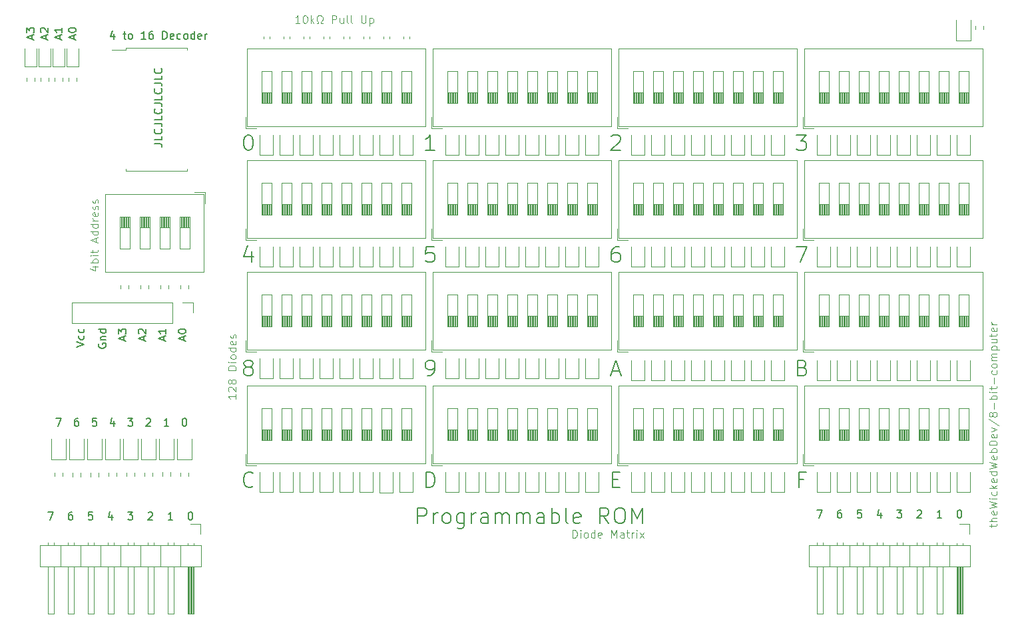
<source format=gbr>
%TF.GenerationSoftware,KiCad,Pcbnew,(5.1.10-1-10_14)*%
%TF.CreationDate,2021-09-24T12:04:47-04:00*%
%TF.ProjectId,DIODE-prog-memory,44494f44-452d-4707-926f-672d6d656d6f,rev?*%
%TF.SameCoordinates,Original*%
%TF.FileFunction,Legend,Top*%
%TF.FilePolarity,Positive*%
%FSLAX46Y46*%
G04 Gerber Fmt 4.6, Leading zero omitted, Abs format (unit mm)*
G04 Created by KiCad (PCBNEW (5.1.10-1-10_14)) date 2021-09-24 12:04:47*
%MOMM*%
%LPD*%
G01*
G04 APERTURE LIST*
%ADD10C,0.100000*%
%ADD11C,0.150000*%
%ADD12C,0.200000*%
%ADD13C,0.120000*%
G04 APERTURE END LIST*
D10*
X86050380Y-142969809D02*
X86050380Y-143541238D01*
X86050380Y-143255523D02*
X85050380Y-143255523D01*
X85193238Y-143350761D01*
X85288476Y-143446000D01*
X85336095Y-143541238D01*
X85145619Y-142588857D02*
X85098000Y-142541238D01*
X85050380Y-142446000D01*
X85050380Y-142207904D01*
X85098000Y-142112666D01*
X85145619Y-142065047D01*
X85240857Y-142017428D01*
X85336095Y-142017428D01*
X85478952Y-142065047D01*
X86050380Y-142636476D01*
X86050380Y-142017428D01*
X85478952Y-141446000D02*
X85431333Y-141541238D01*
X85383714Y-141588857D01*
X85288476Y-141636476D01*
X85240857Y-141636476D01*
X85145619Y-141588857D01*
X85098000Y-141541238D01*
X85050380Y-141446000D01*
X85050380Y-141255523D01*
X85098000Y-141160285D01*
X85145619Y-141112666D01*
X85240857Y-141065047D01*
X85288476Y-141065047D01*
X85383714Y-141112666D01*
X85431333Y-141160285D01*
X85478952Y-141255523D01*
X85478952Y-141446000D01*
X85526571Y-141541238D01*
X85574190Y-141588857D01*
X85669428Y-141636476D01*
X85859904Y-141636476D01*
X85955142Y-141588857D01*
X86002761Y-141541238D01*
X86050380Y-141446000D01*
X86050380Y-141255523D01*
X86002761Y-141160285D01*
X85955142Y-141112666D01*
X85859904Y-141065047D01*
X85669428Y-141065047D01*
X85574190Y-141112666D01*
X85526571Y-141160285D01*
X85478952Y-141255523D01*
X86050380Y-139874571D02*
X85050380Y-139874571D01*
X85050380Y-139636476D01*
X85098000Y-139493619D01*
X85193238Y-139398380D01*
X85288476Y-139350761D01*
X85478952Y-139303142D01*
X85621809Y-139303142D01*
X85812285Y-139350761D01*
X85907523Y-139398380D01*
X86002761Y-139493619D01*
X86050380Y-139636476D01*
X86050380Y-139874571D01*
X86050380Y-138874571D02*
X85383714Y-138874571D01*
X85050380Y-138874571D02*
X85098000Y-138922190D01*
X85145619Y-138874571D01*
X85098000Y-138826952D01*
X85050380Y-138874571D01*
X85145619Y-138874571D01*
X86050380Y-138255523D02*
X86002761Y-138350761D01*
X85955142Y-138398380D01*
X85859904Y-138446000D01*
X85574190Y-138446000D01*
X85478952Y-138398380D01*
X85431333Y-138350761D01*
X85383714Y-138255523D01*
X85383714Y-138112666D01*
X85431333Y-138017428D01*
X85478952Y-137969809D01*
X85574190Y-137922190D01*
X85859904Y-137922190D01*
X85955142Y-137969809D01*
X86002761Y-138017428D01*
X86050380Y-138112666D01*
X86050380Y-138255523D01*
X86050380Y-137065047D02*
X85050380Y-137065047D01*
X86002761Y-137065047D02*
X86050380Y-137160285D01*
X86050380Y-137350761D01*
X86002761Y-137446000D01*
X85955142Y-137493619D01*
X85859904Y-137541238D01*
X85574190Y-137541238D01*
X85478952Y-137493619D01*
X85431333Y-137446000D01*
X85383714Y-137350761D01*
X85383714Y-137160285D01*
X85431333Y-137065047D01*
X86002761Y-136207904D02*
X86050380Y-136303142D01*
X86050380Y-136493619D01*
X86002761Y-136588857D01*
X85907523Y-136636476D01*
X85526571Y-136636476D01*
X85431333Y-136588857D01*
X85383714Y-136493619D01*
X85383714Y-136303142D01*
X85431333Y-136207904D01*
X85526571Y-136160285D01*
X85621809Y-136160285D01*
X85717047Y-136636476D01*
X86002761Y-135779333D02*
X86050380Y-135684095D01*
X86050380Y-135493619D01*
X86002761Y-135398380D01*
X85907523Y-135350761D01*
X85859904Y-135350761D01*
X85764666Y-135398380D01*
X85717047Y-135493619D01*
X85717047Y-135636476D01*
X85669428Y-135731714D01*
X85574190Y-135779333D01*
X85526571Y-135779333D01*
X85431333Y-135731714D01*
X85383714Y-135636476D01*
X85383714Y-135493619D01*
X85431333Y-135398380D01*
D11*
X60110666Y-97728547D02*
X60110666Y-97252357D01*
X60396380Y-97823785D02*
X59396380Y-97490452D01*
X60396380Y-97157119D01*
X59396380Y-96919023D02*
X59396380Y-96299976D01*
X59777333Y-96633309D01*
X59777333Y-96490452D01*
X59824952Y-96395214D01*
X59872571Y-96347595D01*
X59967809Y-96299976D01*
X60205904Y-96299976D01*
X60301142Y-96347595D01*
X60348761Y-96395214D01*
X60396380Y-96490452D01*
X60396380Y-96776166D01*
X60348761Y-96871404D01*
X60301142Y-96919023D01*
X61888666Y-97728547D02*
X61888666Y-97252357D01*
X62174380Y-97823785D02*
X61174380Y-97490452D01*
X62174380Y-97157119D01*
X61269619Y-96871404D02*
X61222000Y-96823785D01*
X61174380Y-96728547D01*
X61174380Y-96490452D01*
X61222000Y-96395214D01*
X61269619Y-96347595D01*
X61364857Y-96299976D01*
X61460095Y-96299976D01*
X61602952Y-96347595D01*
X62174380Y-96919023D01*
X62174380Y-96299976D01*
X63666666Y-97728547D02*
X63666666Y-97252357D01*
X63952380Y-97823785D02*
X62952380Y-97490452D01*
X63952380Y-97157119D01*
X63952380Y-96299976D02*
X63952380Y-96871404D01*
X63952380Y-96585690D02*
X62952380Y-96585690D01*
X63095238Y-96680928D01*
X63190476Y-96776166D01*
X63238095Y-96871404D01*
X65444666Y-97728547D02*
X65444666Y-97252357D01*
X65730380Y-97823785D02*
X64730380Y-97490452D01*
X65730380Y-97157119D01*
X64730380Y-96633309D02*
X64730380Y-96538071D01*
X64778000Y-96442833D01*
X64825619Y-96395214D01*
X64920857Y-96347595D01*
X65111333Y-96299976D01*
X65349428Y-96299976D01*
X65539904Y-96347595D01*
X65635142Y-96395214D01*
X65682761Y-96442833D01*
X65730380Y-96538071D01*
X65730380Y-96633309D01*
X65682761Y-96728547D01*
X65635142Y-96776166D01*
X65539904Y-96823785D01*
X65349428Y-96871404D01*
X65111333Y-96871404D01*
X64920857Y-96823785D01*
X64825619Y-96776166D01*
X64778000Y-96728547D01*
X64730380Y-96633309D01*
D10*
X67857714Y-126729619D02*
X68524380Y-126729619D01*
X67476761Y-126967714D02*
X68191047Y-127205809D01*
X68191047Y-126586761D01*
X68524380Y-126205809D02*
X67524380Y-126205809D01*
X67905333Y-126205809D02*
X67857714Y-126110571D01*
X67857714Y-125920095D01*
X67905333Y-125824857D01*
X67952952Y-125777238D01*
X68048190Y-125729619D01*
X68333904Y-125729619D01*
X68429142Y-125777238D01*
X68476761Y-125824857D01*
X68524380Y-125920095D01*
X68524380Y-126110571D01*
X68476761Y-126205809D01*
X68524380Y-125301047D02*
X67857714Y-125301047D01*
X67524380Y-125301047D02*
X67572000Y-125348666D01*
X67619619Y-125301047D01*
X67572000Y-125253428D01*
X67524380Y-125301047D01*
X67619619Y-125301047D01*
X67857714Y-124967714D02*
X67857714Y-124586761D01*
X67524380Y-124824857D02*
X68381523Y-124824857D01*
X68476761Y-124777238D01*
X68524380Y-124682000D01*
X68524380Y-124586761D01*
X68238666Y-123539142D02*
X68238666Y-123062952D01*
X68524380Y-123634380D02*
X67524380Y-123301047D01*
X68524380Y-122967714D01*
X68524380Y-122205809D02*
X67524380Y-122205809D01*
X68476761Y-122205809D02*
X68524380Y-122301047D01*
X68524380Y-122491523D01*
X68476761Y-122586761D01*
X68429142Y-122634380D01*
X68333904Y-122682000D01*
X68048190Y-122682000D01*
X67952952Y-122634380D01*
X67905333Y-122586761D01*
X67857714Y-122491523D01*
X67857714Y-122301047D01*
X67905333Y-122205809D01*
X68524380Y-121301047D02*
X67524380Y-121301047D01*
X68476761Y-121301047D02*
X68524380Y-121396285D01*
X68524380Y-121586761D01*
X68476761Y-121682000D01*
X68429142Y-121729619D01*
X68333904Y-121777238D01*
X68048190Y-121777238D01*
X67952952Y-121729619D01*
X67905333Y-121682000D01*
X67857714Y-121586761D01*
X67857714Y-121396285D01*
X67905333Y-121301047D01*
X68524380Y-120824857D02*
X67857714Y-120824857D01*
X68048190Y-120824857D02*
X67952952Y-120777238D01*
X67905333Y-120729619D01*
X67857714Y-120634380D01*
X67857714Y-120539142D01*
X68476761Y-119824857D02*
X68524380Y-119920095D01*
X68524380Y-120110571D01*
X68476761Y-120205809D01*
X68381523Y-120253428D01*
X68000571Y-120253428D01*
X67905333Y-120205809D01*
X67857714Y-120110571D01*
X67857714Y-119920095D01*
X67905333Y-119824857D01*
X68000571Y-119777238D01*
X68095809Y-119777238D01*
X68191047Y-120253428D01*
X68476761Y-119396285D02*
X68524380Y-119301047D01*
X68524380Y-119110571D01*
X68476761Y-119015333D01*
X68381523Y-118967714D01*
X68333904Y-118967714D01*
X68238666Y-119015333D01*
X68191047Y-119110571D01*
X68191047Y-119253428D01*
X68143428Y-119348666D01*
X68048190Y-119396285D01*
X68000571Y-119396285D01*
X67905333Y-119348666D01*
X67857714Y-119253428D01*
X67857714Y-119110571D01*
X67905333Y-119015333D01*
X68476761Y-118586761D02*
X68524380Y-118491523D01*
X68524380Y-118301047D01*
X68476761Y-118205809D01*
X68381523Y-118158190D01*
X68333904Y-118158190D01*
X68238666Y-118205809D01*
X68191047Y-118301047D01*
X68191047Y-118443904D01*
X68143428Y-118539142D01*
X68048190Y-118586761D01*
X68000571Y-118586761D01*
X67905333Y-118539142D01*
X67857714Y-118443904D01*
X67857714Y-118301047D01*
X67905333Y-118205809D01*
X94171047Y-95702380D02*
X93599619Y-95702380D01*
X93885333Y-95702380D02*
X93885333Y-94702380D01*
X93790095Y-94845238D01*
X93694857Y-94940476D01*
X93599619Y-94988095D01*
X94790095Y-94702380D02*
X94885333Y-94702380D01*
X94980571Y-94750000D01*
X95028190Y-94797619D01*
X95075809Y-94892857D01*
X95123428Y-95083333D01*
X95123428Y-95321428D01*
X95075809Y-95511904D01*
X95028190Y-95607142D01*
X94980571Y-95654761D01*
X94885333Y-95702380D01*
X94790095Y-95702380D01*
X94694857Y-95654761D01*
X94647238Y-95607142D01*
X94599619Y-95511904D01*
X94552000Y-95321428D01*
X94552000Y-95083333D01*
X94599619Y-94892857D01*
X94647238Y-94797619D01*
X94694857Y-94750000D01*
X94790095Y-94702380D01*
X95552000Y-95702380D02*
X95552000Y-94702380D01*
X95647238Y-95321428D02*
X95932952Y-95702380D01*
X95932952Y-95035714D02*
X95552000Y-95416666D01*
X96313904Y-95702380D02*
X96552000Y-95702380D01*
X96552000Y-95511904D01*
X96456761Y-95464285D01*
X96361523Y-95369047D01*
X96313904Y-95226190D01*
X96313904Y-94988095D01*
X96361523Y-94845238D01*
X96456761Y-94750000D01*
X96599619Y-94702380D01*
X96790095Y-94702380D01*
X96932952Y-94750000D01*
X97028190Y-94845238D01*
X97075809Y-94988095D01*
X97075809Y-95226190D01*
X97028190Y-95369047D01*
X96932952Y-95464285D01*
X96837714Y-95511904D01*
X96837714Y-95702380D01*
X97075809Y-95702380D01*
X98266285Y-95702380D02*
X98266285Y-94702380D01*
X98647238Y-94702380D01*
X98742476Y-94750000D01*
X98790095Y-94797619D01*
X98837714Y-94892857D01*
X98837714Y-95035714D01*
X98790095Y-95130952D01*
X98742476Y-95178571D01*
X98647238Y-95226190D01*
X98266285Y-95226190D01*
X99694857Y-95035714D02*
X99694857Y-95702380D01*
X99266285Y-95035714D02*
X99266285Y-95559523D01*
X99313904Y-95654761D01*
X99409142Y-95702380D01*
X99552000Y-95702380D01*
X99647238Y-95654761D01*
X99694857Y-95607142D01*
X100313904Y-95702380D02*
X100218666Y-95654761D01*
X100171047Y-95559523D01*
X100171047Y-94702380D01*
X100837714Y-95702380D02*
X100742476Y-95654761D01*
X100694857Y-95559523D01*
X100694857Y-94702380D01*
X101980571Y-94702380D02*
X101980571Y-95511904D01*
X102028190Y-95607142D01*
X102075809Y-95654761D01*
X102171047Y-95702380D01*
X102361523Y-95702380D01*
X102456761Y-95654761D01*
X102504380Y-95607142D01*
X102552000Y-95511904D01*
X102552000Y-94702380D01*
X103028190Y-95035714D02*
X103028190Y-96035714D01*
X103028190Y-95083333D02*
X103123428Y-95035714D01*
X103313904Y-95035714D01*
X103409142Y-95083333D01*
X103456761Y-95130952D01*
X103504380Y-95226190D01*
X103504380Y-95511904D01*
X103456761Y-95607142D01*
X103409142Y-95654761D01*
X103313904Y-95702380D01*
X103123428Y-95702380D01*
X103028190Y-95654761D01*
D11*
X75652380Y-111045047D02*
X76366666Y-111045047D01*
X76509523Y-111092666D01*
X76604761Y-111187904D01*
X76652380Y-111330761D01*
X76652380Y-111426000D01*
X76652380Y-110092666D02*
X76652380Y-110568857D01*
X75652380Y-110568857D01*
X76557142Y-109187904D02*
X76604761Y-109235523D01*
X76652380Y-109378380D01*
X76652380Y-109473619D01*
X76604761Y-109616476D01*
X76509523Y-109711714D01*
X76414285Y-109759333D01*
X76223809Y-109806952D01*
X76080952Y-109806952D01*
X75890476Y-109759333D01*
X75795238Y-109711714D01*
X75700000Y-109616476D01*
X75652380Y-109473619D01*
X75652380Y-109378380D01*
X75700000Y-109235523D01*
X75747619Y-109187904D01*
X75652380Y-108473619D02*
X76366666Y-108473619D01*
X76509523Y-108521238D01*
X76604761Y-108616476D01*
X76652380Y-108759333D01*
X76652380Y-108854571D01*
X76652380Y-107521238D02*
X76652380Y-107997428D01*
X75652380Y-107997428D01*
X76557142Y-106616476D02*
X76604761Y-106664095D01*
X76652380Y-106806952D01*
X76652380Y-106902190D01*
X76604761Y-107045047D01*
X76509523Y-107140285D01*
X76414285Y-107187904D01*
X76223809Y-107235523D01*
X76080952Y-107235523D01*
X75890476Y-107187904D01*
X75795238Y-107140285D01*
X75700000Y-107045047D01*
X75652380Y-106902190D01*
X75652380Y-106806952D01*
X75700000Y-106664095D01*
X75747619Y-106616476D01*
X75652380Y-105902190D02*
X76366666Y-105902190D01*
X76509523Y-105949809D01*
X76604761Y-106045047D01*
X76652380Y-106187904D01*
X76652380Y-106283142D01*
X76652380Y-104949809D02*
X76652380Y-105426000D01*
X75652380Y-105426000D01*
X76557142Y-104045047D02*
X76604761Y-104092666D01*
X76652380Y-104235523D01*
X76652380Y-104330761D01*
X76604761Y-104473619D01*
X76509523Y-104568857D01*
X76414285Y-104616476D01*
X76223809Y-104664095D01*
X76080952Y-104664095D01*
X75890476Y-104616476D01*
X75795238Y-104568857D01*
X75700000Y-104473619D01*
X75652380Y-104330761D01*
X75652380Y-104235523D01*
X75700000Y-104092666D01*
X75747619Y-104045047D01*
X75652380Y-103330761D02*
X76366666Y-103330761D01*
X76509523Y-103378380D01*
X76604761Y-103473619D01*
X76652380Y-103616476D01*
X76652380Y-103711714D01*
X76652380Y-102378380D02*
X76652380Y-102854571D01*
X75652380Y-102854571D01*
X76557142Y-101473619D02*
X76604761Y-101521238D01*
X76652380Y-101664095D01*
X76652380Y-101759333D01*
X76604761Y-101902190D01*
X76509523Y-101997428D01*
X76414285Y-102045047D01*
X76223809Y-102092666D01*
X76080952Y-102092666D01*
X75890476Y-102045047D01*
X75795238Y-101997428D01*
X75700000Y-101902190D01*
X75652380Y-101759333D01*
X75652380Y-101664095D01*
X75700000Y-101521238D01*
X75747619Y-101473619D01*
D10*
X182157714Y-159859619D02*
X182157714Y-159478666D01*
X181824380Y-159716761D02*
X182681523Y-159716761D01*
X182776761Y-159669142D01*
X182824380Y-159573904D01*
X182824380Y-159478666D01*
X182824380Y-159145333D02*
X181824380Y-159145333D01*
X182824380Y-158716761D02*
X182300571Y-158716761D01*
X182205333Y-158764380D01*
X182157714Y-158859619D01*
X182157714Y-159002476D01*
X182205333Y-159097714D01*
X182252952Y-159145333D01*
X182776761Y-157859619D02*
X182824380Y-157954857D01*
X182824380Y-158145333D01*
X182776761Y-158240571D01*
X182681523Y-158288190D01*
X182300571Y-158288190D01*
X182205333Y-158240571D01*
X182157714Y-158145333D01*
X182157714Y-157954857D01*
X182205333Y-157859619D01*
X182300571Y-157812000D01*
X182395809Y-157812000D01*
X182491047Y-158288190D01*
X181824380Y-157478666D02*
X182824380Y-157240571D01*
X182110095Y-157050095D01*
X182824380Y-156859619D01*
X181824380Y-156621523D01*
X182824380Y-156240571D02*
X182157714Y-156240571D01*
X181824380Y-156240571D02*
X181872000Y-156288190D01*
X181919619Y-156240571D01*
X181872000Y-156192952D01*
X181824380Y-156240571D01*
X181919619Y-156240571D01*
X182776761Y-155335809D02*
X182824380Y-155431047D01*
X182824380Y-155621523D01*
X182776761Y-155716761D01*
X182729142Y-155764380D01*
X182633904Y-155812000D01*
X182348190Y-155812000D01*
X182252952Y-155764380D01*
X182205333Y-155716761D01*
X182157714Y-155621523D01*
X182157714Y-155431047D01*
X182205333Y-155335809D01*
X182824380Y-154907238D02*
X181824380Y-154907238D01*
X182443428Y-154812000D02*
X182824380Y-154526285D01*
X182157714Y-154526285D02*
X182538666Y-154907238D01*
X182776761Y-153716761D02*
X182824380Y-153812000D01*
X182824380Y-154002476D01*
X182776761Y-154097714D01*
X182681523Y-154145333D01*
X182300571Y-154145333D01*
X182205333Y-154097714D01*
X182157714Y-154002476D01*
X182157714Y-153812000D01*
X182205333Y-153716761D01*
X182300571Y-153669142D01*
X182395809Y-153669142D01*
X182491047Y-154145333D01*
X182824380Y-152812000D02*
X181824380Y-152812000D01*
X182776761Y-152812000D02*
X182824380Y-152907238D01*
X182824380Y-153097714D01*
X182776761Y-153192952D01*
X182729142Y-153240571D01*
X182633904Y-153288190D01*
X182348190Y-153288190D01*
X182252952Y-153240571D01*
X182205333Y-153192952D01*
X182157714Y-153097714D01*
X182157714Y-152907238D01*
X182205333Y-152812000D01*
X181824380Y-152431047D02*
X182824380Y-152192952D01*
X182110095Y-152002476D01*
X182824380Y-151812000D01*
X181824380Y-151573904D01*
X182776761Y-150812000D02*
X182824380Y-150907238D01*
X182824380Y-151097714D01*
X182776761Y-151192952D01*
X182681523Y-151240571D01*
X182300571Y-151240571D01*
X182205333Y-151192952D01*
X182157714Y-151097714D01*
X182157714Y-150907238D01*
X182205333Y-150812000D01*
X182300571Y-150764380D01*
X182395809Y-150764380D01*
X182491047Y-151240571D01*
X182824380Y-150335809D02*
X181824380Y-150335809D01*
X182205333Y-150335809D02*
X182157714Y-150240571D01*
X182157714Y-150050095D01*
X182205333Y-149954857D01*
X182252952Y-149907238D01*
X182348190Y-149859619D01*
X182633904Y-149859619D01*
X182729142Y-149907238D01*
X182776761Y-149954857D01*
X182824380Y-150050095D01*
X182824380Y-150240571D01*
X182776761Y-150335809D01*
X182824380Y-149431047D02*
X181824380Y-149431047D01*
X181824380Y-149192952D01*
X181872000Y-149050095D01*
X181967238Y-148954857D01*
X182062476Y-148907238D01*
X182252952Y-148859619D01*
X182395809Y-148859619D01*
X182586285Y-148907238D01*
X182681523Y-148954857D01*
X182776761Y-149050095D01*
X182824380Y-149192952D01*
X182824380Y-149431047D01*
X182776761Y-148050095D02*
X182824380Y-148145333D01*
X182824380Y-148335809D01*
X182776761Y-148431047D01*
X182681523Y-148478666D01*
X182300571Y-148478666D01*
X182205333Y-148431047D01*
X182157714Y-148335809D01*
X182157714Y-148145333D01*
X182205333Y-148050095D01*
X182300571Y-148002476D01*
X182395809Y-148002476D01*
X182491047Y-148478666D01*
X182157714Y-147669142D02*
X182824380Y-147431047D01*
X182157714Y-147192952D01*
X181776761Y-146097714D02*
X183062476Y-146954857D01*
X182252952Y-145621523D02*
X182205333Y-145716761D01*
X182157714Y-145764380D01*
X182062476Y-145812000D01*
X182014857Y-145812000D01*
X181919619Y-145764380D01*
X181872000Y-145716761D01*
X181824380Y-145621523D01*
X181824380Y-145431047D01*
X181872000Y-145335809D01*
X181919619Y-145288190D01*
X182014857Y-145240571D01*
X182062476Y-145240571D01*
X182157714Y-145288190D01*
X182205333Y-145335809D01*
X182252952Y-145431047D01*
X182252952Y-145621523D01*
X182300571Y-145716761D01*
X182348190Y-145764380D01*
X182443428Y-145812000D01*
X182633904Y-145812000D01*
X182729142Y-145764380D01*
X182776761Y-145716761D01*
X182824380Y-145621523D01*
X182824380Y-145431047D01*
X182776761Y-145335809D01*
X182729142Y-145288190D01*
X182633904Y-145240571D01*
X182443428Y-145240571D01*
X182348190Y-145288190D01*
X182300571Y-145335809D01*
X182252952Y-145431047D01*
X182443428Y-144812000D02*
X182443428Y-144050095D01*
X182824380Y-143573904D02*
X181824380Y-143573904D01*
X182205333Y-143573904D02*
X182157714Y-143478666D01*
X182157714Y-143288190D01*
X182205333Y-143192952D01*
X182252952Y-143145333D01*
X182348190Y-143097714D01*
X182633904Y-143097714D01*
X182729142Y-143145333D01*
X182776761Y-143192952D01*
X182824380Y-143288190D01*
X182824380Y-143478666D01*
X182776761Y-143573904D01*
X182824380Y-142669142D02*
X182157714Y-142669142D01*
X181824380Y-142669142D02*
X181872000Y-142716761D01*
X181919619Y-142669142D01*
X181872000Y-142621523D01*
X181824380Y-142669142D01*
X181919619Y-142669142D01*
X182157714Y-142335809D02*
X182157714Y-141954857D01*
X181824380Y-142192952D02*
X182681523Y-142192952D01*
X182776761Y-142145333D01*
X182824380Y-142050095D01*
X182824380Y-141954857D01*
X182443428Y-141621523D02*
X182443428Y-140859619D01*
X182776761Y-139954857D02*
X182824380Y-140050095D01*
X182824380Y-140240571D01*
X182776761Y-140335809D01*
X182729142Y-140383428D01*
X182633904Y-140431047D01*
X182348190Y-140431047D01*
X182252952Y-140383428D01*
X182205333Y-140335809D01*
X182157714Y-140240571D01*
X182157714Y-140050095D01*
X182205333Y-139954857D01*
X182824380Y-139383428D02*
X182776761Y-139478666D01*
X182729142Y-139526285D01*
X182633904Y-139573904D01*
X182348190Y-139573904D01*
X182252952Y-139526285D01*
X182205333Y-139478666D01*
X182157714Y-139383428D01*
X182157714Y-139240571D01*
X182205333Y-139145333D01*
X182252952Y-139097714D01*
X182348190Y-139050095D01*
X182633904Y-139050095D01*
X182729142Y-139097714D01*
X182776761Y-139145333D01*
X182824380Y-139240571D01*
X182824380Y-139383428D01*
X182824380Y-138621523D02*
X182157714Y-138621523D01*
X182252952Y-138621523D02*
X182205333Y-138573904D01*
X182157714Y-138478666D01*
X182157714Y-138335809D01*
X182205333Y-138240571D01*
X182300571Y-138192952D01*
X182824380Y-138192952D01*
X182300571Y-138192952D02*
X182205333Y-138145333D01*
X182157714Y-138050095D01*
X182157714Y-137907238D01*
X182205333Y-137812000D01*
X182300571Y-137764380D01*
X182824380Y-137764380D01*
X182157714Y-137288190D02*
X183157714Y-137288190D01*
X182205333Y-137288190D02*
X182157714Y-137192952D01*
X182157714Y-137002476D01*
X182205333Y-136907238D01*
X182252952Y-136859619D01*
X182348190Y-136812000D01*
X182633904Y-136812000D01*
X182729142Y-136859619D01*
X182776761Y-136907238D01*
X182824380Y-137002476D01*
X182824380Y-137192952D01*
X182776761Y-137288190D01*
X182157714Y-135954857D02*
X182824380Y-135954857D01*
X182157714Y-136383428D02*
X182681523Y-136383428D01*
X182776761Y-136335809D01*
X182824380Y-136240571D01*
X182824380Y-136097714D01*
X182776761Y-136002476D01*
X182729142Y-135954857D01*
X182157714Y-135621523D02*
X182157714Y-135240571D01*
X181824380Y-135478666D02*
X182681523Y-135478666D01*
X182776761Y-135431047D01*
X182824380Y-135335809D01*
X182824380Y-135240571D01*
X182776761Y-134526285D02*
X182824380Y-134621523D01*
X182824380Y-134812000D01*
X182776761Y-134907238D01*
X182681523Y-134954857D01*
X182300571Y-134954857D01*
X182205333Y-134907238D01*
X182157714Y-134812000D01*
X182157714Y-134621523D01*
X182205333Y-134526285D01*
X182300571Y-134478666D01*
X182395809Y-134478666D01*
X182491047Y-134954857D01*
X182824380Y-134050095D02*
X182157714Y-134050095D01*
X182348190Y-134050095D02*
X182252952Y-134002476D01*
X182205333Y-133954857D01*
X182157714Y-133859619D01*
X182157714Y-133764380D01*
X128873809Y-161234380D02*
X128873809Y-160234380D01*
X129111904Y-160234380D01*
X129254761Y-160282000D01*
X129350000Y-160377238D01*
X129397619Y-160472476D01*
X129445238Y-160662952D01*
X129445238Y-160805809D01*
X129397619Y-160996285D01*
X129350000Y-161091523D01*
X129254761Y-161186761D01*
X129111904Y-161234380D01*
X128873809Y-161234380D01*
X129873809Y-161234380D02*
X129873809Y-160567714D01*
X129873809Y-160234380D02*
X129826190Y-160282000D01*
X129873809Y-160329619D01*
X129921428Y-160282000D01*
X129873809Y-160234380D01*
X129873809Y-160329619D01*
X130492857Y-161234380D02*
X130397619Y-161186761D01*
X130350000Y-161139142D01*
X130302380Y-161043904D01*
X130302380Y-160758190D01*
X130350000Y-160662952D01*
X130397619Y-160615333D01*
X130492857Y-160567714D01*
X130635714Y-160567714D01*
X130730952Y-160615333D01*
X130778571Y-160662952D01*
X130826190Y-160758190D01*
X130826190Y-161043904D01*
X130778571Y-161139142D01*
X130730952Y-161186761D01*
X130635714Y-161234380D01*
X130492857Y-161234380D01*
X131683333Y-161234380D02*
X131683333Y-160234380D01*
X131683333Y-161186761D02*
X131588095Y-161234380D01*
X131397619Y-161234380D01*
X131302380Y-161186761D01*
X131254761Y-161139142D01*
X131207142Y-161043904D01*
X131207142Y-160758190D01*
X131254761Y-160662952D01*
X131302380Y-160615333D01*
X131397619Y-160567714D01*
X131588095Y-160567714D01*
X131683333Y-160615333D01*
X132540476Y-161186761D02*
X132445238Y-161234380D01*
X132254761Y-161234380D01*
X132159523Y-161186761D01*
X132111904Y-161091523D01*
X132111904Y-160710571D01*
X132159523Y-160615333D01*
X132254761Y-160567714D01*
X132445238Y-160567714D01*
X132540476Y-160615333D01*
X132588095Y-160710571D01*
X132588095Y-160805809D01*
X132111904Y-160901047D01*
X133778571Y-161234380D02*
X133778571Y-160234380D01*
X134111904Y-160948666D01*
X134445238Y-160234380D01*
X134445238Y-161234380D01*
X135350000Y-161234380D02*
X135350000Y-160710571D01*
X135302380Y-160615333D01*
X135207142Y-160567714D01*
X135016666Y-160567714D01*
X134921428Y-160615333D01*
X135350000Y-161186761D02*
X135254761Y-161234380D01*
X135016666Y-161234380D01*
X134921428Y-161186761D01*
X134873809Y-161091523D01*
X134873809Y-160996285D01*
X134921428Y-160901047D01*
X135016666Y-160853428D01*
X135254761Y-160853428D01*
X135350000Y-160805809D01*
X135683333Y-160567714D02*
X136064285Y-160567714D01*
X135826190Y-160234380D02*
X135826190Y-161091523D01*
X135873809Y-161186761D01*
X135969047Y-161234380D01*
X136064285Y-161234380D01*
X136397619Y-161234380D02*
X136397619Y-160567714D01*
X136397619Y-160758190D02*
X136445238Y-160662952D01*
X136492857Y-160615333D01*
X136588095Y-160567714D01*
X136683333Y-160567714D01*
X137016666Y-161234380D02*
X137016666Y-160567714D01*
X137016666Y-160234380D02*
X136969047Y-160282000D01*
X137016666Y-160329619D01*
X137064285Y-160282000D01*
X137016666Y-160234380D01*
X137016666Y-160329619D01*
X137397619Y-161234380D02*
X137921428Y-160567714D01*
X137397619Y-160567714D02*
X137921428Y-161234380D01*
D12*
X109158285Y-159400761D02*
X109158285Y-157400761D01*
X109920190Y-157400761D01*
X110110666Y-157496000D01*
X110205904Y-157591238D01*
X110301142Y-157781714D01*
X110301142Y-158067428D01*
X110205904Y-158257904D01*
X110110666Y-158353142D01*
X109920190Y-158448380D01*
X109158285Y-158448380D01*
X111158285Y-159400761D02*
X111158285Y-158067428D01*
X111158285Y-158448380D02*
X111253523Y-158257904D01*
X111348761Y-158162666D01*
X111539238Y-158067428D01*
X111729714Y-158067428D01*
X112682095Y-159400761D02*
X112491619Y-159305523D01*
X112396380Y-159210285D01*
X112301142Y-159019809D01*
X112301142Y-158448380D01*
X112396380Y-158257904D01*
X112491619Y-158162666D01*
X112682095Y-158067428D01*
X112967809Y-158067428D01*
X113158285Y-158162666D01*
X113253523Y-158257904D01*
X113348761Y-158448380D01*
X113348761Y-159019809D01*
X113253523Y-159210285D01*
X113158285Y-159305523D01*
X112967809Y-159400761D01*
X112682095Y-159400761D01*
X115063047Y-158067428D02*
X115063047Y-159686476D01*
X114967809Y-159876952D01*
X114872571Y-159972190D01*
X114682095Y-160067428D01*
X114396380Y-160067428D01*
X114205904Y-159972190D01*
X115063047Y-159305523D02*
X114872571Y-159400761D01*
X114491619Y-159400761D01*
X114301142Y-159305523D01*
X114205904Y-159210285D01*
X114110666Y-159019809D01*
X114110666Y-158448380D01*
X114205904Y-158257904D01*
X114301142Y-158162666D01*
X114491619Y-158067428D01*
X114872571Y-158067428D01*
X115063047Y-158162666D01*
X116015428Y-159400761D02*
X116015428Y-158067428D01*
X116015428Y-158448380D02*
X116110666Y-158257904D01*
X116205904Y-158162666D01*
X116396380Y-158067428D01*
X116586857Y-158067428D01*
X118110666Y-159400761D02*
X118110666Y-158353142D01*
X118015428Y-158162666D01*
X117824952Y-158067428D01*
X117444000Y-158067428D01*
X117253523Y-158162666D01*
X118110666Y-159305523D02*
X117920190Y-159400761D01*
X117444000Y-159400761D01*
X117253523Y-159305523D01*
X117158285Y-159115047D01*
X117158285Y-158924571D01*
X117253523Y-158734095D01*
X117444000Y-158638857D01*
X117920190Y-158638857D01*
X118110666Y-158543619D01*
X119063047Y-159400761D02*
X119063047Y-158067428D01*
X119063047Y-158257904D02*
X119158285Y-158162666D01*
X119348761Y-158067428D01*
X119634476Y-158067428D01*
X119824952Y-158162666D01*
X119920190Y-158353142D01*
X119920190Y-159400761D01*
X119920190Y-158353142D02*
X120015428Y-158162666D01*
X120205904Y-158067428D01*
X120491619Y-158067428D01*
X120682095Y-158162666D01*
X120777333Y-158353142D01*
X120777333Y-159400761D01*
X121729714Y-159400761D02*
X121729714Y-158067428D01*
X121729714Y-158257904D02*
X121824952Y-158162666D01*
X122015428Y-158067428D01*
X122301142Y-158067428D01*
X122491619Y-158162666D01*
X122586857Y-158353142D01*
X122586857Y-159400761D01*
X122586857Y-158353142D02*
X122682095Y-158162666D01*
X122872571Y-158067428D01*
X123158285Y-158067428D01*
X123348761Y-158162666D01*
X123444000Y-158353142D01*
X123444000Y-159400761D01*
X125253523Y-159400761D02*
X125253523Y-158353142D01*
X125158285Y-158162666D01*
X124967809Y-158067428D01*
X124586857Y-158067428D01*
X124396380Y-158162666D01*
X125253523Y-159305523D02*
X125063047Y-159400761D01*
X124586857Y-159400761D01*
X124396380Y-159305523D01*
X124301142Y-159115047D01*
X124301142Y-158924571D01*
X124396380Y-158734095D01*
X124586857Y-158638857D01*
X125063047Y-158638857D01*
X125253523Y-158543619D01*
X126205904Y-159400761D02*
X126205904Y-157400761D01*
X126205904Y-158162666D02*
X126396380Y-158067428D01*
X126777333Y-158067428D01*
X126967809Y-158162666D01*
X127063047Y-158257904D01*
X127158285Y-158448380D01*
X127158285Y-159019809D01*
X127063047Y-159210285D01*
X126967809Y-159305523D01*
X126777333Y-159400761D01*
X126396380Y-159400761D01*
X126205904Y-159305523D01*
X128301142Y-159400761D02*
X128110666Y-159305523D01*
X128015428Y-159115047D01*
X128015428Y-157400761D01*
X129824952Y-159305523D02*
X129634476Y-159400761D01*
X129253523Y-159400761D01*
X129063047Y-159305523D01*
X128967809Y-159115047D01*
X128967809Y-158353142D01*
X129063047Y-158162666D01*
X129253523Y-158067428D01*
X129634476Y-158067428D01*
X129824952Y-158162666D01*
X129920190Y-158353142D01*
X129920190Y-158543619D01*
X128967809Y-158734095D01*
X133444000Y-159400761D02*
X132777333Y-158448380D01*
X132301142Y-159400761D02*
X132301142Y-157400761D01*
X133063047Y-157400761D01*
X133253523Y-157496000D01*
X133348761Y-157591238D01*
X133444000Y-157781714D01*
X133444000Y-158067428D01*
X133348761Y-158257904D01*
X133253523Y-158353142D01*
X133063047Y-158448380D01*
X132301142Y-158448380D01*
X134682095Y-157400761D02*
X135063047Y-157400761D01*
X135253523Y-157496000D01*
X135444000Y-157686476D01*
X135539238Y-158067428D01*
X135539238Y-158734095D01*
X135444000Y-159115047D01*
X135253523Y-159305523D01*
X135063047Y-159400761D01*
X134682095Y-159400761D01*
X134491619Y-159305523D01*
X134301142Y-159115047D01*
X134205904Y-158734095D01*
X134205904Y-158067428D01*
X134301142Y-157686476D01*
X134491619Y-157496000D01*
X134682095Y-157400761D01*
X136396380Y-159400761D02*
X136396380Y-157400761D01*
X137063047Y-158829333D01*
X137729714Y-157400761D01*
X137729714Y-159400761D01*
D11*
X65214476Y-157948380D02*
X65024000Y-157948380D01*
X64928761Y-157996000D01*
X64881142Y-158043619D01*
X64785904Y-158186476D01*
X64738285Y-158376952D01*
X64738285Y-158757904D01*
X64785904Y-158853142D01*
X64833523Y-158900761D01*
X64928761Y-158948380D01*
X65119238Y-158948380D01*
X65214476Y-158900761D01*
X65262095Y-158853142D01*
X65309714Y-158757904D01*
X65309714Y-158519809D01*
X65262095Y-158424571D01*
X65214476Y-158376952D01*
X65119238Y-158329333D01*
X64928761Y-158329333D01*
X64833523Y-158376952D01*
X64785904Y-158424571D01*
X64738285Y-158519809D01*
X72310666Y-157948380D02*
X72929714Y-157948380D01*
X72596380Y-158329333D01*
X72739238Y-158329333D01*
X72834476Y-158376952D01*
X72882095Y-158424571D01*
X72929714Y-158519809D01*
X72929714Y-158757904D01*
X72882095Y-158853142D01*
X72834476Y-158900761D01*
X72739238Y-158948380D01*
X72453523Y-158948380D01*
X72358285Y-158900761D01*
X72310666Y-158853142D01*
X70294476Y-158281714D02*
X70294476Y-158948380D01*
X70056380Y-157900761D02*
X69818285Y-158615047D01*
X70437333Y-158615047D01*
X62150666Y-157948380D02*
X62817333Y-157948380D01*
X62388761Y-158948380D01*
X78009714Y-158948380D02*
X77438285Y-158948380D01*
X77724000Y-158948380D02*
X77724000Y-157948380D01*
X77628761Y-158091238D01*
X77533523Y-158186476D01*
X77438285Y-158234095D01*
X74898285Y-158043619D02*
X74945904Y-157996000D01*
X75041142Y-157948380D01*
X75279238Y-157948380D01*
X75374476Y-157996000D01*
X75422095Y-158043619D01*
X75469714Y-158138857D01*
X75469714Y-158234095D01*
X75422095Y-158376952D01*
X74850666Y-158948380D01*
X75469714Y-158948380D01*
X80216380Y-157948380D02*
X80311619Y-157948380D01*
X80406857Y-157996000D01*
X80454476Y-158043619D01*
X80502095Y-158138857D01*
X80549714Y-158329333D01*
X80549714Y-158567428D01*
X80502095Y-158757904D01*
X80454476Y-158853142D01*
X80406857Y-158900761D01*
X80311619Y-158948380D01*
X80216380Y-158948380D01*
X80121142Y-158900761D01*
X80073523Y-158853142D01*
X80025904Y-158757904D01*
X79978285Y-158567428D01*
X79978285Y-158329333D01*
X80025904Y-158138857D01*
X80073523Y-158043619D01*
X80121142Y-157996000D01*
X80216380Y-157948380D01*
X67802095Y-157948380D02*
X67325904Y-157948380D01*
X67278285Y-158424571D01*
X67325904Y-158376952D01*
X67421142Y-158329333D01*
X67659238Y-158329333D01*
X67754476Y-158376952D01*
X67802095Y-158424571D01*
X67849714Y-158519809D01*
X67849714Y-158757904D01*
X67802095Y-158853142D01*
X67754476Y-158900761D01*
X67659238Y-158948380D01*
X67421142Y-158948380D01*
X67325904Y-158900761D01*
X67278285Y-158853142D01*
X170100666Y-157694380D02*
X170719714Y-157694380D01*
X170386380Y-158075333D01*
X170529238Y-158075333D01*
X170624476Y-158122952D01*
X170672095Y-158170571D01*
X170719714Y-158265809D01*
X170719714Y-158503904D01*
X170672095Y-158599142D01*
X170624476Y-158646761D01*
X170529238Y-158694380D01*
X170243523Y-158694380D01*
X170148285Y-158646761D01*
X170100666Y-158599142D01*
X163004476Y-157694380D02*
X162814000Y-157694380D01*
X162718761Y-157742000D01*
X162671142Y-157789619D01*
X162575904Y-157932476D01*
X162528285Y-158122952D01*
X162528285Y-158503904D01*
X162575904Y-158599142D01*
X162623523Y-158646761D01*
X162718761Y-158694380D01*
X162909238Y-158694380D01*
X163004476Y-158646761D01*
X163052095Y-158599142D01*
X163099714Y-158503904D01*
X163099714Y-158265809D01*
X163052095Y-158170571D01*
X163004476Y-158122952D01*
X162909238Y-158075333D01*
X162718761Y-158075333D01*
X162623523Y-158122952D01*
X162575904Y-158170571D01*
X162528285Y-158265809D01*
X165592095Y-157694380D02*
X165115904Y-157694380D01*
X165068285Y-158170571D01*
X165115904Y-158122952D01*
X165211142Y-158075333D01*
X165449238Y-158075333D01*
X165544476Y-158122952D01*
X165592095Y-158170571D01*
X165639714Y-158265809D01*
X165639714Y-158503904D01*
X165592095Y-158599142D01*
X165544476Y-158646761D01*
X165449238Y-158694380D01*
X165211142Y-158694380D01*
X165115904Y-158646761D01*
X165068285Y-158599142D01*
X168084476Y-158027714D02*
X168084476Y-158694380D01*
X167846380Y-157646761D02*
X167608285Y-158361047D01*
X168227333Y-158361047D01*
X159940666Y-157694380D02*
X160607333Y-157694380D01*
X160178761Y-158694380D01*
X175799714Y-158694380D02*
X175228285Y-158694380D01*
X175514000Y-158694380D02*
X175514000Y-157694380D01*
X175418761Y-157837238D01*
X175323523Y-157932476D01*
X175228285Y-157980095D01*
X172688285Y-157789619D02*
X172735904Y-157742000D01*
X172831142Y-157694380D01*
X173069238Y-157694380D01*
X173164476Y-157742000D01*
X173212095Y-157789619D01*
X173259714Y-157884857D01*
X173259714Y-157980095D01*
X173212095Y-158122952D01*
X172640666Y-158694380D01*
X173259714Y-158694380D01*
X178006380Y-157694380D02*
X178101619Y-157694380D01*
X178196857Y-157742000D01*
X178244476Y-157789619D01*
X178292095Y-157884857D01*
X178339714Y-158075333D01*
X178339714Y-158313428D01*
X178292095Y-158503904D01*
X178244476Y-158599142D01*
X178196857Y-158646761D01*
X178101619Y-158694380D01*
X178006380Y-158694380D01*
X177911142Y-158646761D01*
X177863523Y-158599142D01*
X177815904Y-158503904D01*
X177768285Y-158313428D01*
X177768285Y-158075333D01*
X177815904Y-157884857D01*
X177863523Y-157789619D01*
X177911142Y-157742000D01*
X178006380Y-157694380D01*
D12*
X133937428Y-153781142D02*
X134604095Y-153781142D01*
X134889809Y-154828761D02*
X133937428Y-154828761D01*
X133937428Y-152828761D01*
X134889809Y-152828761D01*
X158273714Y-153781142D02*
X157607047Y-153781142D01*
X157607047Y-154828761D02*
X157607047Y-152828761D01*
X158559428Y-152828761D01*
X88249047Y-154638285D02*
X88153809Y-154733523D01*
X87868095Y-154828761D01*
X87677619Y-154828761D01*
X87391904Y-154733523D01*
X87201428Y-154543047D01*
X87106190Y-154352571D01*
X87010952Y-153971619D01*
X87010952Y-153685904D01*
X87106190Y-153304952D01*
X87201428Y-153114476D01*
X87391904Y-152924000D01*
X87677619Y-152828761D01*
X87868095Y-152828761D01*
X88153809Y-152924000D01*
X88249047Y-153019238D01*
X110220190Y-154828761D02*
X110220190Y-152828761D01*
X110696380Y-152828761D01*
X110982095Y-152924000D01*
X111172571Y-153114476D01*
X111267809Y-153304952D01*
X111363047Y-153685904D01*
X111363047Y-153971619D01*
X111267809Y-154352571D01*
X111172571Y-154543047D01*
X110982095Y-154733523D01*
X110696380Y-154828761D01*
X110220190Y-154828761D01*
X110363047Y-140604761D02*
X110744000Y-140604761D01*
X110934476Y-140509523D01*
X111029714Y-140414285D01*
X111220190Y-140128571D01*
X111315428Y-139747619D01*
X111315428Y-138985714D01*
X111220190Y-138795238D01*
X111124952Y-138700000D01*
X110934476Y-138604761D01*
X110553523Y-138604761D01*
X110363047Y-138700000D01*
X110267809Y-138795238D01*
X110172571Y-138985714D01*
X110172571Y-139461904D01*
X110267809Y-139652380D01*
X110363047Y-139747619D01*
X110553523Y-139842857D01*
X110934476Y-139842857D01*
X111124952Y-139747619D01*
X111220190Y-139652380D01*
X111315428Y-139461904D01*
X87439523Y-139461904D02*
X87249047Y-139366666D01*
X87153809Y-139271428D01*
X87058571Y-139080952D01*
X87058571Y-138985714D01*
X87153809Y-138795238D01*
X87249047Y-138700000D01*
X87439523Y-138604761D01*
X87820476Y-138604761D01*
X88010952Y-138700000D01*
X88106190Y-138795238D01*
X88201428Y-138985714D01*
X88201428Y-139080952D01*
X88106190Y-139271428D01*
X88010952Y-139366666D01*
X87820476Y-139461904D01*
X87439523Y-139461904D01*
X87249047Y-139557142D01*
X87153809Y-139652380D01*
X87058571Y-139842857D01*
X87058571Y-140223809D01*
X87153809Y-140414285D01*
X87249047Y-140509523D01*
X87439523Y-140604761D01*
X87820476Y-140604761D01*
X88010952Y-140509523D01*
X88106190Y-140414285D01*
X88201428Y-140223809D01*
X88201428Y-139842857D01*
X88106190Y-139652380D01*
X88010952Y-139557142D01*
X87820476Y-139461904D01*
X158130857Y-139557142D02*
X158416571Y-139652380D01*
X158511809Y-139747619D01*
X158607047Y-139938095D01*
X158607047Y-140223809D01*
X158511809Y-140414285D01*
X158416571Y-140509523D01*
X158226095Y-140604761D01*
X157464190Y-140604761D01*
X157464190Y-138604761D01*
X158130857Y-138604761D01*
X158321333Y-138700000D01*
X158416571Y-138795238D01*
X158511809Y-138985714D01*
X158511809Y-139176190D01*
X158416571Y-139366666D01*
X158321333Y-139461904D01*
X158130857Y-139557142D01*
X157464190Y-139557142D01*
X133889809Y-140033333D02*
X134842190Y-140033333D01*
X133699333Y-140604761D02*
X134366000Y-138604761D01*
X135032666Y-140604761D01*
X111220190Y-124126761D02*
X110267809Y-124126761D01*
X110172571Y-125079142D01*
X110267809Y-124983904D01*
X110458285Y-124888666D01*
X110934476Y-124888666D01*
X111124952Y-124983904D01*
X111220190Y-125079142D01*
X111315428Y-125269619D01*
X111315428Y-125745809D01*
X111220190Y-125936285D01*
X111124952Y-126031523D01*
X110934476Y-126126761D01*
X110458285Y-126126761D01*
X110267809Y-126031523D01*
X110172571Y-125936285D01*
X88010952Y-124793428D02*
X88010952Y-126126761D01*
X87534761Y-124031523D02*
X87058571Y-125460095D01*
X88296666Y-125460095D01*
X157321333Y-124126761D02*
X158654666Y-124126761D01*
X157797523Y-126126761D01*
X134746952Y-124126761D02*
X134366000Y-124126761D01*
X134175523Y-124222000D01*
X134080285Y-124317238D01*
X133889809Y-124602952D01*
X133794571Y-124983904D01*
X133794571Y-125745809D01*
X133889809Y-125936285D01*
X133985047Y-126031523D01*
X134175523Y-126126761D01*
X134556476Y-126126761D01*
X134746952Y-126031523D01*
X134842190Y-125936285D01*
X134937428Y-125745809D01*
X134937428Y-125269619D01*
X134842190Y-125079142D01*
X134746952Y-124983904D01*
X134556476Y-124888666D01*
X134175523Y-124888666D01*
X133985047Y-124983904D01*
X133889809Y-125079142D01*
X133794571Y-125269619D01*
X157321333Y-109902761D02*
X158559428Y-109902761D01*
X157892761Y-110664666D01*
X158178476Y-110664666D01*
X158368952Y-110759904D01*
X158464190Y-110855142D01*
X158559428Y-111045619D01*
X158559428Y-111521809D01*
X158464190Y-111712285D01*
X158368952Y-111807523D01*
X158178476Y-111902761D01*
X157607047Y-111902761D01*
X157416571Y-111807523D01*
X157321333Y-111712285D01*
X133794571Y-110093238D02*
X133889809Y-109998000D01*
X134080285Y-109902761D01*
X134556476Y-109902761D01*
X134746952Y-109998000D01*
X134842190Y-110093238D01*
X134937428Y-110283714D01*
X134937428Y-110474190D01*
X134842190Y-110759904D01*
X133699333Y-111902761D01*
X134937428Y-111902761D01*
X111315428Y-111902761D02*
X110172571Y-111902761D01*
X110744000Y-111902761D02*
X110744000Y-109902761D01*
X110553523Y-110188476D01*
X110363047Y-110378952D01*
X110172571Y-110474190D01*
X87534761Y-109902761D02*
X87725238Y-109902761D01*
X87915714Y-109998000D01*
X88010952Y-110093238D01*
X88106190Y-110283714D01*
X88201428Y-110664666D01*
X88201428Y-111140857D01*
X88106190Y-111521809D01*
X88010952Y-111712285D01*
X87915714Y-111807523D01*
X87725238Y-111902761D01*
X87534761Y-111902761D01*
X87344285Y-111807523D01*
X87249047Y-111712285D01*
X87153809Y-111521809D01*
X87058571Y-111140857D01*
X87058571Y-110664666D01*
X87153809Y-110283714D01*
X87249047Y-110093238D01*
X87344285Y-109998000D01*
X87534761Y-109902761D01*
D11*
X79414666Y-136082547D02*
X79414666Y-135606357D01*
X79700380Y-136177785D02*
X78700380Y-135844452D01*
X79700380Y-135511119D01*
X78700380Y-134987309D02*
X78700380Y-134892071D01*
X78748000Y-134796833D01*
X78795619Y-134749214D01*
X78890857Y-134701595D01*
X79081333Y-134653976D01*
X79319428Y-134653976D01*
X79509904Y-134701595D01*
X79605142Y-134749214D01*
X79652761Y-134796833D01*
X79700380Y-134892071D01*
X79700380Y-134987309D01*
X79652761Y-135082547D01*
X79605142Y-135130166D01*
X79509904Y-135177785D01*
X79319428Y-135225404D01*
X79081333Y-135225404D01*
X78890857Y-135177785D01*
X78795619Y-135130166D01*
X78748000Y-135082547D01*
X78700380Y-134987309D01*
X76874666Y-136082547D02*
X76874666Y-135606357D01*
X77160380Y-136177785D02*
X76160380Y-135844452D01*
X77160380Y-135511119D01*
X77160380Y-134653976D02*
X77160380Y-135225404D01*
X77160380Y-134939690D02*
X76160380Y-134939690D01*
X76303238Y-135034928D01*
X76398476Y-135130166D01*
X76446095Y-135225404D01*
X74334666Y-136082547D02*
X74334666Y-135606357D01*
X74620380Y-136177785D02*
X73620380Y-135844452D01*
X74620380Y-135511119D01*
X73715619Y-135225404D02*
X73668000Y-135177785D01*
X73620380Y-135082547D01*
X73620380Y-134844452D01*
X73668000Y-134749214D01*
X73715619Y-134701595D01*
X73810857Y-134653976D01*
X73906095Y-134653976D01*
X74048952Y-134701595D01*
X74620380Y-135273023D01*
X74620380Y-134653976D01*
X71794666Y-136082547D02*
X71794666Y-135606357D01*
X72080380Y-136177785D02*
X71080380Y-135844452D01*
X72080380Y-135511119D01*
X71080380Y-135273023D02*
X71080380Y-134653976D01*
X71461333Y-134987309D01*
X71461333Y-134844452D01*
X71508952Y-134749214D01*
X71556571Y-134701595D01*
X71651809Y-134653976D01*
X71889904Y-134653976D01*
X71985142Y-134701595D01*
X72032761Y-134749214D01*
X72080380Y-134844452D01*
X72080380Y-135130166D01*
X72032761Y-135225404D01*
X71985142Y-135273023D01*
X68588000Y-136511119D02*
X68540380Y-136606357D01*
X68540380Y-136749214D01*
X68588000Y-136892071D01*
X68683238Y-136987309D01*
X68778476Y-137034928D01*
X68968952Y-137082547D01*
X69111809Y-137082547D01*
X69302285Y-137034928D01*
X69397523Y-136987309D01*
X69492761Y-136892071D01*
X69540380Y-136749214D01*
X69540380Y-136653976D01*
X69492761Y-136511119D01*
X69445142Y-136463500D01*
X69111809Y-136463500D01*
X69111809Y-136653976D01*
X68873714Y-136034928D02*
X69540380Y-136034928D01*
X68968952Y-136034928D02*
X68921333Y-135987309D01*
X68873714Y-135892071D01*
X68873714Y-135749214D01*
X68921333Y-135653976D01*
X69016571Y-135606357D01*
X69540380Y-135606357D01*
X69540380Y-134701595D02*
X68540380Y-134701595D01*
X69492761Y-134701595D02*
X69540380Y-134796833D01*
X69540380Y-134987309D01*
X69492761Y-135082547D01*
X69445142Y-135130166D01*
X69349904Y-135177785D01*
X69064190Y-135177785D01*
X68968952Y-135130166D01*
X68921333Y-135082547D01*
X68873714Y-134987309D01*
X68873714Y-134796833D01*
X68921333Y-134701595D01*
X65746380Y-136939690D02*
X66746380Y-136606357D01*
X65746380Y-136273023D01*
X66698761Y-135511119D02*
X66746380Y-135606357D01*
X66746380Y-135796833D01*
X66698761Y-135892071D01*
X66651142Y-135939690D01*
X66555904Y-135987309D01*
X66270190Y-135987309D01*
X66174952Y-135939690D01*
X66127333Y-135892071D01*
X66079714Y-135796833D01*
X66079714Y-135606357D01*
X66127333Y-135511119D01*
X66698761Y-134653976D02*
X66746380Y-134749214D01*
X66746380Y-134939690D01*
X66698761Y-135034928D01*
X66651142Y-135082547D01*
X66555904Y-135130166D01*
X66270190Y-135130166D01*
X66174952Y-135082547D01*
X66127333Y-135034928D01*
X66079714Y-134939690D01*
X66079714Y-134749214D01*
X66127333Y-134653976D01*
X63166666Y-146010380D02*
X63833333Y-146010380D01*
X63404761Y-147010380D01*
X65976476Y-146010380D02*
X65786000Y-146010380D01*
X65690761Y-146058000D01*
X65643142Y-146105619D01*
X65547904Y-146248476D01*
X65500285Y-146438952D01*
X65500285Y-146819904D01*
X65547904Y-146915142D01*
X65595523Y-146962761D01*
X65690761Y-147010380D01*
X65881238Y-147010380D01*
X65976476Y-146962761D01*
X66024095Y-146915142D01*
X66071714Y-146819904D01*
X66071714Y-146581809D01*
X66024095Y-146486571D01*
X65976476Y-146438952D01*
X65881238Y-146391333D01*
X65690761Y-146391333D01*
X65595523Y-146438952D01*
X65547904Y-146486571D01*
X65500285Y-146581809D01*
X68310095Y-146010380D02*
X67833904Y-146010380D01*
X67786285Y-146486571D01*
X67833904Y-146438952D01*
X67929142Y-146391333D01*
X68167238Y-146391333D01*
X68262476Y-146438952D01*
X68310095Y-146486571D01*
X68357714Y-146581809D01*
X68357714Y-146819904D01*
X68310095Y-146915142D01*
X68262476Y-146962761D01*
X68167238Y-147010380D01*
X67929142Y-147010380D01*
X67833904Y-146962761D01*
X67786285Y-146915142D01*
X70548476Y-146343714D02*
X70548476Y-147010380D01*
X70310380Y-145962761D02*
X70072285Y-146677047D01*
X70691333Y-146677047D01*
X72310666Y-146010380D02*
X72929714Y-146010380D01*
X72596380Y-146391333D01*
X72739238Y-146391333D01*
X72834476Y-146438952D01*
X72882095Y-146486571D01*
X72929714Y-146581809D01*
X72929714Y-146819904D01*
X72882095Y-146915142D01*
X72834476Y-146962761D01*
X72739238Y-147010380D01*
X72453523Y-147010380D01*
X72358285Y-146962761D01*
X72310666Y-146915142D01*
X74644285Y-146105619D02*
X74691904Y-146058000D01*
X74787142Y-146010380D01*
X75025238Y-146010380D01*
X75120476Y-146058000D01*
X75168095Y-146105619D01*
X75215714Y-146200857D01*
X75215714Y-146296095D01*
X75168095Y-146438952D01*
X74596666Y-147010380D01*
X75215714Y-147010380D01*
X77501714Y-147010380D02*
X76930285Y-147010380D01*
X77216000Y-147010380D02*
X77216000Y-146010380D01*
X77120761Y-146153238D01*
X77025523Y-146248476D01*
X76930285Y-146296095D01*
X79454380Y-146010380D02*
X79549619Y-146010380D01*
X79644857Y-146058000D01*
X79692476Y-146105619D01*
X79740095Y-146200857D01*
X79787714Y-146391333D01*
X79787714Y-146629428D01*
X79740095Y-146819904D01*
X79692476Y-146915142D01*
X79644857Y-146962761D01*
X79549619Y-147010380D01*
X79454380Y-147010380D01*
X79359142Y-146962761D01*
X79311523Y-146915142D01*
X79263904Y-146819904D01*
X79216285Y-146629428D01*
X79216285Y-146391333D01*
X79263904Y-146200857D01*
X79311523Y-146105619D01*
X79359142Y-146058000D01*
X79454380Y-146010380D01*
D13*
%TO.C,U31*%
X181116500Y-96028742D02*
X181116500Y-96503258D01*
X180071500Y-96028742D02*
X180071500Y-96503258D01*
%TO.C,U30*%
X177602000Y-95266000D02*
X177602000Y-97951000D01*
X177602000Y-97951000D02*
X179522000Y-97951000D01*
X179522000Y-97951000D02*
X179522000Y-95266000D01*
%TO.C,U29*%
X64543000Y-98968000D02*
X64543000Y-101253000D01*
X64543000Y-101253000D02*
X66013000Y-101253000D01*
X66013000Y-101253000D02*
X66013000Y-98968000D01*
%TO.C,U28*%
X62755000Y-98968000D02*
X62755000Y-101253000D01*
X62755000Y-101253000D02*
X64225000Y-101253000D01*
X64225000Y-101253000D02*
X64225000Y-98968000D01*
%TO.C,U27*%
X60987000Y-98968000D02*
X60987000Y-101253000D01*
X60987000Y-101253000D02*
X62457000Y-101253000D01*
X62457000Y-101253000D02*
X62457000Y-98968000D01*
%TO.C,U26*%
X59209000Y-98968000D02*
X59209000Y-101253000D01*
X59209000Y-101253000D02*
X60679000Y-101253000D01*
X60679000Y-101253000D02*
X60679000Y-98968000D01*
%TO.C,U25*%
X65800500Y-102632742D02*
X65800500Y-103107258D01*
X64755500Y-102632742D02*
X64755500Y-103107258D01*
%TO.C,U24*%
X64022500Y-102632742D02*
X64022500Y-103107258D01*
X62977500Y-102632742D02*
X62977500Y-103107258D01*
%TO.C,U23*%
X62244500Y-102632742D02*
X62244500Y-103107258D01*
X61199500Y-102632742D02*
X61199500Y-103107258D01*
%TO.C,U22*%
X60466500Y-102632742D02*
X60466500Y-103107258D01*
X59421500Y-102632742D02*
X59421500Y-103107258D01*
%TO.C,R1*%
X90296000Y-97382359D02*
X90296000Y-97689641D01*
X89536000Y-97382359D02*
X89536000Y-97689641D01*
%TO.C,R8*%
X108076000Y-97382359D02*
X108076000Y-97689641D01*
X107316000Y-97382359D02*
X107316000Y-97689641D01*
%TO.C,R7*%
X105536000Y-97382359D02*
X105536000Y-97689641D01*
X104776000Y-97382359D02*
X104776000Y-97689641D01*
%TO.C,R6*%
X102996000Y-97382359D02*
X102996000Y-97689641D01*
X102236000Y-97382359D02*
X102236000Y-97689641D01*
%TO.C,R5*%
X100456000Y-97382359D02*
X100456000Y-97689641D01*
X99696000Y-97382359D02*
X99696000Y-97689641D01*
%TO.C,R4*%
X97916000Y-97384359D02*
X97916000Y-97691641D01*
X97156000Y-97384359D02*
X97156000Y-97691641D01*
%TO.C,R3*%
X95376000Y-97380359D02*
X95376000Y-97687641D01*
X94616000Y-97380359D02*
X94616000Y-97687641D01*
%TO.C,R2*%
X92836000Y-97380359D02*
X92836000Y-97687641D01*
X92076000Y-97380359D02*
X92076000Y-97687641D01*
%TO.C,U21*%
X62977500Y-152924742D02*
X62977500Y-153399258D01*
X64022500Y-152924742D02*
X64022500Y-153399258D01*
%TO.C,U20*%
X64460000Y-151291000D02*
X64460000Y-148606000D01*
X62540000Y-151291000D02*
X64460000Y-151291000D01*
X62540000Y-148606000D02*
X62540000Y-151291000D01*
%TO.C,U19*%
X65263500Y-152987742D02*
X65263500Y-153462258D01*
X66308500Y-152987742D02*
X66308500Y-153462258D01*
%TO.C,U18*%
X66746000Y-151291000D02*
X66746000Y-148606000D01*
X64826000Y-151291000D02*
X66746000Y-151291000D01*
X64826000Y-148606000D02*
X64826000Y-151291000D01*
%TO.C,U17*%
X67549500Y-152987742D02*
X67549500Y-153462258D01*
X68594500Y-152987742D02*
X68594500Y-153462258D01*
%TO.C,U16*%
X69032000Y-151291000D02*
X69032000Y-148606000D01*
X67112000Y-151291000D02*
X69032000Y-151291000D01*
X67112000Y-148606000D02*
X67112000Y-151291000D01*
%TO.C,U15*%
X69835500Y-152924742D02*
X69835500Y-153399258D01*
X70880500Y-152924742D02*
X70880500Y-153399258D01*
%TO.C,U14*%
X71318000Y-151291000D02*
X71318000Y-148606000D01*
X69398000Y-151291000D02*
X71318000Y-151291000D01*
X69398000Y-148606000D02*
X69398000Y-151291000D01*
%TO.C,U13*%
X72121500Y-152924742D02*
X72121500Y-153399258D01*
X73166500Y-152924742D02*
X73166500Y-153399258D01*
%TO.C,U12*%
X73604000Y-151291000D02*
X73604000Y-148606000D01*
X71684000Y-151291000D02*
X73604000Y-151291000D01*
X71684000Y-148606000D02*
X71684000Y-151291000D01*
%TO.C,U11*%
X74407500Y-152924742D02*
X74407500Y-153399258D01*
X75452500Y-152924742D02*
X75452500Y-153399258D01*
%TO.C,U10*%
X75890000Y-151291000D02*
X75890000Y-148606000D01*
X73970000Y-151291000D02*
X75890000Y-151291000D01*
X73970000Y-148606000D02*
X73970000Y-151291000D01*
%TO.C,U9*%
X76693500Y-152861742D02*
X76693500Y-153336258D01*
X77738500Y-152861742D02*
X77738500Y-153336258D01*
%TO.C,U8*%
X78176000Y-151291000D02*
X78176000Y-148606000D01*
X76256000Y-151291000D02*
X78176000Y-151291000D01*
X76256000Y-148606000D02*
X76256000Y-151291000D01*
%TO.C,U7*%
X78979500Y-152924742D02*
X78979500Y-153399258D01*
X80024500Y-152924742D02*
X80024500Y-153399258D01*
%TO.C,U6*%
X80462000Y-151291000D02*
X80462000Y-148606000D01*
X78542000Y-151291000D02*
X80462000Y-151291000D01*
X78542000Y-148606000D02*
X78542000Y-151291000D01*
%TO.C,J3*%
X80578000Y-131258000D02*
X80578000Y-132588000D01*
X79248000Y-131258000D02*
X80578000Y-131258000D01*
X77978000Y-131258000D02*
X77978000Y-133918000D01*
X77978000Y-133918000D02*
X65218000Y-133918000D01*
X77978000Y-131258000D02*
X65218000Y-131258000D01*
X65218000Y-131258000D02*
X65218000Y-133918000D01*
%TO.C,J2*%
X179324000Y-159512000D02*
X179324000Y-160782000D01*
X178054000Y-159512000D02*
X179324000Y-159512000D01*
X159894000Y-161824929D02*
X159894000Y-162222000D01*
X160654000Y-161824929D02*
X160654000Y-162222000D01*
X159894000Y-170882000D02*
X159894000Y-164882000D01*
X160654000Y-170882000D02*
X159894000Y-170882000D01*
X160654000Y-164882000D02*
X160654000Y-170882000D01*
X161544000Y-162222000D02*
X161544000Y-164882000D01*
X162434000Y-161824929D02*
X162434000Y-162222000D01*
X163194000Y-161824929D02*
X163194000Y-162222000D01*
X162434000Y-170882000D02*
X162434000Y-164882000D01*
X163194000Y-170882000D02*
X162434000Y-170882000D01*
X163194000Y-164882000D02*
X163194000Y-170882000D01*
X164084000Y-162222000D02*
X164084000Y-164882000D01*
X164974000Y-161824929D02*
X164974000Y-162222000D01*
X165734000Y-161824929D02*
X165734000Y-162222000D01*
X164974000Y-170882000D02*
X164974000Y-164882000D01*
X165734000Y-170882000D02*
X164974000Y-170882000D01*
X165734000Y-164882000D02*
X165734000Y-170882000D01*
X166624000Y-162222000D02*
X166624000Y-164882000D01*
X167514000Y-161824929D02*
X167514000Y-162222000D01*
X168274000Y-161824929D02*
X168274000Y-162222000D01*
X167514000Y-170882000D02*
X167514000Y-164882000D01*
X168274000Y-170882000D02*
X167514000Y-170882000D01*
X168274000Y-164882000D02*
X168274000Y-170882000D01*
X169164000Y-162222000D02*
X169164000Y-164882000D01*
X170054000Y-161824929D02*
X170054000Y-162222000D01*
X170814000Y-161824929D02*
X170814000Y-162222000D01*
X170054000Y-170882000D02*
X170054000Y-164882000D01*
X170814000Y-170882000D02*
X170054000Y-170882000D01*
X170814000Y-164882000D02*
X170814000Y-170882000D01*
X171704000Y-162222000D02*
X171704000Y-164882000D01*
X172594000Y-161824929D02*
X172594000Y-162222000D01*
X173354000Y-161824929D02*
X173354000Y-162222000D01*
X172594000Y-170882000D02*
X172594000Y-164882000D01*
X173354000Y-170882000D02*
X172594000Y-170882000D01*
X173354000Y-164882000D02*
X173354000Y-170882000D01*
X174244000Y-162222000D02*
X174244000Y-164882000D01*
X175134000Y-161824929D02*
X175134000Y-162222000D01*
X175894000Y-161824929D02*
X175894000Y-162222000D01*
X175134000Y-170882000D02*
X175134000Y-164882000D01*
X175894000Y-170882000D02*
X175134000Y-170882000D01*
X175894000Y-164882000D02*
X175894000Y-170882000D01*
X176784000Y-162222000D02*
X176784000Y-164882000D01*
X177674000Y-161892000D02*
X177674000Y-162222000D01*
X178434000Y-161892000D02*
X178434000Y-162222000D01*
X177774000Y-164882000D02*
X177774000Y-170882000D01*
X177894000Y-164882000D02*
X177894000Y-170882000D01*
X178014000Y-164882000D02*
X178014000Y-170882000D01*
X178134000Y-164882000D02*
X178134000Y-170882000D01*
X178254000Y-164882000D02*
X178254000Y-170882000D01*
X178374000Y-164882000D02*
X178374000Y-170882000D01*
X177674000Y-170882000D02*
X177674000Y-164882000D01*
X178434000Y-170882000D02*
X177674000Y-170882000D01*
X178434000Y-164882000D02*
X178434000Y-170882000D01*
X179384000Y-164882000D02*
X179384000Y-162222000D01*
X158944000Y-164882000D02*
X179384000Y-164882000D01*
X158944000Y-162222000D02*
X158944000Y-164882000D01*
X179384000Y-162222000D02*
X158944000Y-162222000D01*
%TO.C,J1*%
X81534000Y-159512000D02*
X81534000Y-160782000D01*
X80264000Y-159512000D02*
X81534000Y-159512000D01*
X62104000Y-161824929D02*
X62104000Y-162222000D01*
X62864000Y-161824929D02*
X62864000Y-162222000D01*
X62104000Y-170882000D02*
X62104000Y-164882000D01*
X62864000Y-170882000D02*
X62104000Y-170882000D01*
X62864000Y-164882000D02*
X62864000Y-170882000D01*
X63754000Y-162222000D02*
X63754000Y-164882000D01*
X64644000Y-161824929D02*
X64644000Y-162222000D01*
X65404000Y-161824929D02*
X65404000Y-162222000D01*
X64644000Y-170882000D02*
X64644000Y-164882000D01*
X65404000Y-170882000D02*
X64644000Y-170882000D01*
X65404000Y-164882000D02*
X65404000Y-170882000D01*
X66294000Y-162222000D02*
X66294000Y-164882000D01*
X67184000Y-161824929D02*
X67184000Y-162222000D01*
X67944000Y-161824929D02*
X67944000Y-162222000D01*
X67184000Y-170882000D02*
X67184000Y-164882000D01*
X67944000Y-170882000D02*
X67184000Y-170882000D01*
X67944000Y-164882000D02*
X67944000Y-170882000D01*
X68834000Y-162222000D02*
X68834000Y-164882000D01*
X69724000Y-161824929D02*
X69724000Y-162222000D01*
X70484000Y-161824929D02*
X70484000Y-162222000D01*
X69724000Y-170882000D02*
X69724000Y-164882000D01*
X70484000Y-170882000D02*
X69724000Y-170882000D01*
X70484000Y-164882000D02*
X70484000Y-170882000D01*
X71374000Y-162222000D02*
X71374000Y-164882000D01*
X72264000Y-161824929D02*
X72264000Y-162222000D01*
X73024000Y-161824929D02*
X73024000Y-162222000D01*
X72264000Y-170882000D02*
X72264000Y-164882000D01*
X73024000Y-170882000D02*
X72264000Y-170882000D01*
X73024000Y-164882000D02*
X73024000Y-170882000D01*
X73914000Y-162222000D02*
X73914000Y-164882000D01*
X74804000Y-161824929D02*
X74804000Y-162222000D01*
X75564000Y-161824929D02*
X75564000Y-162222000D01*
X74804000Y-170882000D02*
X74804000Y-164882000D01*
X75564000Y-170882000D02*
X74804000Y-170882000D01*
X75564000Y-164882000D02*
X75564000Y-170882000D01*
X76454000Y-162222000D02*
X76454000Y-164882000D01*
X77344000Y-161824929D02*
X77344000Y-162222000D01*
X78104000Y-161824929D02*
X78104000Y-162222000D01*
X77344000Y-170882000D02*
X77344000Y-164882000D01*
X78104000Y-170882000D02*
X77344000Y-170882000D01*
X78104000Y-164882000D02*
X78104000Y-170882000D01*
X78994000Y-162222000D02*
X78994000Y-164882000D01*
X79884000Y-161892000D02*
X79884000Y-162222000D01*
X80644000Y-161892000D02*
X80644000Y-162222000D01*
X79984000Y-164882000D02*
X79984000Y-170882000D01*
X80104000Y-164882000D02*
X80104000Y-170882000D01*
X80224000Y-164882000D02*
X80224000Y-170882000D01*
X80344000Y-164882000D02*
X80344000Y-170882000D01*
X80464000Y-164882000D02*
X80464000Y-170882000D01*
X80584000Y-164882000D02*
X80584000Y-170882000D01*
X79884000Y-170882000D02*
X79884000Y-164882000D01*
X80644000Y-170882000D02*
X79884000Y-170882000D01*
X80644000Y-164882000D02*
X80644000Y-170882000D01*
X81594000Y-164882000D02*
X81594000Y-162222000D01*
X61154000Y-164882000D02*
X81594000Y-164882000D01*
X61154000Y-162222000D02*
X61154000Y-164882000D01*
X81594000Y-162222000D02*
X61154000Y-162222000D01*
%TO.C,SW11*%
X154305000Y-104562667D02*
X155575000Y-104562667D01*
X155505000Y-105916000D02*
X155505000Y-104562667D01*
X155385000Y-105916000D02*
X155385000Y-104562667D01*
X155265000Y-105916000D02*
X155265000Y-104562667D01*
X155145000Y-105916000D02*
X155145000Y-104562667D01*
X155025000Y-105916000D02*
X155025000Y-104562667D01*
X154905000Y-105916000D02*
X154905000Y-104562667D01*
X154785000Y-105916000D02*
X154785000Y-104562667D01*
X154665000Y-105916000D02*
X154665000Y-104562667D01*
X154545000Y-105916000D02*
X154545000Y-104562667D01*
X154425000Y-105916000D02*
X154425000Y-104562667D01*
X154305000Y-101856000D02*
X154305000Y-105916000D01*
X155575000Y-101856000D02*
X154305000Y-101856000D01*
X155575000Y-105916000D02*
X155575000Y-101856000D01*
X154305000Y-105916000D02*
X155575000Y-105916000D01*
X151765000Y-104562667D02*
X153035000Y-104562667D01*
X152965000Y-105916000D02*
X152965000Y-104562667D01*
X152845000Y-105916000D02*
X152845000Y-104562667D01*
X152725000Y-105916000D02*
X152725000Y-104562667D01*
X152605000Y-105916000D02*
X152605000Y-104562667D01*
X152485000Y-105916000D02*
X152485000Y-104562667D01*
X152365000Y-105916000D02*
X152365000Y-104562667D01*
X152245000Y-105916000D02*
X152245000Y-104562667D01*
X152125000Y-105916000D02*
X152125000Y-104562667D01*
X152005000Y-105916000D02*
X152005000Y-104562667D01*
X151885000Y-105916000D02*
X151885000Y-104562667D01*
X151765000Y-101856000D02*
X151765000Y-105916000D01*
X153035000Y-101856000D02*
X151765000Y-101856000D01*
X153035000Y-105916000D02*
X153035000Y-101856000D01*
X151765000Y-105916000D02*
X153035000Y-105916000D01*
X149225000Y-104562667D02*
X150495000Y-104562667D01*
X150425000Y-105916000D02*
X150425000Y-104562667D01*
X150305000Y-105916000D02*
X150305000Y-104562667D01*
X150185000Y-105916000D02*
X150185000Y-104562667D01*
X150065000Y-105916000D02*
X150065000Y-104562667D01*
X149945000Y-105916000D02*
X149945000Y-104562667D01*
X149825000Y-105916000D02*
X149825000Y-104562667D01*
X149705000Y-105916000D02*
X149705000Y-104562667D01*
X149585000Y-105916000D02*
X149585000Y-104562667D01*
X149465000Y-105916000D02*
X149465000Y-104562667D01*
X149345000Y-105916000D02*
X149345000Y-104562667D01*
X149225000Y-101856000D02*
X149225000Y-105916000D01*
X150495000Y-101856000D02*
X149225000Y-101856000D01*
X150495000Y-105916000D02*
X150495000Y-101856000D01*
X149225000Y-105916000D02*
X150495000Y-105916000D01*
X146685000Y-104562667D02*
X147955000Y-104562667D01*
X147885000Y-105916000D02*
X147885000Y-104562667D01*
X147765000Y-105916000D02*
X147765000Y-104562667D01*
X147645000Y-105916000D02*
X147645000Y-104562667D01*
X147525000Y-105916000D02*
X147525000Y-104562667D01*
X147405000Y-105916000D02*
X147405000Y-104562667D01*
X147285000Y-105916000D02*
X147285000Y-104562667D01*
X147165000Y-105916000D02*
X147165000Y-104562667D01*
X147045000Y-105916000D02*
X147045000Y-104562667D01*
X146925000Y-105916000D02*
X146925000Y-104562667D01*
X146805000Y-105916000D02*
X146805000Y-104562667D01*
X146685000Y-101856000D02*
X146685000Y-105916000D01*
X147955000Y-101856000D02*
X146685000Y-101856000D01*
X147955000Y-105916000D02*
X147955000Y-101856000D01*
X146685000Y-105916000D02*
X147955000Y-105916000D01*
X144145000Y-104562667D02*
X145415000Y-104562667D01*
X145345000Y-105916000D02*
X145345000Y-104562667D01*
X145225000Y-105916000D02*
X145225000Y-104562667D01*
X145105000Y-105916000D02*
X145105000Y-104562667D01*
X144985000Y-105916000D02*
X144985000Y-104562667D01*
X144865000Y-105916000D02*
X144865000Y-104562667D01*
X144745000Y-105916000D02*
X144745000Y-104562667D01*
X144625000Y-105916000D02*
X144625000Y-104562667D01*
X144505000Y-105916000D02*
X144505000Y-104562667D01*
X144385000Y-105916000D02*
X144385000Y-104562667D01*
X144265000Y-105916000D02*
X144265000Y-104562667D01*
X144145000Y-101856000D02*
X144145000Y-105916000D01*
X145415000Y-101856000D02*
X144145000Y-101856000D01*
X145415000Y-105916000D02*
X145415000Y-101856000D01*
X144145000Y-105916000D02*
X145415000Y-105916000D01*
X141605000Y-104562667D02*
X142875000Y-104562667D01*
X142805000Y-105916000D02*
X142805000Y-104562667D01*
X142685000Y-105916000D02*
X142685000Y-104562667D01*
X142565000Y-105916000D02*
X142565000Y-104562667D01*
X142445000Y-105916000D02*
X142445000Y-104562667D01*
X142325000Y-105916000D02*
X142325000Y-104562667D01*
X142205000Y-105916000D02*
X142205000Y-104562667D01*
X142085000Y-105916000D02*
X142085000Y-104562667D01*
X141965000Y-105916000D02*
X141965000Y-104562667D01*
X141845000Y-105916000D02*
X141845000Y-104562667D01*
X141725000Y-105916000D02*
X141725000Y-104562667D01*
X141605000Y-101856000D02*
X141605000Y-105916000D01*
X142875000Y-101856000D02*
X141605000Y-101856000D01*
X142875000Y-105916000D02*
X142875000Y-101856000D01*
X141605000Y-105916000D02*
X142875000Y-105916000D01*
X139065000Y-104562667D02*
X140335000Y-104562667D01*
X140265000Y-105916000D02*
X140265000Y-104562667D01*
X140145000Y-105916000D02*
X140145000Y-104562667D01*
X140025000Y-105916000D02*
X140025000Y-104562667D01*
X139905000Y-105916000D02*
X139905000Y-104562667D01*
X139785000Y-105916000D02*
X139785000Y-104562667D01*
X139665000Y-105916000D02*
X139665000Y-104562667D01*
X139545000Y-105916000D02*
X139545000Y-104562667D01*
X139425000Y-105916000D02*
X139425000Y-104562667D01*
X139305000Y-105916000D02*
X139305000Y-104562667D01*
X139185000Y-105916000D02*
X139185000Y-104562667D01*
X139065000Y-101856000D02*
X139065000Y-105916000D01*
X140335000Y-101856000D02*
X139065000Y-101856000D01*
X140335000Y-105916000D02*
X140335000Y-101856000D01*
X139065000Y-105916000D02*
X140335000Y-105916000D01*
X136525000Y-104562667D02*
X137795000Y-104562667D01*
X137725000Y-105916000D02*
X137725000Y-104562667D01*
X137605000Y-105916000D02*
X137605000Y-104562667D01*
X137485000Y-105916000D02*
X137485000Y-104562667D01*
X137365000Y-105916000D02*
X137365000Y-104562667D01*
X137245000Y-105916000D02*
X137245000Y-104562667D01*
X137125000Y-105916000D02*
X137125000Y-104562667D01*
X137005000Y-105916000D02*
X137005000Y-104562667D01*
X136885000Y-105916000D02*
X136885000Y-104562667D01*
X136765000Y-105916000D02*
X136765000Y-104562667D01*
X136645000Y-105916000D02*
X136645000Y-104562667D01*
X136525000Y-101856000D02*
X136525000Y-105916000D01*
X137795000Y-101856000D02*
X136525000Y-101856000D01*
X137795000Y-105916000D02*
X137795000Y-101856000D01*
X136525000Y-105916000D02*
X137795000Y-105916000D01*
X134500000Y-109076000D02*
X135883000Y-109076000D01*
X134500000Y-109076000D02*
X134500000Y-107692000D01*
X134740000Y-98936000D02*
X157361000Y-98936000D01*
X134740000Y-108836000D02*
X157361000Y-108836000D01*
X157361000Y-108836000D02*
X157361000Y-98936000D01*
X134740000Y-108836000D02*
X134740000Y-98936000D01*
%TO.C,SW17*%
X154305000Y-147488667D02*
X155575000Y-147488667D01*
X155505000Y-148842000D02*
X155505000Y-147488667D01*
X155385000Y-148842000D02*
X155385000Y-147488667D01*
X155265000Y-148842000D02*
X155265000Y-147488667D01*
X155145000Y-148842000D02*
X155145000Y-147488667D01*
X155025000Y-148842000D02*
X155025000Y-147488667D01*
X154905000Y-148842000D02*
X154905000Y-147488667D01*
X154785000Y-148842000D02*
X154785000Y-147488667D01*
X154665000Y-148842000D02*
X154665000Y-147488667D01*
X154545000Y-148842000D02*
X154545000Y-147488667D01*
X154425000Y-148842000D02*
X154425000Y-147488667D01*
X154305000Y-144782000D02*
X154305000Y-148842000D01*
X155575000Y-144782000D02*
X154305000Y-144782000D01*
X155575000Y-148842000D02*
X155575000Y-144782000D01*
X154305000Y-148842000D02*
X155575000Y-148842000D01*
X151765000Y-147488667D02*
X153035000Y-147488667D01*
X152965000Y-148842000D02*
X152965000Y-147488667D01*
X152845000Y-148842000D02*
X152845000Y-147488667D01*
X152725000Y-148842000D02*
X152725000Y-147488667D01*
X152605000Y-148842000D02*
X152605000Y-147488667D01*
X152485000Y-148842000D02*
X152485000Y-147488667D01*
X152365000Y-148842000D02*
X152365000Y-147488667D01*
X152245000Y-148842000D02*
X152245000Y-147488667D01*
X152125000Y-148842000D02*
X152125000Y-147488667D01*
X152005000Y-148842000D02*
X152005000Y-147488667D01*
X151885000Y-148842000D02*
X151885000Y-147488667D01*
X151765000Y-144782000D02*
X151765000Y-148842000D01*
X153035000Y-144782000D02*
X151765000Y-144782000D01*
X153035000Y-148842000D02*
X153035000Y-144782000D01*
X151765000Y-148842000D02*
X153035000Y-148842000D01*
X149225000Y-147488667D02*
X150495000Y-147488667D01*
X150425000Y-148842000D02*
X150425000Y-147488667D01*
X150305000Y-148842000D02*
X150305000Y-147488667D01*
X150185000Y-148842000D02*
X150185000Y-147488667D01*
X150065000Y-148842000D02*
X150065000Y-147488667D01*
X149945000Y-148842000D02*
X149945000Y-147488667D01*
X149825000Y-148842000D02*
X149825000Y-147488667D01*
X149705000Y-148842000D02*
X149705000Y-147488667D01*
X149585000Y-148842000D02*
X149585000Y-147488667D01*
X149465000Y-148842000D02*
X149465000Y-147488667D01*
X149345000Y-148842000D02*
X149345000Y-147488667D01*
X149225000Y-144782000D02*
X149225000Y-148842000D01*
X150495000Y-144782000D02*
X149225000Y-144782000D01*
X150495000Y-148842000D02*
X150495000Y-144782000D01*
X149225000Y-148842000D02*
X150495000Y-148842000D01*
X146685000Y-147488667D02*
X147955000Y-147488667D01*
X147885000Y-148842000D02*
X147885000Y-147488667D01*
X147765000Y-148842000D02*
X147765000Y-147488667D01*
X147645000Y-148842000D02*
X147645000Y-147488667D01*
X147525000Y-148842000D02*
X147525000Y-147488667D01*
X147405000Y-148842000D02*
X147405000Y-147488667D01*
X147285000Y-148842000D02*
X147285000Y-147488667D01*
X147165000Y-148842000D02*
X147165000Y-147488667D01*
X147045000Y-148842000D02*
X147045000Y-147488667D01*
X146925000Y-148842000D02*
X146925000Y-147488667D01*
X146805000Y-148842000D02*
X146805000Y-147488667D01*
X146685000Y-144782000D02*
X146685000Y-148842000D01*
X147955000Y-144782000D02*
X146685000Y-144782000D01*
X147955000Y-148842000D02*
X147955000Y-144782000D01*
X146685000Y-148842000D02*
X147955000Y-148842000D01*
X144145000Y-147488667D02*
X145415000Y-147488667D01*
X145345000Y-148842000D02*
X145345000Y-147488667D01*
X145225000Y-148842000D02*
X145225000Y-147488667D01*
X145105000Y-148842000D02*
X145105000Y-147488667D01*
X144985000Y-148842000D02*
X144985000Y-147488667D01*
X144865000Y-148842000D02*
X144865000Y-147488667D01*
X144745000Y-148842000D02*
X144745000Y-147488667D01*
X144625000Y-148842000D02*
X144625000Y-147488667D01*
X144505000Y-148842000D02*
X144505000Y-147488667D01*
X144385000Y-148842000D02*
X144385000Y-147488667D01*
X144265000Y-148842000D02*
X144265000Y-147488667D01*
X144145000Y-144782000D02*
X144145000Y-148842000D01*
X145415000Y-144782000D02*
X144145000Y-144782000D01*
X145415000Y-148842000D02*
X145415000Y-144782000D01*
X144145000Y-148842000D02*
X145415000Y-148842000D01*
X141605000Y-147488667D02*
X142875000Y-147488667D01*
X142805000Y-148842000D02*
X142805000Y-147488667D01*
X142685000Y-148842000D02*
X142685000Y-147488667D01*
X142565000Y-148842000D02*
X142565000Y-147488667D01*
X142445000Y-148842000D02*
X142445000Y-147488667D01*
X142325000Y-148842000D02*
X142325000Y-147488667D01*
X142205000Y-148842000D02*
X142205000Y-147488667D01*
X142085000Y-148842000D02*
X142085000Y-147488667D01*
X141965000Y-148842000D02*
X141965000Y-147488667D01*
X141845000Y-148842000D02*
X141845000Y-147488667D01*
X141725000Y-148842000D02*
X141725000Y-147488667D01*
X141605000Y-144782000D02*
X141605000Y-148842000D01*
X142875000Y-144782000D02*
X141605000Y-144782000D01*
X142875000Y-148842000D02*
X142875000Y-144782000D01*
X141605000Y-148842000D02*
X142875000Y-148842000D01*
X139065000Y-147488667D02*
X140335000Y-147488667D01*
X140265000Y-148842000D02*
X140265000Y-147488667D01*
X140145000Y-148842000D02*
X140145000Y-147488667D01*
X140025000Y-148842000D02*
X140025000Y-147488667D01*
X139905000Y-148842000D02*
X139905000Y-147488667D01*
X139785000Y-148842000D02*
X139785000Y-147488667D01*
X139665000Y-148842000D02*
X139665000Y-147488667D01*
X139545000Y-148842000D02*
X139545000Y-147488667D01*
X139425000Y-148842000D02*
X139425000Y-147488667D01*
X139305000Y-148842000D02*
X139305000Y-147488667D01*
X139185000Y-148842000D02*
X139185000Y-147488667D01*
X139065000Y-144782000D02*
X139065000Y-148842000D01*
X140335000Y-144782000D02*
X139065000Y-144782000D01*
X140335000Y-148842000D02*
X140335000Y-144782000D01*
X139065000Y-148842000D02*
X140335000Y-148842000D01*
X136525000Y-147488667D02*
X137795000Y-147488667D01*
X137725000Y-148842000D02*
X137725000Y-147488667D01*
X137605000Y-148842000D02*
X137605000Y-147488667D01*
X137485000Y-148842000D02*
X137485000Y-147488667D01*
X137365000Y-148842000D02*
X137365000Y-147488667D01*
X137245000Y-148842000D02*
X137245000Y-147488667D01*
X137125000Y-148842000D02*
X137125000Y-147488667D01*
X137005000Y-148842000D02*
X137005000Y-147488667D01*
X136885000Y-148842000D02*
X136885000Y-147488667D01*
X136765000Y-148842000D02*
X136765000Y-147488667D01*
X136645000Y-148842000D02*
X136645000Y-147488667D01*
X136525000Y-144782000D02*
X136525000Y-148842000D01*
X137795000Y-144782000D02*
X136525000Y-144782000D01*
X137795000Y-148842000D02*
X137795000Y-144782000D01*
X136525000Y-148842000D02*
X137795000Y-148842000D01*
X134500000Y-152002000D02*
X135883000Y-152002000D01*
X134500000Y-152002000D02*
X134500000Y-150618000D01*
X134740000Y-141862000D02*
X157361000Y-141862000D01*
X134740000Y-151762000D02*
X157361000Y-151762000D01*
X157361000Y-151762000D02*
X157361000Y-141862000D01*
X134740000Y-151762000D02*
X134740000Y-141862000D01*
%TO.C,SW16*%
X154305000Y-133010667D02*
X155575000Y-133010667D01*
X155505000Y-134364000D02*
X155505000Y-133010667D01*
X155385000Y-134364000D02*
X155385000Y-133010667D01*
X155265000Y-134364000D02*
X155265000Y-133010667D01*
X155145000Y-134364000D02*
X155145000Y-133010667D01*
X155025000Y-134364000D02*
X155025000Y-133010667D01*
X154905000Y-134364000D02*
X154905000Y-133010667D01*
X154785000Y-134364000D02*
X154785000Y-133010667D01*
X154665000Y-134364000D02*
X154665000Y-133010667D01*
X154545000Y-134364000D02*
X154545000Y-133010667D01*
X154425000Y-134364000D02*
X154425000Y-133010667D01*
X154305000Y-130304000D02*
X154305000Y-134364000D01*
X155575000Y-130304000D02*
X154305000Y-130304000D01*
X155575000Y-134364000D02*
X155575000Y-130304000D01*
X154305000Y-134364000D02*
X155575000Y-134364000D01*
X151765000Y-133010667D02*
X153035000Y-133010667D01*
X152965000Y-134364000D02*
X152965000Y-133010667D01*
X152845000Y-134364000D02*
X152845000Y-133010667D01*
X152725000Y-134364000D02*
X152725000Y-133010667D01*
X152605000Y-134364000D02*
X152605000Y-133010667D01*
X152485000Y-134364000D02*
X152485000Y-133010667D01*
X152365000Y-134364000D02*
X152365000Y-133010667D01*
X152245000Y-134364000D02*
X152245000Y-133010667D01*
X152125000Y-134364000D02*
X152125000Y-133010667D01*
X152005000Y-134364000D02*
X152005000Y-133010667D01*
X151885000Y-134364000D02*
X151885000Y-133010667D01*
X151765000Y-130304000D02*
X151765000Y-134364000D01*
X153035000Y-130304000D02*
X151765000Y-130304000D01*
X153035000Y-134364000D02*
X153035000Y-130304000D01*
X151765000Y-134364000D02*
X153035000Y-134364000D01*
X149225000Y-133010667D02*
X150495000Y-133010667D01*
X150425000Y-134364000D02*
X150425000Y-133010667D01*
X150305000Y-134364000D02*
X150305000Y-133010667D01*
X150185000Y-134364000D02*
X150185000Y-133010667D01*
X150065000Y-134364000D02*
X150065000Y-133010667D01*
X149945000Y-134364000D02*
X149945000Y-133010667D01*
X149825000Y-134364000D02*
X149825000Y-133010667D01*
X149705000Y-134364000D02*
X149705000Y-133010667D01*
X149585000Y-134364000D02*
X149585000Y-133010667D01*
X149465000Y-134364000D02*
X149465000Y-133010667D01*
X149345000Y-134364000D02*
X149345000Y-133010667D01*
X149225000Y-130304000D02*
X149225000Y-134364000D01*
X150495000Y-130304000D02*
X149225000Y-130304000D01*
X150495000Y-134364000D02*
X150495000Y-130304000D01*
X149225000Y-134364000D02*
X150495000Y-134364000D01*
X146685000Y-133010667D02*
X147955000Y-133010667D01*
X147885000Y-134364000D02*
X147885000Y-133010667D01*
X147765000Y-134364000D02*
X147765000Y-133010667D01*
X147645000Y-134364000D02*
X147645000Y-133010667D01*
X147525000Y-134364000D02*
X147525000Y-133010667D01*
X147405000Y-134364000D02*
X147405000Y-133010667D01*
X147285000Y-134364000D02*
X147285000Y-133010667D01*
X147165000Y-134364000D02*
X147165000Y-133010667D01*
X147045000Y-134364000D02*
X147045000Y-133010667D01*
X146925000Y-134364000D02*
X146925000Y-133010667D01*
X146805000Y-134364000D02*
X146805000Y-133010667D01*
X146685000Y-130304000D02*
X146685000Y-134364000D01*
X147955000Y-130304000D02*
X146685000Y-130304000D01*
X147955000Y-134364000D02*
X147955000Y-130304000D01*
X146685000Y-134364000D02*
X147955000Y-134364000D01*
X144145000Y-133010667D02*
X145415000Y-133010667D01*
X145345000Y-134364000D02*
X145345000Y-133010667D01*
X145225000Y-134364000D02*
X145225000Y-133010667D01*
X145105000Y-134364000D02*
X145105000Y-133010667D01*
X144985000Y-134364000D02*
X144985000Y-133010667D01*
X144865000Y-134364000D02*
X144865000Y-133010667D01*
X144745000Y-134364000D02*
X144745000Y-133010667D01*
X144625000Y-134364000D02*
X144625000Y-133010667D01*
X144505000Y-134364000D02*
X144505000Y-133010667D01*
X144385000Y-134364000D02*
X144385000Y-133010667D01*
X144265000Y-134364000D02*
X144265000Y-133010667D01*
X144145000Y-130304000D02*
X144145000Y-134364000D01*
X145415000Y-130304000D02*
X144145000Y-130304000D01*
X145415000Y-134364000D02*
X145415000Y-130304000D01*
X144145000Y-134364000D02*
X145415000Y-134364000D01*
X141605000Y-133010667D02*
X142875000Y-133010667D01*
X142805000Y-134364000D02*
X142805000Y-133010667D01*
X142685000Y-134364000D02*
X142685000Y-133010667D01*
X142565000Y-134364000D02*
X142565000Y-133010667D01*
X142445000Y-134364000D02*
X142445000Y-133010667D01*
X142325000Y-134364000D02*
X142325000Y-133010667D01*
X142205000Y-134364000D02*
X142205000Y-133010667D01*
X142085000Y-134364000D02*
X142085000Y-133010667D01*
X141965000Y-134364000D02*
X141965000Y-133010667D01*
X141845000Y-134364000D02*
X141845000Y-133010667D01*
X141725000Y-134364000D02*
X141725000Y-133010667D01*
X141605000Y-130304000D02*
X141605000Y-134364000D01*
X142875000Y-130304000D02*
X141605000Y-130304000D01*
X142875000Y-134364000D02*
X142875000Y-130304000D01*
X141605000Y-134364000D02*
X142875000Y-134364000D01*
X139065000Y-133010667D02*
X140335000Y-133010667D01*
X140265000Y-134364000D02*
X140265000Y-133010667D01*
X140145000Y-134364000D02*
X140145000Y-133010667D01*
X140025000Y-134364000D02*
X140025000Y-133010667D01*
X139905000Y-134364000D02*
X139905000Y-133010667D01*
X139785000Y-134364000D02*
X139785000Y-133010667D01*
X139665000Y-134364000D02*
X139665000Y-133010667D01*
X139545000Y-134364000D02*
X139545000Y-133010667D01*
X139425000Y-134364000D02*
X139425000Y-133010667D01*
X139305000Y-134364000D02*
X139305000Y-133010667D01*
X139185000Y-134364000D02*
X139185000Y-133010667D01*
X139065000Y-130304000D02*
X139065000Y-134364000D01*
X140335000Y-130304000D02*
X139065000Y-130304000D01*
X140335000Y-134364000D02*
X140335000Y-130304000D01*
X139065000Y-134364000D02*
X140335000Y-134364000D01*
X136525000Y-133010667D02*
X137795000Y-133010667D01*
X137725000Y-134364000D02*
X137725000Y-133010667D01*
X137605000Y-134364000D02*
X137605000Y-133010667D01*
X137485000Y-134364000D02*
X137485000Y-133010667D01*
X137365000Y-134364000D02*
X137365000Y-133010667D01*
X137245000Y-134364000D02*
X137245000Y-133010667D01*
X137125000Y-134364000D02*
X137125000Y-133010667D01*
X137005000Y-134364000D02*
X137005000Y-133010667D01*
X136885000Y-134364000D02*
X136885000Y-133010667D01*
X136765000Y-134364000D02*
X136765000Y-133010667D01*
X136645000Y-134364000D02*
X136645000Y-133010667D01*
X136525000Y-130304000D02*
X136525000Y-134364000D01*
X137795000Y-130304000D02*
X136525000Y-130304000D01*
X137795000Y-134364000D02*
X137795000Y-130304000D01*
X136525000Y-134364000D02*
X137795000Y-134364000D01*
X134500000Y-137524000D02*
X135883000Y-137524000D01*
X134500000Y-137524000D02*
X134500000Y-136140000D01*
X134740000Y-127384000D02*
X157361000Y-127384000D01*
X134740000Y-137284000D02*
X157361000Y-137284000D01*
X157361000Y-137284000D02*
X157361000Y-127384000D01*
X134740000Y-137284000D02*
X134740000Y-127384000D01*
%TO.C,SW15*%
X177927000Y-147488667D02*
X179197000Y-147488667D01*
X179127000Y-148842000D02*
X179127000Y-147488667D01*
X179007000Y-148842000D02*
X179007000Y-147488667D01*
X178887000Y-148842000D02*
X178887000Y-147488667D01*
X178767000Y-148842000D02*
X178767000Y-147488667D01*
X178647000Y-148842000D02*
X178647000Y-147488667D01*
X178527000Y-148842000D02*
X178527000Y-147488667D01*
X178407000Y-148842000D02*
X178407000Y-147488667D01*
X178287000Y-148842000D02*
X178287000Y-147488667D01*
X178167000Y-148842000D02*
X178167000Y-147488667D01*
X178047000Y-148842000D02*
X178047000Y-147488667D01*
X177927000Y-144782000D02*
X177927000Y-148842000D01*
X179197000Y-144782000D02*
X177927000Y-144782000D01*
X179197000Y-148842000D02*
X179197000Y-144782000D01*
X177927000Y-148842000D02*
X179197000Y-148842000D01*
X175387000Y-147488667D02*
X176657000Y-147488667D01*
X176587000Y-148842000D02*
X176587000Y-147488667D01*
X176467000Y-148842000D02*
X176467000Y-147488667D01*
X176347000Y-148842000D02*
X176347000Y-147488667D01*
X176227000Y-148842000D02*
X176227000Y-147488667D01*
X176107000Y-148842000D02*
X176107000Y-147488667D01*
X175987000Y-148842000D02*
X175987000Y-147488667D01*
X175867000Y-148842000D02*
X175867000Y-147488667D01*
X175747000Y-148842000D02*
X175747000Y-147488667D01*
X175627000Y-148842000D02*
X175627000Y-147488667D01*
X175507000Y-148842000D02*
X175507000Y-147488667D01*
X175387000Y-144782000D02*
X175387000Y-148842000D01*
X176657000Y-144782000D02*
X175387000Y-144782000D01*
X176657000Y-148842000D02*
X176657000Y-144782000D01*
X175387000Y-148842000D02*
X176657000Y-148842000D01*
X172847000Y-147488667D02*
X174117000Y-147488667D01*
X174047000Y-148842000D02*
X174047000Y-147488667D01*
X173927000Y-148842000D02*
X173927000Y-147488667D01*
X173807000Y-148842000D02*
X173807000Y-147488667D01*
X173687000Y-148842000D02*
X173687000Y-147488667D01*
X173567000Y-148842000D02*
X173567000Y-147488667D01*
X173447000Y-148842000D02*
X173447000Y-147488667D01*
X173327000Y-148842000D02*
X173327000Y-147488667D01*
X173207000Y-148842000D02*
X173207000Y-147488667D01*
X173087000Y-148842000D02*
X173087000Y-147488667D01*
X172967000Y-148842000D02*
X172967000Y-147488667D01*
X172847000Y-144782000D02*
X172847000Y-148842000D01*
X174117000Y-144782000D02*
X172847000Y-144782000D01*
X174117000Y-148842000D02*
X174117000Y-144782000D01*
X172847000Y-148842000D02*
X174117000Y-148842000D01*
X170307000Y-147488667D02*
X171577000Y-147488667D01*
X171507000Y-148842000D02*
X171507000Y-147488667D01*
X171387000Y-148842000D02*
X171387000Y-147488667D01*
X171267000Y-148842000D02*
X171267000Y-147488667D01*
X171147000Y-148842000D02*
X171147000Y-147488667D01*
X171027000Y-148842000D02*
X171027000Y-147488667D01*
X170907000Y-148842000D02*
X170907000Y-147488667D01*
X170787000Y-148842000D02*
X170787000Y-147488667D01*
X170667000Y-148842000D02*
X170667000Y-147488667D01*
X170547000Y-148842000D02*
X170547000Y-147488667D01*
X170427000Y-148842000D02*
X170427000Y-147488667D01*
X170307000Y-144782000D02*
X170307000Y-148842000D01*
X171577000Y-144782000D02*
X170307000Y-144782000D01*
X171577000Y-148842000D02*
X171577000Y-144782000D01*
X170307000Y-148842000D02*
X171577000Y-148842000D01*
X167767000Y-147488667D02*
X169037000Y-147488667D01*
X168967000Y-148842000D02*
X168967000Y-147488667D01*
X168847000Y-148842000D02*
X168847000Y-147488667D01*
X168727000Y-148842000D02*
X168727000Y-147488667D01*
X168607000Y-148842000D02*
X168607000Y-147488667D01*
X168487000Y-148842000D02*
X168487000Y-147488667D01*
X168367000Y-148842000D02*
X168367000Y-147488667D01*
X168247000Y-148842000D02*
X168247000Y-147488667D01*
X168127000Y-148842000D02*
X168127000Y-147488667D01*
X168007000Y-148842000D02*
X168007000Y-147488667D01*
X167887000Y-148842000D02*
X167887000Y-147488667D01*
X167767000Y-144782000D02*
X167767000Y-148842000D01*
X169037000Y-144782000D02*
X167767000Y-144782000D01*
X169037000Y-148842000D02*
X169037000Y-144782000D01*
X167767000Y-148842000D02*
X169037000Y-148842000D01*
X165227000Y-147488667D02*
X166497000Y-147488667D01*
X166427000Y-148842000D02*
X166427000Y-147488667D01*
X166307000Y-148842000D02*
X166307000Y-147488667D01*
X166187000Y-148842000D02*
X166187000Y-147488667D01*
X166067000Y-148842000D02*
X166067000Y-147488667D01*
X165947000Y-148842000D02*
X165947000Y-147488667D01*
X165827000Y-148842000D02*
X165827000Y-147488667D01*
X165707000Y-148842000D02*
X165707000Y-147488667D01*
X165587000Y-148842000D02*
X165587000Y-147488667D01*
X165467000Y-148842000D02*
X165467000Y-147488667D01*
X165347000Y-148842000D02*
X165347000Y-147488667D01*
X165227000Y-144782000D02*
X165227000Y-148842000D01*
X166497000Y-144782000D02*
X165227000Y-144782000D01*
X166497000Y-148842000D02*
X166497000Y-144782000D01*
X165227000Y-148842000D02*
X166497000Y-148842000D01*
X162687000Y-147488667D02*
X163957000Y-147488667D01*
X163887000Y-148842000D02*
X163887000Y-147488667D01*
X163767000Y-148842000D02*
X163767000Y-147488667D01*
X163647000Y-148842000D02*
X163647000Y-147488667D01*
X163527000Y-148842000D02*
X163527000Y-147488667D01*
X163407000Y-148842000D02*
X163407000Y-147488667D01*
X163287000Y-148842000D02*
X163287000Y-147488667D01*
X163167000Y-148842000D02*
X163167000Y-147488667D01*
X163047000Y-148842000D02*
X163047000Y-147488667D01*
X162927000Y-148842000D02*
X162927000Y-147488667D01*
X162807000Y-148842000D02*
X162807000Y-147488667D01*
X162687000Y-144782000D02*
X162687000Y-148842000D01*
X163957000Y-144782000D02*
X162687000Y-144782000D01*
X163957000Y-148842000D02*
X163957000Y-144782000D01*
X162687000Y-148842000D02*
X163957000Y-148842000D01*
X160147000Y-147488667D02*
X161417000Y-147488667D01*
X161347000Y-148842000D02*
X161347000Y-147488667D01*
X161227000Y-148842000D02*
X161227000Y-147488667D01*
X161107000Y-148842000D02*
X161107000Y-147488667D01*
X160987000Y-148842000D02*
X160987000Y-147488667D01*
X160867000Y-148842000D02*
X160867000Y-147488667D01*
X160747000Y-148842000D02*
X160747000Y-147488667D01*
X160627000Y-148842000D02*
X160627000Y-147488667D01*
X160507000Y-148842000D02*
X160507000Y-147488667D01*
X160387000Y-148842000D02*
X160387000Y-147488667D01*
X160267000Y-148842000D02*
X160267000Y-147488667D01*
X160147000Y-144782000D02*
X160147000Y-148842000D01*
X161417000Y-144782000D02*
X160147000Y-144782000D01*
X161417000Y-148842000D02*
X161417000Y-144782000D01*
X160147000Y-148842000D02*
X161417000Y-148842000D01*
X158122000Y-152002000D02*
X159505000Y-152002000D01*
X158122000Y-152002000D02*
X158122000Y-150618000D01*
X158362000Y-141862000D02*
X180983000Y-141862000D01*
X158362000Y-151762000D02*
X180983000Y-151762000D01*
X180983000Y-151762000D02*
X180983000Y-141862000D01*
X158362000Y-151762000D02*
X158362000Y-141862000D01*
%TO.C,SW14*%
X177927000Y-133010667D02*
X179197000Y-133010667D01*
X179127000Y-134364000D02*
X179127000Y-133010667D01*
X179007000Y-134364000D02*
X179007000Y-133010667D01*
X178887000Y-134364000D02*
X178887000Y-133010667D01*
X178767000Y-134364000D02*
X178767000Y-133010667D01*
X178647000Y-134364000D02*
X178647000Y-133010667D01*
X178527000Y-134364000D02*
X178527000Y-133010667D01*
X178407000Y-134364000D02*
X178407000Y-133010667D01*
X178287000Y-134364000D02*
X178287000Y-133010667D01*
X178167000Y-134364000D02*
X178167000Y-133010667D01*
X178047000Y-134364000D02*
X178047000Y-133010667D01*
X177927000Y-130304000D02*
X177927000Y-134364000D01*
X179197000Y-130304000D02*
X177927000Y-130304000D01*
X179197000Y-134364000D02*
X179197000Y-130304000D01*
X177927000Y-134364000D02*
X179197000Y-134364000D01*
X175387000Y-133010667D02*
X176657000Y-133010667D01*
X176587000Y-134364000D02*
X176587000Y-133010667D01*
X176467000Y-134364000D02*
X176467000Y-133010667D01*
X176347000Y-134364000D02*
X176347000Y-133010667D01*
X176227000Y-134364000D02*
X176227000Y-133010667D01*
X176107000Y-134364000D02*
X176107000Y-133010667D01*
X175987000Y-134364000D02*
X175987000Y-133010667D01*
X175867000Y-134364000D02*
X175867000Y-133010667D01*
X175747000Y-134364000D02*
X175747000Y-133010667D01*
X175627000Y-134364000D02*
X175627000Y-133010667D01*
X175507000Y-134364000D02*
X175507000Y-133010667D01*
X175387000Y-130304000D02*
X175387000Y-134364000D01*
X176657000Y-130304000D02*
X175387000Y-130304000D01*
X176657000Y-134364000D02*
X176657000Y-130304000D01*
X175387000Y-134364000D02*
X176657000Y-134364000D01*
X172847000Y-133010667D02*
X174117000Y-133010667D01*
X174047000Y-134364000D02*
X174047000Y-133010667D01*
X173927000Y-134364000D02*
X173927000Y-133010667D01*
X173807000Y-134364000D02*
X173807000Y-133010667D01*
X173687000Y-134364000D02*
X173687000Y-133010667D01*
X173567000Y-134364000D02*
X173567000Y-133010667D01*
X173447000Y-134364000D02*
X173447000Y-133010667D01*
X173327000Y-134364000D02*
X173327000Y-133010667D01*
X173207000Y-134364000D02*
X173207000Y-133010667D01*
X173087000Y-134364000D02*
X173087000Y-133010667D01*
X172967000Y-134364000D02*
X172967000Y-133010667D01*
X172847000Y-130304000D02*
X172847000Y-134364000D01*
X174117000Y-130304000D02*
X172847000Y-130304000D01*
X174117000Y-134364000D02*
X174117000Y-130304000D01*
X172847000Y-134364000D02*
X174117000Y-134364000D01*
X170307000Y-133010667D02*
X171577000Y-133010667D01*
X171507000Y-134364000D02*
X171507000Y-133010667D01*
X171387000Y-134364000D02*
X171387000Y-133010667D01*
X171267000Y-134364000D02*
X171267000Y-133010667D01*
X171147000Y-134364000D02*
X171147000Y-133010667D01*
X171027000Y-134364000D02*
X171027000Y-133010667D01*
X170907000Y-134364000D02*
X170907000Y-133010667D01*
X170787000Y-134364000D02*
X170787000Y-133010667D01*
X170667000Y-134364000D02*
X170667000Y-133010667D01*
X170547000Y-134364000D02*
X170547000Y-133010667D01*
X170427000Y-134364000D02*
X170427000Y-133010667D01*
X170307000Y-130304000D02*
X170307000Y-134364000D01*
X171577000Y-130304000D02*
X170307000Y-130304000D01*
X171577000Y-134364000D02*
X171577000Y-130304000D01*
X170307000Y-134364000D02*
X171577000Y-134364000D01*
X167767000Y-133010667D02*
X169037000Y-133010667D01*
X168967000Y-134364000D02*
X168967000Y-133010667D01*
X168847000Y-134364000D02*
X168847000Y-133010667D01*
X168727000Y-134364000D02*
X168727000Y-133010667D01*
X168607000Y-134364000D02*
X168607000Y-133010667D01*
X168487000Y-134364000D02*
X168487000Y-133010667D01*
X168367000Y-134364000D02*
X168367000Y-133010667D01*
X168247000Y-134364000D02*
X168247000Y-133010667D01*
X168127000Y-134364000D02*
X168127000Y-133010667D01*
X168007000Y-134364000D02*
X168007000Y-133010667D01*
X167887000Y-134364000D02*
X167887000Y-133010667D01*
X167767000Y-130304000D02*
X167767000Y-134364000D01*
X169037000Y-130304000D02*
X167767000Y-130304000D01*
X169037000Y-134364000D02*
X169037000Y-130304000D01*
X167767000Y-134364000D02*
X169037000Y-134364000D01*
X165227000Y-133010667D02*
X166497000Y-133010667D01*
X166427000Y-134364000D02*
X166427000Y-133010667D01*
X166307000Y-134364000D02*
X166307000Y-133010667D01*
X166187000Y-134364000D02*
X166187000Y-133010667D01*
X166067000Y-134364000D02*
X166067000Y-133010667D01*
X165947000Y-134364000D02*
X165947000Y-133010667D01*
X165827000Y-134364000D02*
X165827000Y-133010667D01*
X165707000Y-134364000D02*
X165707000Y-133010667D01*
X165587000Y-134364000D02*
X165587000Y-133010667D01*
X165467000Y-134364000D02*
X165467000Y-133010667D01*
X165347000Y-134364000D02*
X165347000Y-133010667D01*
X165227000Y-130304000D02*
X165227000Y-134364000D01*
X166497000Y-130304000D02*
X165227000Y-130304000D01*
X166497000Y-134364000D02*
X166497000Y-130304000D01*
X165227000Y-134364000D02*
X166497000Y-134364000D01*
X162687000Y-133010667D02*
X163957000Y-133010667D01*
X163887000Y-134364000D02*
X163887000Y-133010667D01*
X163767000Y-134364000D02*
X163767000Y-133010667D01*
X163647000Y-134364000D02*
X163647000Y-133010667D01*
X163527000Y-134364000D02*
X163527000Y-133010667D01*
X163407000Y-134364000D02*
X163407000Y-133010667D01*
X163287000Y-134364000D02*
X163287000Y-133010667D01*
X163167000Y-134364000D02*
X163167000Y-133010667D01*
X163047000Y-134364000D02*
X163047000Y-133010667D01*
X162927000Y-134364000D02*
X162927000Y-133010667D01*
X162807000Y-134364000D02*
X162807000Y-133010667D01*
X162687000Y-130304000D02*
X162687000Y-134364000D01*
X163957000Y-130304000D02*
X162687000Y-130304000D01*
X163957000Y-134364000D02*
X163957000Y-130304000D01*
X162687000Y-134364000D02*
X163957000Y-134364000D01*
X160147000Y-133010667D02*
X161417000Y-133010667D01*
X161347000Y-134364000D02*
X161347000Y-133010667D01*
X161227000Y-134364000D02*
X161227000Y-133010667D01*
X161107000Y-134364000D02*
X161107000Y-133010667D01*
X160987000Y-134364000D02*
X160987000Y-133010667D01*
X160867000Y-134364000D02*
X160867000Y-133010667D01*
X160747000Y-134364000D02*
X160747000Y-133010667D01*
X160627000Y-134364000D02*
X160627000Y-133010667D01*
X160507000Y-134364000D02*
X160507000Y-133010667D01*
X160387000Y-134364000D02*
X160387000Y-133010667D01*
X160267000Y-134364000D02*
X160267000Y-133010667D01*
X160147000Y-130304000D02*
X160147000Y-134364000D01*
X161417000Y-130304000D02*
X160147000Y-130304000D01*
X161417000Y-134364000D02*
X161417000Y-130304000D01*
X160147000Y-134364000D02*
X161417000Y-134364000D01*
X158122000Y-137524000D02*
X159505000Y-137524000D01*
X158122000Y-137524000D02*
X158122000Y-136140000D01*
X158362000Y-127384000D02*
X180983000Y-127384000D01*
X158362000Y-137284000D02*
X180983000Y-137284000D01*
X180983000Y-137284000D02*
X180983000Y-127384000D01*
X158362000Y-137284000D02*
X158362000Y-127384000D01*
%TO.C,D128*%
X136310000Y-155424000D02*
X136310000Y-152874000D01*
X138010000Y-155424000D02*
X138010000Y-152874000D01*
X136310000Y-155424000D02*
X138010000Y-155424000D01*
%TO.C,D127*%
X136310000Y-141166000D02*
X136310000Y-138616000D01*
X138010000Y-141166000D02*
X138010000Y-138616000D01*
X136310000Y-141166000D02*
X138010000Y-141166000D01*
%TO.C,D126*%
X138850000Y-155424000D02*
X138850000Y-152874000D01*
X140550000Y-155424000D02*
X140550000Y-152874000D01*
X138850000Y-155424000D02*
X140550000Y-155424000D01*
%TO.C,D125*%
X138850000Y-141200000D02*
X138850000Y-138650000D01*
X140550000Y-141200000D02*
X140550000Y-138650000D01*
X138850000Y-141200000D02*
X140550000Y-141200000D01*
%TO.C,D124*%
X141390000Y-155424000D02*
X141390000Y-152874000D01*
X143090000Y-155424000D02*
X143090000Y-152874000D01*
X141390000Y-155424000D02*
X143090000Y-155424000D01*
%TO.C,D123*%
X141390000Y-141200000D02*
X141390000Y-138650000D01*
X143090000Y-141200000D02*
X143090000Y-138650000D01*
X141390000Y-141200000D02*
X143090000Y-141200000D01*
%TO.C,D122*%
X143930000Y-155424000D02*
X143930000Y-152874000D01*
X145630000Y-155424000D02*
X145630000Y-152874000D01*
X143930000Y-155424000D02*
X145630000Y-155424000D01*
%TO.C,D121*%
X143930000Y-141200000D02*
X143930000Y-138650000D01*
X145630000Y-141200000D02*
X145630000Y-138650000D01*
X143930000Y-141200000D02*
X145630000Y-141200000D01*
%TO.C,D120*%
X146470000Y-155424000D02*
X146470000Y-152874000D01*
X148170000Y-155424000D02*
X148170000Y-152874000D01*
X146470000Y-155424000D02*
X148170000Y-155424000D01*
%TO.C,D119*%
X146470000Y-141200000D02*
X146470000Y-138650000D01*
X148170000Y-141200000D02*
X148170000Y-138650000D01*
X146470000Y-141200000D02*
X148170000Y-141200000D01*
%TO.C,D118*%
X149010000Y-155424000D02*
X149010000Y-152874000D01*
X150710000Y-155424000D02*
X150710000Y-152874000D01*
X149010000Y-155424000D02*
X150710000Y-155424000D01*
%TO.C,D117*%
X149010000Y-141200000D02*
X149010000Y-138650000D01*
X150710000Y-141200000D02*
X150710000Y-138650000D01*
X149010000Y-141200000D02*
X150710000Y-141200000D01*
%TO.C,D116*%
X151550000Y-155424000D02*
X151550000Y-152874000D01*
X153250000Y-155424000D02*
X153250000Y-152874000D01*
X151550000Y-155424000D02*
X153250000Y-155424000D01*
%TO.C,D115*%
X151550000Y-141200000D02*
X151550000Y-138650000D01*
X153250000Y-141200000D02*
X153250000Y-138650000D01*
X151550000Y-141200000D02*
X153250000Y-141200000D01*
%TO.C,D114*%
X154090000Y-155424000D02*
X154090000Y-152874000D01*
X155790000Y-155424000D02*
X155790000Y-152874000D01*
X154090000Y-155424000D02*
X155790000Y-155424000D01*
%TO.C,D113*%
X154090000Y-141200000D02*
X154090000Y-138650000D01*
X155790000Y-141200000D02*
X155790000Y-138650000D01*
X154090000Y-141200000D02*
X155790000Y-141200000D01*
%TO.C,D112*%
X159932000Y-155424000D02*
X159932000Y-152874000D01*
X161632000Y-155424000D02*
X161632000Y-152874000D01*
X159932000Y-155424000D02*
X161632000Y-155424000D01*
%TO.C,D111*%
X159932000Y-141200000D02*
X159932000Y-138650000D01*
X161632000Y-141200000D02*
X161632000Y-138650000D01*
X159932000Y-141200000D02*
X161632000Y-141200000D01*
%TO.C,D110*%
X162472000Y-155424000D02*
X162472000Y-152874000D01*
X164172000Y-155424000D02*
X164172000Y-152874000D01*
X162472000Y-155424000D02*
X164172000Y-155424000D01*
%TO.C,D109*%
X162472000Y-141200000D02*
X162472000Y-138650000D01*
X164172000Y-141200000D02*
X164172000Y-138650000D01*
X162472000Y-141200000D02*
X164172000Y-141200000D01*
%TO.C,D108*%
X165012000Y-155424000D02*
X165012000Y-152874000D01*
X166712000Y-155424000D02*
X166712000Y-152874000D01*
X165012000Y-155424000D02*
X166712000Y-155424000D01*
%TO.C,D107*%
X165012000Y-141200000D02*
X165012000Y-138650000D01*
X166712000Y-141200000D02*
X166712000Y-138650000D01*
X165012000Y-141200000D02*
X166712000Y-141200000D01*
%TO.C,D106*%
X167552000Y-155424000D02*
X167552000Y-152874000D01*
X169252000Y-155424000D02*
X169252000Y-152874000D01*
X167552000Y-155424000D02*
X169252000Y-155424000D01*
%TO.C,D105*%
X167552000Y-141200000D02*
X167552000Y-138650000D01*
X169252000Y-141200000D02*
X169252000Y-138650000D01*
X167552000Y-141200000D02*
X169252000Y-141200000D01*
%TO.C,D104*%
X170092000Y-155424000D02*
X170092000Y-152874000D01*
X171792000Y-155424000D02*
X171792000Y-152874000D01*
X170092000Y-155424000D02*
X171792000Y-155424000D01*
%TO.C,D103*%
X170092000Y-141200000D02*
X170092000Y-138650000D01*
X171792000Y-141200000D02*
X171792000Y-138650000D01*
X170092000Y-141200000D02*
X171792000Y-141200000D01*
%TO.C,D102*%
X172632000Y-155424000D02*
X172632000Y-152874000D01*
X174332000Y-155424000D02*
X174332000Y-152874000D01*
X172632000Y-155424000D02*
X174332000Y-155424000D01*
%TO.C,D101*%
X172632000Y-141200000D02*
X172632000Y-138650000D01*
X174332000Y-141200000D02*
X174332000Y-138650000D01*
X172632000Y-141200000D02*
X174332000Y-141200000D01*
%TO.C,D100*%
X175172000Y-155424000D02*
X175172000Y-152874000D01*
X176872000Y-155424000D02*
X176872000Y-152874000D01*
X175172000Y-155424000D02*
X176872000Y-155424000D01*
%TO.C,D99*%
X175172000Y-141200000D02*
X175172000Y-138650000D01*
X176872000Y-141200000D02*
X176872000Y-138650000D01*
X175172000Y-141200000D02*
X176872000Y-141200000D01*
%TO.C,D98*%
X177712000Y-155424000D02*
X177712000Y-152874000D01*
X179412000Y-155424000D02*
X179412000Y-152874000D01*
X177712000Y-155424000D02*
X179412000Y-155424000D01*
%TO.C,D97*%
X177712000Y-141200000D02*
X177712000Y-138650000D01*
X179412000Y-141200000D02*
X179412000Y-138650000D01*
X177712000Y-141200000D02*
X179412000Y-141200000D01*
%TO.C,SW13*%
X154305000Y-118786667D02*
X155575000Y-118786667D01*
X155505000Y-120140000D02*
X155505000Y-118786667D01*
X155385000Y-120140000D02*
X155385000Y-118786667D01*
X155265000Y-120140000D02*
X155265000Y-118786667D01*
X155145000Y-120140000D02*
X155145000Y-118786667D01*
X155025000Y-120140000D02*
X155025000Y-118786667D01*
X154905000Y-120140000D02*
X154905000Y-118786667D01*
X154785000Y-120140000D02*
X154785000Y-118786667D01*
X154665000Y-120140000D02*
X154665000Y-118786667D01*
X154545000Y-120140000D02*
X154545000Y-118786667D01*
X154425000Y-120140000D02*
X154425000Y-118786667D01*
X154305000Y-116080000D02*
X154305000Y-120140000D01*
X155575000Y-116080000D02*
X154305000Y-116080000D01*
X155575000Y-120140000D02*
X155575000Y-116080000D01*
X154305000Y-120140000D02*
X155575000Y-120140000D01*
X151765000Y-118786667D02*
X153035000Y-118786667D01*
X152965000Y-120140000D02*
X152965000Y-118786667D01*
X152845000Y-120140000D02*
X152845000Y-118786667D01*
X152725000Y-120140000D02*
X152725000Y-118786667D01*
X152605000Y-120140000D02*
X152605000Y-118786667D01*
X152485000Y-120140000D02*
X152485000Y-118786667D01*
X152365000Y-120140000D02*
X152365000Y-118786667D01*
X152245000Y-120140000D02*
X152245000Y-118786667D01*
X152125000Y-120140000D02*
X152125000Y-118786667D01*
X152005000Y-120140000D02*
X152005000Y-118786667D01*
X151885000Y-120140000D02*
X151885000Y-118786667D01*
X151765000Y-116080000D02*
X151765000Y-120140000D01*
X153035000Y-116080000D02*
X151765000Y-116080000D01*
X153035000Y-120140000D02*
X153035000Y-116080000D01*
X151765000Y-120140000D02*
X153035000Y-120140000D01*
X149225000Y-118786667D02*
X150495000Y-118786667D01*
X150425000Y-120140000D02*
X150425000Y-118786667D01*
X150305000Y-120140000D02*
X150305000Y-118786667D01*
X150185000Y-120140000D02*
X150185000Y-118786667D01*
X150065000Y-120140000D02*
X150065000Y-118786667D01*
X149945000Y-120140000D02*
X149945000Y-118786667D01*
X149825000Y-120140000D02*
X149825000Y-118786667D01*
X149705000Y-120140000D02*
X149705000Y-118786667D01*
X149585000Y-120140000D02*
X149585000Y-118786667D01*
X149465000Y-120140000D02*
X149465000Y-118786667D01*
X149345000Y-120140000D02*
X149345000Y-118786667D01*
X149225000Y-116080000D02*
X149225000Y-120140000D01*
X150495000Y-116080000D02*
X149225000Y-116080000D01*
X150495000Y-120140000D02*
X150495000Y-116080000D01*
X149225000Y-120140000D02*
X150495000Y-120140000D01*
X146685000Y-118786667D02*
X147955000Y-118786667D01*
X147885000Y-120140000D02*
X147885000Y-118786667D01*
X147765000Y-120140000D02*
X147765000Y-118786667D01*
X147645000Y-120140000D02*
X147645000Y-118786667D01*
X147525000Y-120140000D02*
X147525000Y-118786667D01*
X147405000Y-120140000D02*
X147405000Y-118786667D01*
X147285000Y-120140000D02*
X147285000Y-118786667D01*
X147165000Y-120140000D02*
X147165000Y-118786667D01*
X147045000Y-120140000D02*
X147045000Y-118786667D01*
X146925000Y-120140000D02*
X146925000Y-118786667D01*
X146805000Y-120140000D02*
X146805000Y-118786667D01*
X146685000Y-116080000D02*
X146685000Y-120140000D01*
X147955000Y-116080000D02*
X146685000Y-116080000D01*
X147955000Y-120140000D02*
X147955000Y-116080000D01*
X146685000Y-120140000D02*
X147955000Y-120140000D01*
X144145000Y-118786667D02*
X145415000Y-118786667D01*
X145345000Y-120140000D02*
X145345000Y-118786667D01*
X145225000Y-120140000D02*
X145225000Y-118786667D01*
X145105000Y-120140000D02*
X145105000Y-118786667D01*
X144985000Y-120140000D02*
X144985000Y-118786667D01*
X144865000Y-120140000D02*
X144865000Y-118786667D01*
X144745000Y-120140000D02*
X144745000Y-118786667D01*
X144625000Y-120140000D02*
X144625000Y-118786667D01*
X144505000Y-120140000D02*
X144505000Y-118786667D01*
X144385000Y-120140000D02*
X144385000Y-118786667D01*
X144265000Y-120140000D02*
X144265000Y-118786667D01*
X144145000Y-116080000D02*
X144145000Y-120140000D01*
X145415000Y-116080000D02*
X144145000Y-116080000D01*
X145415000Y-120140000D02*
X145415000Y-116080000D01*
X144145000Y-120140000D02*
X145415000Y-120140000D01*
X141605000Y-118786667D02*
X142875000Y-118786667D01*
X142805000Y-120140000D02*
X142805000Y-118786667D01*
X142685000Y-120140000D02*
X142685000Y-118786667D01*
X142565000Y-120140000D02*
X142565000Y-118786667D01*
X142445000Y-120140000D02*
X142445000Y-118786667D01*
X142325000Y-120140000D02*
X142325000Y-118786667D01*
X142205000Y-120140000D02*
X142205000Y-118786667D01*
X142085000Y-120140000D02*
X142085000Y-118786667D01*
X141965000Y-120140000D02*
X141965000Y-118786667D01*
X141845000Y-120140000D02*
X141845000Y-118786667D01*
X141725000Y-120140000D02*
X141725000Y-118786667D01*
X141605000Y-116080000D02*
X141605000Y-120140000D01*
X142875000Y-116080000D02*
X141605000Y-116080000D01*
X142875000Y-120140000D02*
X142875000Y-116080000D01*
X141605000Y-120140000D02*
X142875000Y-120140000D01*
X139065000Y-118786667D02*
X140335000Y-118786667D01*
X140265000Y-120140000D02*
X140265000Y-118786667D01*
X140145000Y-120140000D02*
X140145000Y-118786667D01*
X140025000Y-120140000D02*
X140025000Y-118786667D01*
X139905000Y-120140000D02*
X139905000Y-118786667D01*
X139785000Y-120140000D02*
X139785000Y-118786667D01*
X139665000Y-120140000D02*
X139665000Y-118786667D01*
X139545000Y-120140000D02*
X139545000Y-118786667D01*
X139425000Y-120140000D02*
X139425000Y-118786667D01*
X139305000Y-120140000D02*
X139305000Y-118786667D01*
X139185000Y-120140000D02*
X139185000Y-118786667D01*
X139065000Y-116080000D02*
X139065000Y-120140000D01*
X140335000Y-116080000D02*
X139065000Y-116080000D01*
X140335000Y-120140000D02*
X140335000Y-116080000D01*
X139065000Y-120140000D02*
X140335000Y-120140000D01*
X136525000Y-118786667D02*
X137795000Y-118786667D01*
X137725000Y-120140000D02*
X137725000Y-118786667D01*
X137605000Y-120140000D02*
X137605000Y-118786667D01*
X137485000Y-120140000D02*
X137485000Y-118786667D01*
X137365000Y-120140000D02*
X137365000Y-118786667D01*
X137245000Y-120140000D02*
X137245000Y-118786667D01*
X137125000Y-120140000D02*
X137125000Y-118786667D01*
X137005000Y-120140000D02*
X137005000Y-118786667D01*
X136885000Y-120140000D02*
X136885000Y-118786667D01*
X136765000Y-120140000D02*
X136765000Y-118786667D01*
X136645000Y-120140000D02*
X136645000Y-118786667D01*
X136525000Y-116080000D02*
X136525000Y-120140000D01*
X137795000Y-116080000D02*
X136525000Y-116080000D01*
X137795000Y-120140000D02*
X137795000Y-116080000D01*
X136525000Y-120140000D02*
X137795000Y-120140000D01*
X134500000Y-123300000D02*
X135883000Y-123300000D01*
X134500000Y-123300000D02*
X134500000Y-121916000D01*
X134740000Y-113160000D02*
X157361000Y-113160000D01*
X134740000Y-123060000D02*
X157361000Y-123060000D01*
X157361000Y-123060000D02*
X157361000Y-113160000D01*
X134740000Y-123060000D02*
X134740000Y-113160000D01*
%TO.C,SW12*%
X177927000Y-118786667D02*
X179197000Y-118786667D01*
X179127000Y-120140000D02*
X179127000Y-118786667D01*
X179007000Y-120140000D02*
X179007000Y-118786667D01*
X178887000Y-120140000D02*
X178887000Y-118786667D01*
X178767000Y-120140000D02*
X178767000Y-118786667D01*
X178647000Y-120140000D02*
X178647000Y-118786667D01*
X178527000Y-120140000D02*
X178527000Y-118786667D01*
X178407000Y-120140000D02*
X178407000Y-118786667D01*
X178287000Y-120140000D02*
X178287000Y-118786667D01*
X178167000Y-120140000D02*
X178167000Y-118786667D01*
X178047000Y-120140000D02*
X178047000Y-118786667D01*
X177927000Y-116080000D02*
X177927000Y-120140000D01*
X179197000Y-116080000D02*
X177927000Y-116080000D01*
X179197000Y-120140000D02*
X179197000Y-116080000D01*
X177927000Y-120140000D02*
X179197000Y-120140000D01*
X175387000Y-118786667D02*
X176657000Y-118786667D01*
X176587000Y-120140000D02*
X176587000Y-118786667D01*
X176467000Y-120140000D02*
X176467000Y-118786667D01*
X176347000Y-120140000D02*
X176347000Y-118786667D01*
X176227000Y-120140000D02*
X176227000Y-118786667D01*
X176107000Y-120140000D02*
X176107000Y-118786667D01*
X175987000Y-120140000D02*
X175987000Y-118786667D01*
X175867000Y-120140000D02*
X175867000Y-118786667D01*
X175747000Y-120140000D02*
X175747000Y-118786667D01*
X175627000Y-120140000D02*
X175627000Y-118786667D01*
X175507000Y-120140000D02*
X175507000Y-118786667D01*
X175387000Y-116080000D02*
X175387000Y-120140000D01*
X176657000Y-116080000D02*
X175387000Y-116080000D01*
X176657000Y-120140000D02*
X176657000Y-116080000D01*
X175387000Y-120140000D02*
X176657000Y-120140000D01*
X172847000Y-118786667D02*
X174117000Y-118786667D01*
X174047000Y-120140000D02*
X174047000Y-118786667D01*
X173927000Y-120140000D02*
X173927000Y-118786667D01*
X173807000Y-120140000D02*
X173807000Y-118786667D01*
X173687000Y-120140000D02*
X173687000Y-118786667D01*
X173567000Y-120140000D02*
X173567000Y-118786667D01*
X173447000Y-120140000D02*
X173447000Y-118786667D01*
X173327000Y-120140000D02*
X173327000Y-118786667D01*
X173207000Y-120140000D02*
X173207000Y-118786667D01*
X173087000Y-120140000D02*
X173087000Y-118786667D01*
X172967000Y-120140000D02*
X172967000Y-118786667D01*
X172847000Y-116080000D02*
X172847000Y-120140000D01*
X174117000Y-116080000D02*
X172847000Y-116080000D01*
X174117000Y-120140000D02*
X174117000Y-116080000D01*
X172847000Y-120140000D02*
X174117000Y-120140000D01*
X170307000Y-118786667D02*
X171577000Y-118786667D01*
X171507000Y-120140000D02*
X171507000Y-118786667D01*
X171387000Y-120140000D02*
X171387000Y-118786667D01*
X171267000Y-120140000D02*
X171267000Y-118786667D01*
X171147000Y-120140000D02*
X171147000Y-118786667D01*
X171027000Y-120140000D02*
X171027000Y-118786667D01*
X170907000Y-120140000D02*
X170907000Y-118786667D01*
X170787000Y-120140000D02*
X170787000Y-118786667D01*
X170667000Y-120140000D02*
X170667000Y-118786667D01*
X170547000Y-120140000D02*
X170547000Y-118786667D01*
X170427000Y-120140000D02*
X170427000Y-118786667D01*
X170307000Y-116080000D02*
X170307000Y-120140000D01*
X171577000Y-116080000D02*
X170307000Y-116080000D01*
X171577000Y-120140000D02*
X171577000Y-116080000D01*
X170307000Y-120140000D02*
X171577000Y-120140000D01*
X167767000Y-118786667D02*
X169037000Y-118786667D01*
X168967000Y-120140000D02*
X168967000Y-118786667D01*
X168847000Y-120140000D02*
X168847000Y-118786667D01*
X168727000Y-120140000D02*
X168727000Y-118786667D01*
X168607000Y-120140000D02*
X168607000Y-118786667D01*
X168487000Y-120140000D02*
X168487000Y-118786667D01*
X168367000Y-120140000D02*
X168367000Y-118786667D01*
X168247000Y-120140000D02*
X168247000Y-118786667D01*
X168127000Y-120140000D02*
X168127000Y-118786667D01*
X168007000Y-120140000D02*
X168007000Y-118786667D01*
X167887000Y-120140000D02*
X167887000Y-118786667D01*
X167767000Y-116080000D02*
X167767000Y-120140000D01*
X169037000Y-116080000D02*
X167767000Y-116080000D01*
X169037000Y-120140000D02*
X169037000Y-116080000D01*
X167767000Y-120140000D02*
X169037000Y-120140000D01*
X165227000Y-118786667D02*
X166497000Y-118786667D01*
X166427000Y-120140000D02*
X166427000Y-118786667D01*
X166307000Y-120140000D02*
X166307000Y-118786667D01*
X166187000Y-120140000D02*
X166187000Y-118786667D01*
X166067000Y-120140000D02*
X166067000Y-118786667D01*
X165947000Y-120140000D02*
X165947000Y-118786667D01*
X165827000Y-120140000D02*
X165827000Y-118786667D01*
X165707000Y-120140000D02*
X165707000Y-118786667D01*
X165587000Y-120140000D02*
X165587000Y-118786667D01*
X165467000Y-120140000D02*
X165467000Y-118786667D01*
X165347000Y-120140000D02*
X165347000Y-118786667D01*
X165227000Y-116080000D02*
X165227000Y-120140000D01*
X166497000Y-116080000D02*
X165227000Y-116080000D01*
X166497000Y-120140000D02*
X166497000Y-116080000D01*
X165227000Y-120140000D02*
X166497000Y-120140000D01*
X162687000Y-118786667D02*
X163957000Y-118786667D01*
X163887000Y-120140000D02*
X163887000Y-118786667D01*
X163767000Y-120140000D02*
X163767000Y-118786667D01*
X163647000Y-120140000D02*
X163647000Y-118786667D01*
X163527000Y-120140000D02*
X163527000Y-118786667D01*
X163407000Y-120140000D02*
X163407000Y-118786667D01*
X163287000Y-120140000D02*
X163287000Y-118786667D01*
X163167000Y-120140000D02*
X163167000Y-118786667D01*
X163047000Y-120140000D02*
X163047000Y-118786667D01*
X162927000Y-120140000D02*
X162927000Y-118786667D01*
X162807000Y-120140000D02*
X162807000Y-118786667D01*
X162687000Y-116080000D02*
X162687000Y-120140000D01*
X163957000Y-116080000D02*
X162687000Y-116080000D01*
X163957000Y-120140000D02*
X163957000Y-116080000D01*
X162687000Y-120140000D02*
X163957000Y-120140000D01*
X160147000Y-118786667D02*
X161417000Y-118786667D01*
X161347000Y-120140000D02*
X161347000Y-118786667D01*
X161227000Y-120140000D02*
X161227000Y-118786667D01*
X161107000Y-120140000D02*
X161107000Y-118786667D01*
X160987000Y-120140000D02*
X160987000Y-118786667D01*
X160867000Y-120140000D02*
X160867000Y-118786667D01*
X160747000Y-120140000D02*
X160747000Y-118786667D01*
X160627000Y-120140000D02*
X160627000Y-118786667D01*
X160507000Y-120140000D02*
X160507000Y-118786667D01*
X160387000Y-120140000D02*
X160387000Y-118786667D01*
X160267000Y-120140000D02*
X160267000Y-118786667D01*
X160147000Y-116080000D02*
X160147000Y-120140000D01*
X161417000Y-116080000D02*
X160147000Y-116080000D01*
X161417000Y-120140000D02*
X161417000Y-116080000D01*
X160147000Y-120140000D02*
X161417000Y-120140000D01*
X158122000Y-123300000D02*
X159505000Y-123300000D01*
X158122000Y-123300000D02*
X158122000Y-121916000D01*
X158362000Y-113160000D02*
X180983000Y-113160000D01*
X158362000Y-123060000D02*
X180983000Y-123060000D01*
X180983000Y-123060000D02*
X180983000Y-113160000D01*
X158362000Y-123060000D02*
X158362000Y-113160000D01*
%TO.C,D96*%
X136310000Y-126722000D02*
X136310000Y-124172000D01*
X138010000Y-126722000D02*
X138010000Y-124172000D01*
X136310000Y-126722000D02*
X138010000Y-126722000D01*
%TO.C,D95*%
X138850000Y-126722000D02*
X138850000Y-124172000D01*
X140550000Y-126722000D02*
X140550000Y-124172000D01*
X138850000Y-126722000D02*
X140550000Y-126722000D01*
%TO.C,D94*%
X141390000Y-126722000D02*
X141390000Y-124172000D01*
X143090000Y-126722000D02*
X143090000Y-124172000D01*
X141390000Y-126722000D02*
X143090000Y-126722000D01*
%TO.C,D93*%
X143930000Y-126722000D02*
X143930000Y-124172000D01*
X145630000Y-126722000D02*
X145630000Y-124172000D01*
X143930000Y-126722000D02*
X145630000Y-126722000D01*
%TO.C,D92*%
X146470000Y-126722000D02*
X146470000Y-124172000D01*
X148170000Y-126722000D02*
X148170000Y-124172000D01*
X146470000Y-126722000D02*
X148170000Y-126722000D01*
%TO.C,D91*%
X149010000Y-126722000D02*
X149010000Y-124172000D01*
X150710000Y-126722000D02*
X150710000Y-124172000D01*
X149010000Y-126722000D02*
X150710000Y-126722000D01*
%TO.C,D90*%
X151550000Y-126722000D02*
X151550000Y-124172000D01*
X153250000Y-126722000D02*
X153250000Y-124172000D01*
X151550000Y-126722000D02*
X153250000Y-126722000D01*
%TO.C,D89*%
X154090000Y-126722000D02*
X154090000Y-124172000D01*
X155790000Y-126722000D02*
X155790000Y-124172000D01*
X154090000Y-126722000D02*
X155790000Y-126722000D01*
%TO.C,D88*%
X159932000Y-126722000D02*
X159932000Y-124172000D01*
X161632000Y-126722000D02*
X161632000Y-124172000D01*
X159932000Y-126722000D02*
X161632000Y-126722000D01*
%TO.C,D87*%
X162472000Y-126722000D02*
X162472000Y-124172000D01*
X164172000Y-126722000D02*
X164172000Y-124172000D01*
X162472000Y-126722000D02*
X164172000Y-126722000D01*
%TO.C,D86*%
X165012000Y-126722000D02*
X165012000Y-124172000D01*
X166712000Y-126722000D02*
X166712000Y-124172000D01*
X165012000Y-126722000D02*
X166712000Y-126722000D01*
%TO.C,D85*%
X167552000Y-126722000D02*
X167552000Y-124172000D01*
X169252000Y-126722000D02*
X169252000Y-124172000D01*
X167552000Y-126722000D02*
X169252000Y-126722000D01*
%TO.C,D84*%
X170092000Y-126722000D02*
X170092000Y-124172000D01*
X171792000Y-126722000D02*
X171792000Y-124172000D01*
X170092000Y-126722000D02*
X171792000Y-126722000D01*
%TO.C,D83*%
X172632000Y-126722000D02*
X172632000Y-124172000D01*
X174332000Y-126722000D02*
X174332000Y-124172000D01*
X172632000Y-126722000D02*
X174332000Y-126722000D01*
%TO.C,D82*%
X175172000Y-126722000D02*
X175172000Y-124172000D01*
X176872000Y-126722000D02*
X176872000Y-124172000D01*
X175172000Y-126722000D02*
X176872000Y-126722000D01*
%TO.C,D81*%
X177712000Y-126722000D02*
X177712000Y-124172000D01*
X179412000Y-126722000D02*
X179412000Y-124172000D01*
X177712000Y-126722000D02*
X179412000Y-126722000D01*
%TO.C,SW10*%
X177927000Y-104562667D02*
X179197000Y-104562667D01*
X179127000Y-105916000D02*
X179127000Y-104562667D01*
X179007000Y-105916000D02*
X179007000Y-104562667D01*
X178887000Y-105916000D02*
X178887000Y-104562667D01*
X178767000Y-105916000D02*
X178767000Y-104562667D01*
X178647000Y-105916000D02*
X178647000Y-104562667D01*
X178527000Y-105916000D02*
X178527000Y-104562667D01*
X178407000Y-105916000D02*
X178407000Y-104562667D01*
X178287000Y-105916000D02*
X178287000Y-104562667D01*
X178167000Y-105916000D02*
X178167000Y-104562667D01*
X178047000Y-105916000D02*
X178047000Y-104562667D01*
X177927000Y-101856000D02*
X177927000Y-105916000D01*
X179197000Y-101856000D02*
X177927000Y-101856000D01*
X179197000Y-105916000D02*
X179197000Y-101856000D01*
X177927000Y-105916000D02*
X179197000Y-105916000D01*
X175387000Y-104562667D02*
X176657000Y-104562667D01*
X176587000Y-105916000D02*
X176587000Y-104562667D01*
X176467000Y-105916000D02*
X176467000Y-104562667D01*
X176347000Y-105916000D02*
X176347000Y-104562667D01*
X176227000Y-105916000D02*
X176227000Y-104562667D01*
X176107000Y-105916000D02*
X176107000Y-104562667D01*
X175987000Y-105916000D02*
X175987000Y-104562667D01*
X175867000Y-105916000D02*
X175867000Y-104562667D01*
X175747000Y-105916000D02*
X175747000Y-104562667D01*
X175627000Y-105916000D02*
X175627000Y-104562667D01*
X175507000Y-105916000D02*
X175507000Y-104562667D01*
X175387000Y-101856000D02*
X175387000Y-105916000D01*
X176657000Y-101856000D02*
X175387000Y-101856000D01*
X176657000Y-105916000D02*
X176657000Y-101856000D01*
X175387000Y-105916000D02*
X176657000Y-105916000D01*
X172847000Y-104562667D02*
X174117000Y-104562667D01*
X174047000Y-105916000D02*
X174047000Y-104562667D01*
X173927000Y-105916000D02*
X173927000Y-104562667D01*
X173807000Y-105916000D02*
X173807000Y-104562667D01*
X173687000Y-105916000D02*
X173687000Y-104562667D01*
X173567000Y-105916000D02*
X173567000Y-104562667D01*
X173447000Y-105916000D02*
X173447000Y-104562667D01*
X173327000Y-105916000D02*
X173327000Y-104562667D01*
X173207000Y-105916000D02*
X173207000Y-104562667D01*
X173087000Y-105916000D02*
X173087000Y-104562667D01*
X172967000Y-105916000D02*
X172967000Y-104562667D01*
X172847000Y-101856000D02*
X172847000Y-105916000D01*
X174117000Y-101856000D02*
X172847000Y-101856000D01*
X174117000Y-105916000D02*
X174117000Y-101856000D01*
X172847000Y-105916000D02*
X174117000Y-105916000D01*
X170307000Y-104562667D02*
X171577000Y-104562667D01*
X171507000Y-105916000D02*
X171507000Y-104562667D01*
X171387000Y-105916000D02*
X171387000Y-104562667D01*
X171267000Y-105916000D02*
X171267000Y-104562667D01*
X171147000Y-105916000D02*
X171147000Y-104562667D01*
X171027000Y-105916000D02*
X171027000Y-104562667D01*
X170907000Y-105916000D02*
X170907000Y-104562667D01*
X170787000Y-105916000D02*
X170787000Y-104562667D01*
X170667000Y-105916000D02*
X170667000Y-104562667D01*
X170547000Y-105916000D02*
X170547000Y-104562667D01*
X170427000Y-105916000D02*
X170427000Y-104562667D01*
X170307000Y-101856000D02*
X170307000Y-105916000D01*
X171577000Y-101856000D02*
X170307000Y-101856000D01*
X171577000Y-105916000D02*
X171577000Y-101856000D01*
X170307000Y-105916000D02*
X171577000Y-105916000D01*
X167767000Y-104562667D02*
X169037000Y-104562667D01*
X168967000Y-105916000D02*
X168967000Y-104562667D01*
X168847000Y-105916000D02*
X168847000Y-104562667D01*
X168727000Y-105916000D02*
X168727000Y-104562667D01*
X168607000Y-105916000D02*
X168607000Y-104562667D01*
X168487000Y-105916000D02*
X168487000Y-104562667D01*
X168367000Y-105916000D02*
X168367000Y-104562667D01*
X168247000Y-105916000D02*
X168247000Y-104562667D01*
X168127000Y-105916000D02*
X168127000Y-104562667D01*
X168007000Y-105916000D02*
X168007000Y-104562667D01*
X167887000Y-105916000D02*
X167887000Y-104562667D01*
X167767000Y-101856000D02*
X167767000Y-105916000D01*
X169037000Y-101856000D02*
X167767000Y-101856000D01*
X169037000Y-105916000D02*
X169037000Y-101856000D01*
X167767000Y-105916000D02*
X169037000Y-105916000D01*
X165227000Y-104562667D02*
X166497000Y-104562667D01*
X166427000Y-105916000D02*
X166427000Y-104562667D01*
X166307000Y-105916000D02*
X166307000Y-104562667D01*
X166187000Y-105916000D02*
X166187000Y-104562667D01*
X166067000Y-105916000D02*
X166067000Y-104562667D01*
X165947000Y-105916000D02*
X165947000Y-104562667D01*
X165827000Y-105916000D02*
X165827000Y-104562667D01*
X165707000Y-105916000D02*
X165707000Y-104562667D01*
X165587000Y-105916000D02*
X165587000Y-104562667D01*
X165467000Y-105916000D02*
X165467000Y-104562667D01*
X165347000Y-105916000D02*
X165347000Y-104562667D01*
X165227000Y-101856000D02*
X165227000Y-105916000D01*
X166497000Y-101856000D02*
X165227000Y-101856000D01*
X166497000Y-105916000D02*
X166497000Y-101856000D01*
X165227000Y-105916000D02*
X166497000Y-105916000D01*
X162687000Y-104562667D02*
X163957000Y-104562667D01*
X163887000Y-105916000D02*
X163887000Y-104562667D01*
X163767000Y-105916000D02*
X163767000Y-104562667D01*
X163647000Y-105916000D02*
X163647000Y-104562667D01*
X163527000Y-105916000D02*
X163527000Y-104562667D01*
X163407000Y-105916000D02*
X163407000Y-104562667D01*
X163287000Y-105916000D02*
X163287000Y-104562667D01*
X163167000Y-105916000D02*
X163167000Y-104562667D01*
X163047000Y-105916000D02*
X163047000Y-104562667D01*
X162927000Y-105916000D02*
X162927000Y-104562667D01*
X162807000Y-105916000D02*
X162807000Y-104562667D01*
X162687000Y-101856000D02*
X162687000Y-105916000D01*
X163957000Y-101856000D02*
X162687000Y-101856000D01*
X163957000Y-105916000D02*
X163957000Y-101856000D01*
X162687000Y-105916000D02*
X163957000Y-105916000D01*
X160147000Y-104562667D02*
X161417000Y-104562667D01*
X161347000Y-105916000D02*
X161347000Y-104562667D01*
X161227000Y-105916000D02*
X161227000Y-104562667D01*
X161107000Y-105916000D02*
X161107000Y-104562667D01*
X160987000Y-105916000D02*
X160987000Y-104562667D01*
X160867000Y-105916000D02*
X160867000Y-104562667D01*
X160747000Y-105916000D02*
X160747000Y-104562667D01*
X160627000Y-105916000D02*
X160627000Y-104562667D01*
X160507000Y-105916000D02*
X160507000Y-104562667D01*
X160387000Y-105916000D02*
X160387000Y-104562667D01*
X160267000Y-105916000D02*
X160267000Y-104562667D01*
X160147000Y-101856000D02*
X160147000Y-105916000D01*
X161417000Y-101856000D02*
X160147000Y-101856000D01*
X161417000Y-105916000D02*
X161417000Y-101856000D01*
X160147000Y-105916000D02*
X161417000Y-105916000D01*
X158122000Y-109076000D02*
X159505000Y-109076000D01*
X158122000Y-109076000D02*
X158122000Y-107692000D01*
X158362000Y-98936000D02*
X180983000Y-98936000D01*
X158362000Y-108836000D02*
X180983000Y-108836000D01*
X180983000Y-108836000D02*
X180983000Y-98936000D01*
X158362000Y-108836000D02*
X158362000Y-98936000D01*
%TO.C,D80*%
X136310000Y-112498000D02*
X136310000Y-109948000D01*
X138010000Y-112498000D02*
X138010000Y-109948000D01*
X136310000Y-112498000D02*
X138010000Y-112498000D01*
%TO.C,D79*%
X138850000Y-112498000D02*
X138850000Y-109948000D01*
X140550000Y-112498000D02*
X140550000Y-109948000D01*
X138850000Y-112498000D02*
X140550000Y-112498000D01*
%TO.C,D78*%
X141390000Y-112498000D02*
X141390000Y-109948000D01*
X143090000Y-112498000D02*
X143090000Y-109948000D01*
X141390000Y-112498000D02*
X143090000Y-112498000D01*
%TO.C,D77*%
X143930000Y-112498000D02*
X143930000Y-109948000D01*
X145630000Y-112498000D02*
X145630000Y-109948000D01*
X143930000Y-112498000D02*
X145630000Y-112498000D01*
%TO.C,D76*%
X146470000Y-112498000D02*
X146470000Y-109948000D01*
X148170000Y-112498000D02*
X148170000Y-109948000D01*
X146470000Y-112498000D02*
X148170000Y-112498000D01*
%TO.C,D75*%
X149010000Y-112498000D02*
X149010000Y-109948000D01*
X150710000Y-112498000D02*
X150710000Y-109948000D01*
X149010000Y-112498000D02*
X150710000Y-112498000D01*
%TO.C,D74*%
X151550000Y-112498000D02*
X151550000Y-109948000D01*
X153250000Y-112498000D02*
X153250000Y-109948000D01*
X151550000Y-112498000D02*
X153250000Y-112498000D01*
%TO.C,D73*%
X154090000Y-112498000D02*
X154090000Y-109948000D01*
X155790000Y-112498000D02*
X155790000Y-109948000D01*
X154090000Y-112498000D02*
X155790000Y-112498000D01*
%TO.C,D72*%
X159932000Y-112498000D02*
X159932000Y-109948000D01*
X161632000Y-112498000D02*
X161632000Y-109948000D01*
X159932000Y-112498000D02*
X161632000Y-112498000D01*
%TO.C,D71*%
X162472000Y-112498000D02*
X162472000Y-109948000D01*
X164172000Y-112498000D02*
X164172000Y-109948000D01*
X162472000Y-112498000D02*
X164172000Y-112498000D01*
%TO.C,D70*%
X165012000Y-112498000D02*
X165012000Y-109948000D01*
X166712000Y-112498000D02*
X166712000Y-109948000D01*
X165012000Y-112498000D02*
X166712000Y-112498000D01*
%TO.C,D69*%
X167552000Y-112498000D02*
X167552000Y-109948000D01*
X169252000Y-112498000D02*
X169252000Y-109948000D01*
X167552000Y-112498000D02*
X169252000Y-112498000D01*
%TO.C,D68*%
X170092000Y-112498000D02*
X170092000Y-109948000D01*
X171792000Y-112498000D02*
X171792000Y-109948000D01*
X170092000Y-112498000D02*
X171792000Y-112498000D01*
%TO.C,D67*%
X172632000Y-112498000D02*
X172632000Y-109948000D01*
X174332000Y-112498000D02*
X174332000Y-109948000D01*
X172632000Y-112498000D02*
X174332000Y-112498000D01*
%TO.C,D66*%
X175172000Y-112498000D02*
X175172000Y-109948000D01*
X176872000Y-112498000D02*
X176872000Y-109948000D01*
X175172000Y-112498000D02*
X176872000Y-112498000D01*
%TO.C,D65*%
X177712000Y-112498000D02*
X177712000Y-109948000D01*
X179412000Y-112498000D02*
X179412000Y-109948000D01*
X177712000Y-112498000D02*
X179412000Y-112498000D01*
%TO.C,SW9*%
X107061000Y-147488667D02*
X108331000Y-147488667D01*
X108261000Y-148842000D02*
X108261000Y-147488667D01*
X108141000Y-148842000D02*
X108141000Y-147488667D01*
X108021000Y-148842000D02*
X108021000Y-147488667D01*
X107901000Y-148842000D02*
X107901000Y-147488667D01*
X107781000Y-148842000D02*
X107781000Y-147488667D01*
X107661000Y-148842000D02*
X107661000Y-147488667D01*
X107541000Y-148842000D02*
X107541000Y-147488667D01*
X107421000Y-148842000D02*
X107421000Y-147488667D01*
X107301000Y-148842000D02*
X107301000Y-147488667D01*
X107181000Y-148842000D02*
X107181000Y-147488667D01*
X107061000Y-144782000D02*
X107061000Y-148842000D01*
X108331000Y-144782000D02*
X107061000Y-144782000D01*
X108331000Y-148842000D02*
X108331000Y-144782000D01*
X107061000Y-148842000D02*
X108331000Y-148842000D01*
X104521000Y-147488667D02*
X105791000Y-147488667D01*
X105721000Y-148842000D02*
X105721000Y-147488667D01*
X105601000Y-148842000D02*
X105601000Y-147488667D01*
X105481000Y-148842000D02*
X105481000Y-147488667D01*
X105361000Y-148842000D02*
X105361000Y-147488667D01*
X105241000Y-148842000D02*
X105241000Y-147488667D01*
X105121000Y-148842000D02*
X105121000Y-147488667D01*
X105001000Y-148842000D02*
X105001000Y-147488667D01*
X104881000Y-148842000D02*
X104881000Y-147488667D01*
X104761000Y-148842000D02*
X104761000Y-147488667D01*
X104641000Y-148842000D02*
X104641000Y-147488667D01*
X104521000Y-144782000D02*
X104521000Y-148842000D01*
X105791000Y-144782000D02*
X104521000Y-144782000D01*
X105791000Y-148842000D02*
X105791000Y-144782000D01*
X104521000Y-148842000D02*
X105791000Y-148842000D01*
X101981000Y-147488667D02*
X103251000Y-147488667D01*
X103181000Y-148842000D02*
X103181000Y-147488667D01*
X103061000Y-148842000D02*
X103061000Y-147488667D01*
X102941000Y-148842000D02*
X102941000Y-147488667D01*
X102821000Y-148842000D02*
X102821000Y-147488667D01*
X102701000Y-148842000D02*
X102701000Y-147488667D01*
X102581000Y-148842000D02*
X102581000Y-147488667D01*
X102461000Y-148842000D02*
X102461000Y-147488667D01*
X102341000Y-148842000D02*
X102341000Y-147488667D01*
X102221000Y-148842000D02*
X102221000Y-147488667D01*
X102101000Y-148842000D02*
X102101000Y-147488667D01*
X101981000Y-144782000D02*
X101981000Y-148842000D01*
X103251000Y-144782000D02*
X101981000Y-144782000D01*
X103251000Y-148842000D02*
X103251000Y-144782000D01*
X101981000Y-148842000D02*
X103251000Y-148842000D01*
X99441000Y-147488667D02*
X100711000Y-147488667D01*
X100641000Y-148842000D02*
X100641000Y-147488667D01*
X100521000Y-148842000D02*
X100521000Y-147488667D01*
X100401000Y-148842000D02*
X100401000Y-147488667D01*
X100281000Y-148842000D02*
X100281000Y-147488667D01*
X100161000Y-148842000D02*
X100161000Y-147488667D01*
X100041000Y-148842000D02*
X100041000Y-147488667D01*
X99921000Y-148842000D02*
X99921000Y-147488667D01*
X99801000Y-148842000D02*
X99801000Y-147488667D01*
X99681000Y-148842000D02*
X99681000Y-147488667D01*
X99561000Y-148842000D02*
X99561000Y-147488667D01*
X99441000Y-144782000D02*
X99441000Y-148842000D01*
X100711000Y-144782000D02*
X99441000Y-144782000D01*
X100711000Y-148842000D02*
X100711000Y-144782000D01*
X99441000Y-148842000D02*
X100711000Y-148842000D01*
X96901000Y-147488667D02*
X98171000Y-147488667D01*
X98101000Y-148842000D02*
X98101000Y-147488667D01*
X97981000Y-148842000D02*
X97981000Y-147488667D01*
X97861000Y-148842000D02*
X97861000Y-147488667D01*
X97741000Y-148842000D02*
X97741000Y-147488667D01*
X97621000Y-148842000D02*
X97621000Y-147488667D01*
X97501000Y-148842000D02*
X97501000Y-147488667D01*
X97381000Y-148842000D02*
X97381000Y-147488667D01*
X97261000Y-148842000D02*
X97261000Y-147488667D01*
X97141000Y-148842000D02*
X97141000Y-147488667D01*
X97021000Y-148842000D02*
X97021000Y-147488667D01*
X96901000Y-144782000D02*
X96901000Y-148842000D01*
X98171000Y-144782000D02*
X96901000Y-144782000D01*
X98171000Y-148842000D02*
X98171000Y-144782000D01*
X96901000Y-148842000D02*
X98171000Y-148842000D01*
X94361000Y-147488667D02*
X95631000Y-147488667D01*
X95561000Y-148842000D02*
X95561000Y-147488667D01*
X95441000Y-148842000D02*
X95441000Y-147488667D01*
X95321000Y-148842000D02*
X95321000Y-147488667D01*
X95201000Y-148842000D02*
X95201000Y-147488667D01*
X95081000Y-148842000D02*
X95081000Y-147488667D01*
X94961000Y-148842000D02*
X94961000Y-147488667D01*
X94841000Y-148842000D02*
X94841000Y-147488667D01*
X94721000Y-148842000D02*
X94721000Y-147488667D01*
X94601000Y-148842000D02*
X94601000Y-147488667D01*
X94481000Y-148842000D02*
X94481000Y-147488667D01*
X94361000Y-144782000D02*
X94361000Y-148842000D01*
X95631000Y-144782000D02*
X94361000Y-144782000D01*
X95631000Y-148842000D02*
X95631000Y-144782000D01*
X94361000Y-148842000D02*
X95631000Y-148842000D01*
X91821000Y-147488667D02*
X93091000Y-147488667D01*
X93021000Y-148842000D02*
X93021000Y-147488667D01*
X92901000Y-148842000D02*
X92901000Y-147488667D01*
X92781000Y-148842000D02*
X92781000Y-147488667D01*
X92661000Y-148842000D02*
X92661000Y-147488667D01*
X92541000Y-148842000D02*
X92541000Y-147488667D01*
X92421000Y-148842000D02*
X92421000Y-147488667D01*
X92301000Y-148842000D02*
X92301000Y-147488667D01*
X92181000Y-148842000D02*
X92181000Y-147488667D01*
X92061000Y-148842000D02*
X92061000Y-147488667D01*
X91941000Y-148842000D02*
X91941000Y-147488667D01*
X91821000Y-144782000D02*
X91821000Y-148842000D01*
X93091000Y-144782000D02*
X91821000Y-144782000D01*
X93091000Y-148842000D02*
X93091000Y-144782000D01*
X91821000Y-148842000D02*
X93091000Y-148842000D01*
X89281000Y-147488667D02*
X90551000Y-147488667D01*
X90481000Y-148842000D02*
X90481000Y-147488667D01*
X90361000Y-148842000D02*
X90361000Y-147488667D01*
X90241000Y-148842000D02*
X90241000Y-147488667D01*
X90121000Y-148842000D02*
X90121000Y-147488667D01*
X90001000Y-148842000D02*
X90001000Y-147488667D01*
X89881000Y-148842000D02*
X89881000Y-147488667D01*
X89761000Y-148842000D02*
X89761000Y-147488667D01*
X89641000Y-148842000D02*
X89641000Y-147488667D01*
X89521000Y-148842000D02*
X89521000Y-147488667D01*
X89401000Y-148842000D02*
X89401000Y-147488667D01*
X89281000Y-144782000D02*
X89281000Y-148842000D01*
X90551000Y-144782000D02*
X89281000Y-144782000D01*
X90551000Y-148842000D02*
X90551000Y-144782000D01*
X89281000Y-148842000D02*
X90551000Y-148842000D01*
X87256000Y-152002000D02*
X88639000Y-152002000D01*
X87256000Y-152002000D02*
X87256000Y-150618000D01*
X87496000Y-141862000D02*
X110117000Y-141862000D01*
X87496000Y-151762000D02*
X110117000Y-151762000D01*
X110117000Y-151762000D02*
X110117000Y-141862000D01*
X87496000Y-151762000D02*
X87496000Y-141862000D01*
%TO.C,SW8*%
X130683000Y-147488667D02*
X131953000Y-147488667D01*
X131883000Y-148842000D02*
X131883000Y-147488667D01*
X131763000Y-148842000D02*
X131763000Y-147488667D01*
X131643000Y-148842000D02*
X131643000Y-147488667D01*
X131523000Y-148842000D02*
X131523000Y-147488667D01*
X131403000Y-148842000D02*
X131403000Y-147488667D01*
X131283000Y-148842000D02*
X131283000Y-147488667D01*
X131163000Y-148842000D02*
X131163000Y-147488667D01*
X131043000Y-148842000D02*
X131043000Y-147488667D01*
X130923000Y-148842000D02*
X130923000Y-147488667D01*
X130803000Y-148842000D02*
X130803000Y-147488667D01*
X130683000Y-144782000D02*
X130683000Y-148842000D01*
X131953000Y-144782000D02*
X130683000Y-144782000D01*
X131953000Y-148842000D02*
X131953000Y-144782000D01*
X130683000Y-148842000D02*
X131953000Y-148842000D01*
X128143000Y-147488667D02*
X129413000Y-147488667D01*
X129343000Y-148842000D02*
X129343000Y-147488667D01*
X129223000Y-148842000D02*
X129223000Y-147488667D01*
X129103000Y-148842000D02*
X129103000Y-147488667D01*
X128983000Y-148842000D02*
X128983000Y-147488667D01*
X128863000Y-148842000D02*
X128863000Y-147488667D01*
X128743000Y-148842000D02*
X128743000Y-147488667D01*
X128623000Y-148842000D02*
X128623000Y-147488667D01*
X128503000Y-148842000D02*
X128503000Y-147488667D01*
X128383000Y-148842000D02*
X128383000Y-147488667D01*
X128263000Y-148842000D02*
X128263000Y-147488667D01*
X128143000Y-144782000D02*
X128143000Y-148842000D01*
X129413000Y-144782000D02*
X128143000Y-144782000D01*
X129413000Y-148842000D02*
X129413000Y-144782000D01*
X128143000Y-148842000D02*
X129413000Y-148842000D01*
X125603000Y-147488667D02*
X126873000Y-147488667D01*
X126803000Y-148842000D02*
X126803000Y-147488667D01*
X126683000Y-148842000D02*
X126683000Y-147488667D01*
X126563000Y-148842000D02*
X126563000Y-147488667D01*
X126443000Y-148842000D02*
X126443000Y-147488667D01*
X126323000Y-148842000D02*
X126323000Y-147488667D01*
X126203000Y-148842000D02*
X126203000Y-147488667D01*
X126083000Y-148842000D02*
X126083000Y-147488667D01*
X125963000Y-148842000D02*
X125963000Y-147488667D01*
X125843000Y-148842000D02*
X125843000Y-147488667D01*
X125723000Y-148842000D02*
X125723000Y-147488667D01*
X125603000Y-144782000D02*
X125603000Y-148842000D01*
X126873000Y-144782000D02*
X125603000Y-144782000D01*
X126873000Y-148842000D02*
X126873000Y-144782000D01*
X125603000Y-148842000D02*
X126873000Y-148842000D01*
X123063000Y-147488667D02*
X124333000Y-147488667D01*
X124263000Y-148842000D02*
X124263000Y-147488667D01*
X124143000Y-148842000D02*
X124143000Y-147488667D01*
X124023000Y-148842000D02*
X124023000Y-147488667D01*
X123903000Y-148842000D02*
X123903000Y-147488667D01*
X123783000Y-148842000D02*
X123783000Y-147488667D01*
X123663000Y-148842000D02*
X123663000Y-147488667D01*
X123543000Y-148842000D02*
X123543000Y-147488667D01*
X123423000Y-148842000D02*
X123423000Y-147488667D01*
X123303000Y-148842000D02*
X123303000Y-147488667D01*
X123183000Y-148842000D02*
X123183000Y-147488667D01*
X123063000Y-144782000D02*
X123063000Y-148842000D01*
X124333000Y-144782000D02*
X123063000Y-144782000D01*
X124333000Y-148842000D02*
X124333000Y-144782000D01*
X123063000Y-148842000D02*
X124333000Y-148842000D01*
X120523000Y-147488667D02*
X121793000Y-147488667D01*
X121723000Y-148842000D02*
X121723000Y-147488667D01*
X121603000Y-148842000D02*
X121603000Y-147488667D01*
X121483000Y-148842000D02*
X121483000Y-147488667D01*
X121363000Y-148842000D02*
X121363000Y-147488667D01*
X121243000Y-148842000D02*
X121243000Y-147488667D01*
X121123000Y-148842000D02*
X121123000Y-147488667D01*
X121003000Y-148842000D02*
X121003000Y-147488667D01*
X120883000Y-148842000D02*
X120883000Y-147488667D01*
X120763000Y-148842000D02*
X120763000Y-147488667D01*
X120643000Y-148842000D02*
X120643000Y-147488667D01*
X120523000Y-144782000D02*
X120523000Y-148842000D01*
X121793000Y-144782000D02*
X120523000Y-144782000D01*
X121793000Y-148842000D02*
X121793000Y-144782000D01*
X120523000Y-148842000D02*
X121793000Y-148842000D01*
X117983000Y-147488667D02*
X119253000Y-147488667D01*
X119183000Y-148842000D02*
X119183000Y-147488667D01*
X119063000Y-148842000D02*
X119063000Y-147488667D01*
X118943000Y-148842000D02*
X118943000Y-147488667D01*
X118823000Y-148842000D02*
X118823000Y-147488667D01*
X118703000Y-148842000D02*
X118703000Y-147488667D01*
X118583000Y-148842000D02*
X118583000Y-147488667D01*
X118463000Y-148842000D02*
X118463000Y-147488667D01*
X118343000Y-148842000D02*
X118343000Y-147488667D01*
X118223000Y-148842000D02*
X118223000Y-147488667D01*
X118103000Y-148842000D02*
X118103000Y-147488667D01*
X117983000Y-144782000D02*
X117983000Y-148842000D01*
X119253000Y-144782000D02*
X117983000Y-144782000D01*
X119253000Y-148842000D02*
X119253000Y-144782000D01*
X117983000Y-148842000D02*
X119253000Y-148842000D01*
X115443000Y-147488667D02*
X116713000Y-147488667D01*
X116643000Y-148842000D02*
X116643000Y-147488667D01*
X116523000Y-148842000D02*
X116523000Y-147488667D01*
X116403000Y-148842000D02*
X116403000Y-147488667D01*
X116283000Y-148842000D02*
X116283000Y-147488667D01*
X116163000Y-148842000D02*
X116163000Y-147488667D01*
X116043000Y-148842000D02*
X116043000Y-147488667D01*
X115923000Y-148842000D02*
X115923000Y-147488667D01*
X115803000Y-148842000D02*
X115803000Y-147488667D01*
X115683000Y-148842000D02*
X115683000Y-147488667D01*
X115563000Y-148842000D02*
X115563000Y-147488667D01*
X115443000Y-144782000D02*
X115443000Y-148842000D01*
X116713000Y-144782000D02*
X115443000Y-144782000D01*
X116713000Y-148842000D02*
X116713000Y-144782000D01*
X115443000Y-148842000D02*
X116713000Y-148842000D01*
X112903000Y-147488667D02*
X114173000Y-147488667D01*
X114103000Y-148842000D02*
X114103000Y-147488667D01*
X113983000Y-148842000D02*
X113983000Y-147488667D01*
X113863000Y-148842000D02*
X113863000Y-147488667D01*
X113743000Y-148842000D02*
X113743000Y-147488667D01*
X113623000Y-148842000D02*
X113623000Y-147488667D01*
X113503000Y-148842000D02*
X113503000Y-147488667D01*
X113383000Y-148842000D02*
X113383000Y-147488667D01*
X113263000Y-148842000D02*
X113263000Y-147488667D01*
X113143000Y-148842000D02*
X113143000Y-147488667D01*
X113023000Y-148842000D02*
X113023000Y-147488667D01*
X112903000Y-144782000D02*
X112903000Y-148842000D01*
X114173000Y-144782000D02*
X112903000Y-144782000D01*
X114173000Y-148842000D02*
X114173000Y-144782000D01*
X112903000Y-148842000D02*
X114173000Y-148842000D01*
X110878000Y-152002000D02*
X112261000Y-152002000D01*
X110878000Y-152002000D02*
X110878000Y-150618000D01*
X111118000Y-141862000D02*
X133739000Y-141862000D01*
X111118000Y-151762000D02*
X133739000Y-151762000D01*
X133739000Y-151762000D02*
X133739000Y-141862000D01*
X111118000Y-151762000D02*
X111118000Y-141862000D01*
%TO.C,D64*%
X89066000Y-155424000D02*
X89066000Y-152874000D01*
X90766000Y-155424000D02*
X90766000Y-152874000D01*
X89066000Y-155424000D02*
X90766000Y-155424000D01*
%TO.C,D63*%
X91606000Y-155424000D02*
X91606000Y-152874000D01*
X93306000Y-155424000D02*
X93306000Y-152874000D01*
X91606000Y-155424000D02*
X93306000Y-155424000D01*
%TO.C,D62*%
X94146000Y-155424000D02*
X94146000Y-152874000D01*
X95846000Y-155424000D02*
X95846000Y-152874000D01*
X94146000Y-155424000D02*
X95846000Y-155424000D01*
%TO.C,D61*%
X96686000Y-155424000D02*
X96686000Y-152874000D01*
X98386000Y-155424000D02*
X98386000Y-152874000D01*
X96686000Y-155424000D02*
X98386000Y-155424000D01*
%TO.C,D60*%
X99226000Y-155424000D02*
X99226000Y-152874000D01*
X100926000Y-155424000D02*
X100926000Y-152874000D01*
X99226000Y-155424000D02*
X100926000Y-155424000D01*
%TO.C,D59*%
X101766000Y-155424000D02*
X101766000Y-152874000D01*
X103466000Y-155424000D02*
X103466000Y-152874000D01*
X101766000Y-155424000D02*
X103466000Y-155424000D01*
%TO.C,D58*%
X104306000Y-155458000D02*
X104306000Y-152908000D01*
X106006000Y-155458000D02*
X106006000Y-152908000D01*
X104306000Y-155458000D02*
X106006000Y-155458000D01*
%TO.C,D57*%
X106846000Y-155424000D02*
X106846000Y-152874000D01*
X108546000Y-155424000D02*
X108546000Y-152874000D01*
X106846000Y-155424000D02*
X108546000Y-155424000D01*
%TO.C,D56*%
X112688000Y-155424000D02*
X112688000Y-152874000D01*
X114388000Y-155424000D02*
X114388000Y-152874000D01*
X112688000Y-155424000D02*
X114388000Y-155424000D01*
%TO.C,D55*%
X115228000Y-155424000D02*
X115228000Y-152874000D01*
X116928000Y-155424000D02*
X116928000Y-152874000D01*
X115228000Y-155424000D02*
X116928000Y-155424000D01*
%TO.C,D54*%
X117768000Y-155424000D02*
X117768000Y-152874000D01*
X119468000Y-155424000D02*
X119468000Y-152874000D01*
X117768000Y-155424000D02*
X119468000Y-155424000D01*
%TO.C,D53*%
X120308000Y-155424000D02*
X120308000Y-152874000D01*
X122008000Y-155424000D02*
X122008000Y-152874000D01*
X120308000Y-155424000D02*
X122008000Y-155424000D01*
%TO.C,D52*%
X122848000Y-155424000D02*
X122848000Y-152874000D01*
X124548000Y-155424000D02*
X124548000Y-152874000D01*
X122848000Y-155424000D02*
X124548000Y-155424000D01*
%TO.C,D51*%
X125388000Y-155424000D02*
X125388000Y-152874000D01*
X127088000Y-155424000D02*
X127088000Y-152874000D01*
X125388000Y-155424000D02*
X127088000Y-155424000D01*
%TO.C,D50*%
X127928000Y-155424000D02*
X127928000Y-152874000D01*
X129628000Y-155424000D02*
X129628000Y-152874000D01*
X127928000Y-155424000D02*
X129628000Y-155424000D01*
%TO.C,D49*%
X130468000Y-155424000D02*
X130468000Y-152874000D01*
X132168000Y-155424000D02*
X132168000Y-152874000D01*
X130468000Y-155424000D02*
X132168000Y-155424000D01*
%TO.C,SW7*%
X107061000Y-133010667D02*
X108331000Y-133010667D01*
X108261000Y-134364000D02*
X108261000Y-133010667D01*
X108141000Y-134364000D02*
X108141000Y-133010667D01*
X108021000Y-134364000D02*
X108021000Y-133010667D01*
X107901000Y-134364000D02*
X107901000Y-133010667D01*
X107781000Y-134364000D02*
X107781000Y-133010667D01*
X107661000Y-134364000D02*
X107661000Y-133010667D01*
X107541000Y-134364000D02*
X107541000Y-133010667D01*
X107421000Y-134364000D02*
X107421000Y-133010667D01*
X107301000Y-134364000D02*
X107301000Y-133010667D01*
X107181000Y-134364000D02*
X107181000Y-133010667D01*
X107061000Y-130304000D02*
X107061000Y-134364000D01*
X108331000Y-130304000D02*
X107061000Y-130304000D01*
X108331000Y-134364000D02*
X108331000Y-130304000D01*
X107061000Y-134364000D02*
X108331000Y-134364000D01*
X104521000Y-133010667D02*
X105791000Y-133010667D01*
X105721000Y-134364000D02*
X105721000Y-133010667D01*
X105601000Y-134364000D02*
X105601000Y-133010667D01*
X105481000Y-134364000D02*
X105481000Y-133010667D01*
X105361000Y-134364000D02*
X105361000Y-133010667D01*
X105241000Y-134364000D02*
X105241000Y-133010667D01*
X105121000Y-134364000D02*
X105121000Y-133010667D01*
X105001000Y-134364000D02*
X105001000Y-133010667D01*
X104881000Y-134364000D02*
X104881000Y-133010667D01*
X104761000Y-134364000D02*
X104761000Y-133010667D01*
X104641000Y-134364000D02*
X104641000Y-133010667D01*
X104521000Y-130304000D02*
X104521000Y-134364000D01*
X105791000Y-130304000D02*
X104521000Y-130304000D01*
X105791000Y-134364000D02*
X105791000Y-130304000D01*
X104521000Y-134364000D02*
X105791000Y-134364000D01*
X101981000Y-133010667D02*
X103251000Y-133010667D01*
X103181000Y-134364000D02*
X103181000Y-133010667D01*
X103061000Y-134364000D02*
X103061000Y-133010667D01*
X102941000Y-134364000D02*
X102941000Y-133010667D01*
X102821000Y-134364000D02*
X102821000Y-133010667D01*
X102701000Y-134364000D02*
X102701000Y-133010667D01*
X102581000Y-134364000D02*
X102581000Y-133010667D01*
X102461000Y-134364000D02*
X102461000Y-133010667D01*
X102341000Y-134364000D02*
X102341000Y-133010667D01*
X102221000Y-134364000D02*
X102221000Y-133010667D01*
X102101000Y-134364000D02*
X102101000Y-133010667D01*
X101981000Y-130304000D02*
X101981000Y-134364000D01*
X103251000Y-130304000D02*
X101981000Y-130304000D01*
X103251000Y-134364000D02*
X103251000Y-130304000D01*
X101981000Y-134364000D02*
X103251000Y-134364000D01*
X99441000Y-133010667D02*
X100711000Y-133010667D01*
X100641000Y-134364000D02*
X100641000Y-133010667D01*
X100521000Y-134364000D02*
X100521000Y-133010667D01*
X100401000Y-134364000D02*
X100401000Y-133010667D01*
X100281000Y-134364000D02*
X100281000Y-133010667D01*
X100161000Y-134364000D02*
X100161000Y-133010667D01*
X100041000Y-134364000D02*
X100041000Y-133010667D01*
X99921000Y-134364000D02*
X99921000Y-133010667D01*
X99801000Y-134364000D02*
X99801000Y-133010667D01*
X99681000Y-134364000D02*
X99681000Y-133010667D01*
X99561000Y-134364000D02*
X99561000Y-133010667D01*
X99441000Y-130304000D02*
X99441000Y-134364000D01*
X100711000Y-130304000D02*
X99441000Y-130304000D01*
X100711000Y-134364000D02*
X100711000Y-130304000D01*
X99441000Y-134364000D02*
X100711000Y-134364000D01*
X96901000Y-133010667D02*
X98171000Y-133010667D01*
X98101000Y-134364000D02*
X98101000Y-133010667D01*
X97981000Y-134364000D02*
X97981000Y-133010667D01*
X97861000Y-134364000D02*
X97861000Y-133010667D01*
X97741000Y-134364000D02*
X97741000Y-133010667D01*
X97621000Y-134364000D02*
X97621000Y-133010667D01*
X97501000Y-134364000D02*
X97501000Y-133010667D01*
X97381000Y-134364000D02*
X97381000Y-133010667D01*
X97261000Y-134364000D02*
X97261000Y-133010667D01*
X97141000Y-134364000D02*
X97141000Y-133010667D01*
X97021000Y-134364000D02*
X97021000Y-133010667D01*
X96901000Y-130304000D02*
X96901000Y-134364000D01*
X98171000Y-130304000D02*
X96901000Y-130304000D01*
X98171000Y-134364000D02*
X98171000Y-130304000D01*
X96901000Y-134364000D02*
X98171000Y-134364000D01*
X94361000Y-133010667D02*
X95631000Y-133010667D01*
X95561000Y-134364000D02*
X95561000Y-133010667D01*
X95441000Y-134364000D02*
X95441000Y-133010667D01*
X95321000Y-134364000D02*
X95321000Y-133010667D01*
X95201000Y-134364000D02*
X95201000Y-133010667D01*
X95081000Y-134364000D02*
X95081000Y-133010667D01*
X94961000Y-134364000D02*
X94961000Y-133010667D01*
X94841000Y-134364000D02*
X94841000Y-133010667D01*
X94721000Y-134364000D02*
X94721000Y-133010667D01*
X94601000Y-134364000D02*
X94601000Y-133010667D01*
X94481000Y-134364000D02*
X94481000Y-133010667D01*
X94361000Y-130304000D02*
X94361000Y-134364000D01*
X95631000Y-130304000D02*
X94361000Y-130304000D01*
X95631000Y-134364000D02*
X95631000Y-130304000D01*
X94361000Y-134364000D02*
X95631000Y-134364000D01*
X91821000Y-133010667D02*
X93091000Y-133010667D01*
X93021000Y-134364000D02*
X93021000Y-133010667D01*
X92901000Y-134364000D02*
X92901000Y-133010667D01*
X92781000Y-134364000D02*
X92781000Y-133010667D01*
X92661000Y-134364000D02*
X92661000Y-133010667D01*
X92541000Y-134364000D02*
X92541000Y-133010667D01*
X92421000Y-134364000D02*
X92421000Y-133010667D01*
X92301000Y-134364000D02*
X92301000Y-133010667D01*
X92181000Y-134364000D02*
X92181000Y-133010667D01*
X92061000Y-134364000D02*
X92061000Y-133010667D01*
X91941000Y-134364000D02*
X91941000Y-133010667D01*
X91821000Y-130304000D02*
X91821000Y-134364000D01*
X93091000Y-130304000D02*
X91821000Y-130304000D01*
X93091000Y-134364000D02*
X93091000Y-130304000D01*
X91821000Y-134364000D02*
X93091000Y-134364000D01*
X89281000Y-133010667D02*
X90551000Y-133010667D01*
X90481000Y-134364000D02*
X90481000Y-133010667D01*
X90361000Y-134364000D02*
X90361000Y-133010667D01*
X90241000Y-134364000D02*
X90241000Y-133010667D01*
X90121000Y-134364000D02*
X90121000Y-133010667D01*
X90001000Y-134364000D02*
X90001000Y-133010667D01*
X89881000Y-134364000D02*
X89881000Y-133010667D01*
X89761000Y-134364000D02*
X89761000Y-133010667D01*
X89641000Y-134364000D02*
X89641000Y-133010667D01*
X89521000Y-134364000D02*
X89521000Y-133010667D01*
X89401000Y-134364000D02*
X89401000Y-133010667D01*
X89281000Y-130304000D02*
X89281000Y-134364000D01*
X90551000Y-130304000D02*
X89281000Y-130304000D01*
X90551000Y-134364000D02*
X90551000Y-130304000D01*
X89281000Y-134364000D02*
X90551000Y-134364000D01*
X87256000Y-137524000D02*
X88639000Y-137524000D01*
X87256000Y-137524000D02*
X87256000Y-136140000D01*
X87496000Y-127384000D02*
X110117000Y-127384000D01*
X87496000Y-137284000D02*
X110117000Y-137284000D01*
X110117000Y-137284000D02*
X110117000Y-127384000D01*
X87496000Y-137284000D02*
X87496000Y-127384000D01*
%TO.C,SW6*%
X130683000Y-133010667D02*
X131953000Y-133010667D01*
X131883000Y-134364000D02*
X131883000Y-133010667D01*
X131763000Y-134364000D02*
X131763000Y-133010667D01*
X131643000Y-134364000D02*
X131643000Y-133010667D01*
X131523000Y-134364000D02*
X131523000Y-133010667D01*
X131403000Y-134364000D02*
X131403000Y-133010667D01*
X131283000Y-134364000D02*
X131283000Y-133010667D01*
X131163000Y-134364000D02*
X131163000Y-133010667D01*
X131043000Y-134364000D02*
X131043000Y-133010667D01*
X130923000Y-134364000D02*
X130923000Y-133010667D01*
X130803000Y-134364000D02*
X130803000Y-133010667D01*
X130683000Y-130304000D02*
X130683000Y-134364000D01*
X131953000Y-130304000D02*
X130683000Y-130304000D01*
X131953000Y-134364000D02*
X131953000Y-130304000D01*
X130683000Y-134364000D02*
X131953000Y-134364000D01*
X128143000Y-133010667D02*
X129413000Y-133010667D01*
X129343000Y-134364000D02*
X129343000Y-133010667D01*
X129223000Y-134364000D02*
X129223000Y-133010667D01*
X129103000Y-134364000D02*
X129103000Y-133010667D01*
X128983000Y-134364000D02*
X128983000Y-133010667D01*
X128863000Y-134364000D02*
X128863000Y-133010667D01*
X128743000Y-134364000D02*
X128743000Y-133010667D01*
X128623000Y-134364000D02*
X128623000Y-133010667D01*
X128503000Y-134364000D02*
X128503000Y-133010667D01*
X128383000Y-134364000D02*
X128383000Y-133010667D01*
X128263000Y-134364000D02*
X128263000Y-133010667D01*
X128143000Y-130304000D02*
X128143000Y-134364000D01*
X129413000Y-130304000D02*
X128143000Y-130304000D01*
X129413000Y-134364000D02*
X129413000Y-130304000D01*
X128143000Y-134364000D02*
X129413000Y-134364000D01*
X125603000Y-133010667D02*
X126873000Y-133010667D01*
X126803000Y-134364000D02*
X126803000Y-133010667D01*
X126683000Y-134364000D02*
X126683000Y-133010667D01*
X126563000Y-134364000D02*
X126563000Y-133010667D01*
X126443000Y-134364000D02*
X126443000Y-133010667D01*
X126323000Y-134364000D02*
X126323000Y-133010667D01*
X126203000Y-134364000D02*
X126203000Y-133010667D01*
X126083000Y-134364000D02*
X126083000Y-133010667D01*
X125963000Y-134364000D02*
X125963000Y-133010667D01*
X125843000Y-134364000D02*
X125843000Y-133010667D01*
X125723000Y-134364000D02*
X125723000Y-133010667D01*
X125603000Y-130304000D02*
X125603000Y-134364000D01*
X126873000Y-130304000D02*
X125603000Y-130304000D01*
X126873000Y-134364000D02*
X126873000Y-130304000D01*
X125603000Y-134364000D02*
X126873000Y-134364000D01*
X123063000Y-133010667D02*
X124333000Y-133010667D01*
X124263000Y-134364000D02*
X124263000Y-133010667D01*
X124143000Y-134364000D02*
X124143000Y-133010667D01*
X124023000Y-134364000D02*
X124023000Y-133010667D01*
X123903000Y-134364000D02*
X123903000Y-133010667D01*
X123783000Y-134364000D02*
X123783000Y-133010667D01*
X123663000Y-134364000D02*
X123663000Y-133010667D01*
X123543000Y-134364000D02*
X123543000Y-133010667D01*
X123423000Y-134364000D02*
X123423000Y-133010667D01*
X123303000Y-134364000D02*
X123303000Y-133010667D01*
X123183000Y-134364000D02*
X123183000Y-133010667D01*
X123063000Y-130304000D02*
X123063000Y-134364000D01*
X124333000Y-130304000D02*
X123063000Y-130304000D01*
X124333000Y-134364000D02*
X124333000Y-130304000D01*
X123063000Y-134364000D02*
X124333000Y-134364000D01*
X120523000Y-133010667D02*
X121793000Y-133010667D01*
X121723000Y-134364000D02*
X121723000Y-133010667D01*
X121603000Y-134364000D02*
X121603000Y-133010667D01*
X121483000Y-134364000D02*
X121483000Y-133010667D01*
X121363000Y-134364000D02*
X121363000Y-133010667D01*
X121243000Y-134364000D02*
X121243000Y-133010667D01*
X121123000Y-134364000D02*
X121123000Y-133010667D01*
X121003000Y-134364000D02*
X121003000Y-133010667D01*
X120883000Y-134364000D02*
X120883000Y-133010667D01*
X120763000Y-134364000D02*
X120763000Y-133010667D01*
X120643000Y-134364000D02*
X120643000Y-133010667D01*
X120523000Y-130304000D02*
X120523000Y-134364000D01*
X121793000Y-130304000D02*
X120523000Y-130304000D01*
X121793000Y-134364000D02*
X121793000Y-130304000D01*
X120523000Y-134364000D02*
X121793000Y-134364000D01*
X117983000Y-133010667D02*
X119253000Y-133010667D01*
X119183000Y-134364000D02*
X119183000Y-133010667D01*
X119063000Y-134364000D02*
X119063000Y-133010667D01*
X118943000Y-134364000D02*
X118943000Y-133010667D01*
X118823000Y-134364000D02*
X118823000Y-133010667D01*
X118703000Y-134364000D02*
X118703000Y-133010667D01*
X118583000Y-134364000D02*
X118583000Y-133010667D01*
X118463000Y-134364000D02*
X118463000Y-133010667D01*
X118343000Y-134364000D02*
X118343000Y-133010667D01*
X118223000Y-134364000D02*
X118223000Y-133010667D01*
X118103000Y-134364000D02*
X118103000Y-133010667D01*
X117983000Y-130304000D02*
X117983000Y-134364000D01*
X119253000Y-130304000D02*
X117983000Y-130304000D01*
X119253000Y-134364000D02*
X119253000Y-130304000D01*
X117983000Y-134364000D02*
X119253000Y-134364000D01*
X115443000Y-133010667D02*
X116713000Y-133010667D01*
X116643000Y-134364000D02*
X116643000Y-133010667D01*
X116523000Y-134364000D02*
X116523000Y-133010667D01*
X116403000Y-134364000D02*
X116403000Y-133010667D01*
X116283000Y-134364000D02*
X116283000Y-133010667D01*
X116163000Y-134364000D02*
X116163000Y-133010667D01*
X116043000Y-134364000D02*
X116043000Y-133010667D01*
X115923000Y-134364000D02*
X115923000Y-133010667D01*
X115803000Y-134364000D02*
X115803000Y-133010667D01*
X115683000Y-134364000D02*
X115683000Y-133010667D01*
X115563000Y-134364000D02*
X115563000Y-133010667D01*
X115443000Y-130304000D02*
X115443000Y-134364000D01*
X116713000Y-130304000D02*
X115443000Y-130304000D01*
X116713000Y-134364000D02*
X116713000Y-130304000D01*
X115443000Y-134364000D02*
X116713000Y-134364000D01*
X112903000Y-133010667D02*
X114173000Y-133010667D01*
X114103000Y-134364000D02*
X114103000Y-133010667D01*
X113983000Y-134364000D02*
X113983000Y-133010667D01*
X113863000Y-134364000D02*
X113863000Y-133010667D01*
X113743000Y-134364000D02*
X113743000Y-133010667D01*
X113623000Y-134364000D02*
X113623000Y-133010667D01*
X113503000Y-134364000D02*
X113503000Y-133010667D01*
X113383000Y-134364000D02*
X113383000Y-133010667D01*
X113263000Y-134364000D02*
X113263000Y-133010667D01*
X113143000Y-134364000D02*
X113143000Y-133010667D01*
X113023000Y-134364000D02*
X113023000Y-133010667D01*
X112903000Y-130304000D02*
X112903000Y-134364000D01*
X114173000Y-130304000D02*
X112903000Y-130304000D01*
X114173000Y-134364000D02*
X114173000Y-130304000D01*
X112903000Y-134364000D02*
X114173000Y-134364000D01*
X110878000Y-137524000D02*
X112261000Y-137524000D01*
X110878000Y-137524000D02*
X110878000Y-136140000D01*
X111118000Y-127384000D02*
X133739000Y-127384000D01*
X111118000Y-137284000D02*
X133739000Y-137284000D01*
X133739000Y-137284000D02*
X133739000Y-127384000D01*
X111118000Y-137284000D02*
X111118000Y-127384000D01*
%TO.C,D48*%
X89066000Y-140946000D02*
X89066000Y-138396000D01*
X90766000Y-140946000D02*
X90766000Y-138396000D01*
X89066000Y-140946000D02*
X90766000Y-140946000D01*
%TO.C,D47*%
X91606000Y-140946000D02*
X91606000Y-138396000D01*
X93306000Y-140946000D02*
X93306000Y-138396000D01*
X91606000Y-140946000D02*
X93306000Y-140946000D01*
%TO.C,D46*%
X94146000Y-140946000D02*
X94146000Y-138396000D01*
X95846000Y-140946000D02*
X95846000Y-138396000D01*
X94146000Y-140946000D02*
X95846000Y-140946000D01*
%TO.C,D45*%
X96686000Y-140946000D02*
X96686000Y-138396000D01*
X98386000Y-140946000D02*
X98386000Y-138396000D01*
X96686000Y-140946000D02*
X98386000Y-140946000D01*
%TO.C,D44*%
X99226000Y-140946000D02*
X99226000Y-138396000D01*
X100926000Y-140946000D02*
X100926000Y-138396000D01*
X99226000Y-140946000D02*
X100926000Y-140946000D01*
%TO.C,D43*%
X101766000Y-140946000D02*
X101766000Y-138396000D01*
X103466000Y-140946000D02*
X103466000Y-138396000D01*
X101766000Y-140946000D02*
X103466000Y-140946000D01*
%TO.C,D42*%
X104306000Y-140946000D02*
X104306000Y-138396000D01*
X106006000Y-140946000D02*
X106006000Y-138396000D01*
X104306000Y-140946000D02*
X106006000Y-140946000D01*
%TO.C,D41*%
X106846000Y-140946000D02*
X106846000Y-138396000D01*
X108546000Y-140946000D02*
X108546000Y-138396000D01*
X106846000Y-140946000D02*
X108546000Y-140946000D01*
%TO.C,D40*%
X112688000Y-140946000D02*
X112688000Y-138396000D01*
X114388000Y-140946000D02*
X114388000Y-138396000D01*
X112688000Y-140946000D02*
X114388000Y-140946000D01*
%TO.C,D39*%
X115228000Y-140946000D02*
X115228000Y-138396000D01*
X116928000Y-140946000D02*
X116928000Y-138396000D01*
X115228000Y-140946000D02*
X116928000Y-140946000D01*
%TO.C,D38*%
X117768000Y-140946000D02*
X117768000Y-138396000D01*
X119468000Y-140946000D02*
X119468000Y-138396000D01*
X117768000Y-140946000D02*
X119468000Y-140946000D01*
%TO.C,D37*%
X120308000Y-140946000D02*
X120308000Y-138396000D01*
X122008000Y-140946000D02*
X122008000Y-138396000D01*
X120308000Y-140946000D02*
X122008000Y-140946000D01*
%TO.C,D36*%
X122848000Y-140946000D02*
X122848000Y-138396000D01*
X124548000Y-140946000D02*
X124548000Y-138396000D01*
X122848000Y-140946000D02*
X124548000Y-140946000D01*
%TO.C,D35*%
X125388000Y-140946000D02*
X125388000Y-138396000D01*
X127088000Y-140946000D02*
X127088000Y-138396000D01*
X125388000Y-140946000D02*
X127088000Y-140946000D01*
%TO.C,D34*%
X127928000Y-140946000D02*
X127928000Y-138396000D01*
X129628000Y-140946000D02*
X129628000Y-138396000D01*
X127928000Y-140946000D02*
X129628000Y-140946000D01*
%TO.C,D33*%
X130468000Y-140946000D02*
X130468000Y-138396000D01*
X132168000Y-140946000D02*
X132168000Y-138396000D01*
X130468000Y-140946000D02*
X132168000Y-140946000D01*
%TO.C,SW5*%
X107061000Y-118786667D02*
X108331000Y-118786667D01*
X108261000Y-120140000D02*
X108261000Y-118786667D01*
X108141000Y-120140000D02*
X108141000Y-118786667D01*
X108021000Y-120140000D02*
X108021000Y-118786667D01*
X107901000Y-120140000D02*
X107901000Y-118786667D01*
X107781000Y-120140000D02*
X107781000Y-118786667D01*
X107661000Y-120140000D02*
X107661000Y-118786667D01*
X107541000Y-120140000D02*
X107541000Y-118786667D01*
X107421000Y-120140000D02*
X107421000Y-118786667D01*
X107301000Y-120140000D02*
X107301000Y-118786667D01*
X107181000Y-120140000D02*
X107181000Y-118786667D01*
X107061000Y-116080000D02*
X107061000Y-120140000D01*
X108331000Y-116080000D02*
X107061000Y-116080000D01*
X108331000Y-120140000D02*
X108331000Y-116080000D01*
X107061000Y-120140000D02*
X108331000Y-120140000D01*
X104521000Y-118786667D02*
X105791000Y-118786667D01*
X105721000Y-120140000D02*
X105721000Y-118786667D01*
X105601000Y-120140000D02*
X105601000Y-118786667D01*
X105481000Y-120140000D02*
X105481000Y-118786667D01*
X105361000Y-120140000D02*
X105361000Y-118786667D01*
X105241000Y-120140000D02*
X105241000Y-118786667D01*
X105121000Y-120140000D02*
X105121000Y-118786667D01*
X105001000Y-120140000D02*
X105001000Y-118786667D01*
X104881000Y-120140000D02*
X104881000Y-118786667D01*
X104761000Y-120140000D02*
X104761000Y-118786667D01*
X104641000Y-120140000D02*
X104641000Y-118786667D01*
X104521000Y-116080000D02*
X104521000Y-120140000D01*
X105791000Y-116080000D02*
X104521000Y-116080000D01*
X105791000Y-120140000D02*
X105791000Y-116080000D01*
X104521000Y-120140000D02*
X105791000Y-120140000D01*
X101981000Y-118786667D02*
X103251000Y-118786667D01*
X103181000Y-120140000D02*
X103181000Y-118786667D01*
X103061000Y-120140000D02*
X103061000Y-118786667D01*
X102941000Y-120140000D02*
X102941000Y-118786667D01*
X102821000Y-120140000D02*
X102821000Y-118786667D01*
X102701000Y-120140000D02*
X102701000Y-118786667D01*
X102581000Y-120140000D02*
X102581000Y-118786667D01*
X102461000Y-120140000D02*
X102461000Y-118786667D01*
X102341000Y-120140000D02*
X102341000Y-118786667D01*
X102221000Y-120140000D02*
X102221000Y-118786667D01*
X102101000Y-120140000D02*
X102101000Y-118786667D01*
X101981000Y-116080000D02*
X101981000Y-120140000D01*
X103251000Y-116080000D02*
X101981000Y-116080000D01*
X103251000Y-120140000D02*
X103251000Y-116080000D01*
X101981000Y-120140000D02*
X103251000Y-120140000D01*
X99441000Y-118786667D02*
X100711000Y-118786667D01*
X100641000Y-120140000D02*
X100641000Y-118786667D01*
X100521000Y-120140000D02*
X100521000Y-118786667D01*
X100401000Y-120140000D02*
X100401000Y-118786667D01*
X100281000Y-120140000D02*
X100281000Y-118786667D01*
X100161000Y-120140000D02*
X100161000Y-118786667D01*
X100041000Y-120140000D02*
X100041000Y-118786667D01*
X99921000Y-120140000D02*
X99921000Y-118786667D01*
X99801000Y-120140000D02*
X99801000Y-118786667D01*
X99681000Y-120140000D02*
X99681000Y-118786667D01*
X99561000Y-120140000D02*
X99561000Y-118786667D01*
X99441000Y-116080000D02*
X99441000Y-120140000D01*
X100711000Y-116080000D02*
X99441000Y-116080000D01*
X100711000Y-120140000D02*
X100711000Y-116080000D01*
X99441000Y-120140000D02*
X100711000Y-120140000D01*
X96901000Y-118786667D02*
X98171000Y-118786667D01*
X98101000Y-120140000D02*
X98101000Y-118786667D01*
X97981000Y-120140000D02*
X97981000Y-118786667D01*
X97861000Y-120140000D02*
X97861000Y-118786667D01*
X97741000Y-120140000D02*
X97741000Y-118786667D01*
X97621000Y-120140000D02*
X97621000Y-118786667D01*
X97501000Y-120140000D02*
X97501000Y-118786667D01*
X97381000Y-120140000D02*
X97381000Y-118786667D01*
X97261000Y-120140000D02*
X97261000Y-118786667D01*
X97141000Y-120140000D02*
X97141000Y-118786667D01*
X97021000Y-120140000D02*
X97021000Y-118786667D01*
X96901000Y-116080000D02*
X96901000Y-120140000D01*
X98171000Y-116080000D02*
X96901000Y-116080000D01*
X98171000Y-120140000D02*
X98171000Y-116080000D01*
X96901000Y-120140000D02*
X98171000Y-120140000D01*
X94361000Y-118786667D02*
X95631000Y-118786667D01*
X95561000Y-120140000D02*
X95561000Y-118786667D01*
X95441000Y-120140000D02*
X95441000Y-118786667D01*
X95321000Y-120140000D02*
X95321000Y-118786667D01*
X95201000Y-120140000D02*
X95201000Y-118786667D01*
X95081000Y-120140000D02*
X95081000Y-118786667D01*
X94961000Y-120140000D02*
X94961000Y-118786667D01*
X94841000Y-120140000D02*
X94841000Y-118786667D01*
X94721000Y-120140000D02*
X94721000Y-118786667D01*
X94601000Y-120140000D02*
X94601000Y-118786667D01*
X94481000Y-120140000D02*
X94481000Y-118786667D01*
X94361000Y-116080000D02*
X94361000Y-120140000D01*
X95631000Y-116080000D02*
X94361000Y-116080000D01*
X95631000Y-120140000D02*
X95631000Y-116080000D01*
X94361000Y-120140000D02*
X95631000Y-120140000D01*
X91821000Y-118786667D02*
X93091000Y-118786667D01*
X93021000Y-120140000D02*
X93021000Y-118786667D01*
X92901000Y-120140000D02*
X92901000Y-118786667D01*
X92781000Y-120140000D02*
X92781000Y-118786667D01*
X92661000Y-120140000D02*
X92661000Y-118786667D01*
X92541000Y-120140000D02*
X92541000Y-118786667D01*
X92421000Y-120140000D02*
X92421000Y-118786667D01*
X92301000Y-120140000D02*
X92301000Y-118786667D01*
X92181000Y-120140000D02*
X92181000Y-118786667D01*
X92061000Y-120140000D02*
X92061000Y-118786667D01*
X91941000Y-120140000D02*
X91941000Y-118786667D01*
X91821000Y-116080000D02*
X91821000Y-120140000D01*
X93091000Y-116080000D02*
X91821000Y-116080000D01*
X93091000Y-120140000D02*
X93091000Y-116080000D01*
X91821000Y-120140000D02*
X93091000Y-120140000D01*
X89281000Y-118786667D02*
X90551000Y-118786667D01*
X90481000Y-120140000D02*
X90481000Y-118786667D01*
X90361000Y-120140000D02*
X90361000Y-118786667D01*
X90241000Y-120140000D02*
X90241000Y-118786667D01*
X90121000Y-120140000D02*
X90121000Y-118786667D01*
X90001000Y-120140000D02*
X90001000Y-118786667D01*
X89881000Y-120140000D02*
X89881000Y-118786667D01*
X89761000Y-120140000D02*
X89761000Y-118786667D01*
X89641000Y-120140000D02*
X89641000Y-118786667D01*
X89521000Y-120140000D02*
X89521000Y-118786667D01*
X89401000Y-120140000D02*
X89401000Y-118786667D01*
X89281000Y-116080000D02*
X89281000Y-120140000D01*
X90551000Y-116080000D02*
X89281000Y-116080000D01*
X90551000Y-120140000D02*
X90551000Y-116080000D01*
X89281000Y-120140000D02*
X90551000Y-120140000D01*
X87256000Y-123300000D02*
X88639000Y-123300000D01*
X87256000Y-123300000D02*
X87256000Y-121916000D01*
X87496000Y-113160000D02*
X110117000Y-113160000D01*
X87496000Y-123060000D02*
X110117000Y-123060000D01*
X110117000Y-123060000D02*
X110117000Y-113160000D01*
X87496000Y-123060000D02*
X87496000Y-113160000D01*
%TO.C,SW4*%
X130683000Y-118786667D02*
X131953000Y-118786667D01*
X131883000Y-120140000D02*
X131883000Y-118786667D01*
X131763000Y-120140000D02*
X131763000Y-118786667D01*
X131643000Y-120140000D02*
X131643000Y-118786667D01*
X131523000Y-120140000D02*
X131523000Y-118786667D01*
X131403000Y-120140000D02*
X131403000Y-118786667D01*
X131283000Y-120140000D02*
X131283000Y-118786667D01*
X131163000Y-120140000D02*
X131163000Y-118786667D01*
X131043000Y-120140000D02*
X131043000Y-118786667D01*
X130923000Y-120140000D02*
X130923000Y-118786667D01*
X130803000Y-120140000D02*
X130803000Y-118786667D01*
X130683000Y-116080000D02*
X130683000Y-120140000D01*
X131953000Y-116080000D02*
X130683000Y-116080000D01*
X131953000Y-120140000D02*
X131953000Y-116080000D01*
X130683000Y-120140000D02*
X131953000Y-120140000D01*
X128143000Y-118786667D02*
X129413000Y-118786667D01*
X129343000Y-120140000D02*
X129343000Y-118786667D01*
X129223000Y-120140000D02*
X129223000Y-118786667D01*
X129103000Y-120140000D02*
X129103000Y-118786667D01*
X128983000Y-120140000D02*
X128983000Y-118786667D01*
X128863000Y-120140000D02*
X128863000Y-118786667D01*
X128743000Y-120140000D02*
X128743000Y-118786667D01*
X128623000Y-120140000D02*
X128623000Y-118786667D01*
X128503000Y-120140000D02*
X128503000Y-118786667D01*
X128383000Y-120140000D02*
X128383000Y-118786667D01*
X128263000Y-120140000D02*
X128263000Y-118786667D01*
X128143000Y-116080000D02*
X128143000Y-120140000D01*
X129413000Y-116080000D02*
X128143000Y-116080000D01*
X129413000Y-120140000D02*
X129413000Y-116080000D01*
X128143000Y-120140000D02*
X129413000Y-120140000D01*
X125603000Y-118786667D02*
X126873000Y-118786667D01*
X126803000Y-120140000D02*
X126803000Y-118786667D01*
X126683000Y-120140000D02*
X126683000Y-118786667D01*
X126563000Y-120140000D02*
X126563000Y-118786667D01*
X126443000Y-120140000D02*
X126443000Y-118786667D01*
X126323000Y-120140000D02*
X126323000Y-118786667D01*
X126203000Y-120140000D02*
X126203000Y-118786667D01*
X126083000Y-120140000D02*
X126083000Y-118786667D01*
X125963000Y-120140000D02*
X125963000Y-118786667D01*
X125843000Y-120140000D02*
X125843000Y-118786667D01*
X125723000Y-120140000D02*
X125723000Y-118786667D01*
X125603000Y-116080000D02*
X125603000Y-120140000D01*
X126873000Y-116080000D02*
X125603000Y-116080000D01*
X126873000Y-120140000D02*
X126873000Y-116080000D01*
X125603000Y-120140000D02*
X126873000Y-120140000D01*
X123063000Y-118786667D02*
X124333000Y-118786667D01*
X124263000Y-120140000D02*
X124263000Y-118786667D01*
X124143000Y-120140000D02*
X124143000Y-118786667D01*
X124023000Y-120140000D02*
X124023000Y-118786667D01*
X123903000Y-120140000D02*
X123903000Y-118786667D01*
X123783000Y-120140000D02*
X123783000Y-118786667D01*
X123663000Y-120140000D02*
X123663000Y-118786667D01*
X123543000Y-120140000D02*
X123543000Y-118786667D01*
X123423000Y-120140000D02*
X123423000Y-118786667D01*
X123303000Y-120140000D02*
X123303000Y-118786667D01*
X123183000Y-120140000D02*
X123183000Y-118786667D01*
X123063000Y-116080000D02*
X123063000Y-120140000D01*
X124333000Y-116080000D02*
X123063000Y-116080000D01*
X124333000Y-120140000D02*
X124333000Y-116080000D01*
X123063000Y-120140000D02*
X124333000Y-120140000D01*
X120523000Y-118786667D02*
X121793000Y-118786667D01*
X121723000Y-120140000D02*
X121723000Y-118786667D01*
X121603000Y-120140000D02*
X121603000Y-118786667D01*
X121483000Y-120140000D02*
X121483000Y-118786667D01*
X121363000Y-120140000D02*
X121363000Y-118786667D01*
X121243000Y-120140000D02*
X121243000Y-118786667D01*
X121123000Y-120140000D02*
X121123000Y-118786667D01*
X121003000Y-120140000D02*
X121003000Y-118786667D01*
X120883000Y-120140000D02*
X120883000Y-118786667D01*
X120763000Y-120140000D02*
X120763000Y-118786667D01*
X120643000Y-120140000D02*
X120643000Y-118786667D01*
X120523000Y-116080000D02*
X120523000Y-120140000D01*
X121793000Y-116080000D02*
X120523000Y-116080000D01*
X121793000Y-120140000D02*
X121793000Y-116080000D01*
X120523000Y-120140000D02*
X121793000Y-120140000D01*
X117983000Y-118786667D02*
X119253000Y-118786667D01*
X119183000Y-120140000D02*
X119183000Y-118786667D01*
X119063000Y-120140000D02*
X119063000Y-118786667D01*
X118943000Y-120140000D02*
X118943000Y-118786667D01*
X118823000Y-120140000D02*
X118823000Y-118786667D01*
X118703000Y-120140000D02*
X118703000Y-118786667D01*
X118583000Y-120140000D02*
X118583000Y-118786667D01*
X118463000Y-120140000D02*
X118463000Y-118786667D01*
X118343000Y-120140000D02*
X118343000Y-118786667D01*
X118223000Y-120140000D02*
X118223000Y-118786667D01*
X118103000Y-120140000D02*
X118103000Y-118786667D01*
X117983000Y-116080000D02*
X117983000Y-120140000D01*
X119253000Y-116080000D02*
X117983000Y-116080000D01*
X119253000Y-120140000D02*
X119253000Y-116080000D01*
X117983000Y-120140000D02*
X119253000Y-120140000D01*
X115443000Y-118786667D02*
X116713000Y-118786667D01*
X116643000Y-120140000D02*
X116643000Y-118786667D01*
X116523000Y-120140000D02*
X116523000Y-118786667D01*
X116403000Y-120140000D02*
X116403000Y-118786667D01*
X116283000Y-120140000D02*
X116283000Y-118786667D01*
X116163000Y-120140000D02*
X116163000Y-118786667D01*
X116043000Y-120140000D02*
X116043000Y-118786667D01*
X115923000Y-120140000D02*
X115923000Y-118786667D01*
X115803000Y-120140000D02*
X115803000Y-118786667D01*
X115683000Y-120140000D02*
X115683000Y-118786667D01*
X115563000Y-120140000D02*
X115563000Y-118786667D01*
X115443000Y-116080000D02*
X115443000Y-120140000D01*
X116713000Y-116080000D02*
X115443000Y-116080000D01*
X116713000Y-120140000D02*
X116713000Y-116080000D01*
X115443000Y-120140000D02*
X116713000Y-120140000D01*
X112903000Y-118786667D02*
X114173000Y-118786667D01*
X114103000Y-120140000D02*
X114103000Y-118786667D01*
X113983000Y-120140000D02*
X113983000Y-118786667D01*
X113863000Y-120140000D02*
X113863000Y-118786667D01*
X113743000Y-120140000D02*
X113743000Y-118786667D01*
X113623000Y-120140000D02*
X113623000Y-118786667D01*
X113503000Y-120140000D02*
X113503000Y-118786667D01*
X113383000Y-120140000D02*
X113383000Y-118786667D01*
X113263000Y-120140000D02*
X113263000Y-118786667D01*
X113143000Y-120140000D02*
X113143000Y-118786667D01*
X113023000Y-120140000D02*
X113023000Y-118786667D01*
X112903000Y-116080000D02*
X112903000Y-120140000D01*
X114173000Y-116080000D02*
X112903000Y-116080000D01*
X114173000Y-120140000D02*
X114173000Y-116080000D01*
X112903000Y-120140000D02*
X114173000Y-120140000D01*
X110878000Y-123300000D02*
X112261000Y-123300000D01*
X110878000Y-123300000D02*
X110878000Y-121916000D01*
X111118000Y-113160000D02*
X133739000Y-113160000D01*
X111118000Y-123060000D02*
X133739000Y-123060000D01*
X133739000Y-123060000D02*
X133739000Y-113160000D01*
X111118000Y-123060000D02*
X111118000Y-113160000D01*
%TO.C,D32*%
X89066000Y-126722000D02*
X89066000Y-124172000D01*
X90766000Y-126722000D02*
X90766000Y-124172000D01*
X89066000Y-126722000D02*
X90766000Y-126722000D01*
%TO.C,D31*%
X91606000Y-126722000D02*
X91606000Y-124172000D01*
X93306000Y-126722000D02*
X93306000Y-124172000D01*
X91606000Y-126722000D02*
X93306000Y-126722000D01*
%TO.C,D30*%
X94146000Y-126722000D02*
X94146000Y-124172000D01*
X95846000Y-126722000D02*
X95846000Y-124172000D01*
X94146000Y-126722000D02*
X95846000Y-126722000D01*
%TO.C,D29*%
X96686000Y-126722000D02*
X96686000Y-124172000D01*
X98386000Y-126722000D02*
X98386000Y-124172000D01*
X96686000Y-126722000D02*
X98386000Y-126722000D01*
%TO.C,D28*%
X99226000Y-126722000D02*
X99226000Y-124172000D01*
X100926000Y-126722000D02*
X100926000Y-124172000D01*
X99226000Y-126722000D02*
X100926000Y-126722000D01*
%TO.C,D27*%
X101766000Y-126722000D02*
X101766000Y-124172000D01*
X103466000Y-126722000D02*
X103466000Y-124172000D01*
X101766000Y-126722000D02*
X103466000Y-126722000D01*
%TO.C,D26*%
X104306000Y-126722000D02*
X104306000Y-124172000D01*
X106006000Y-126722000D02*
X106006000Y-124172000D01*
X104306000Y-126722000D02*
X106006000Y-126722000D01*
%TO.C,D25*%
X106846000Y-126722000D02*
X106846000Y-124172000D01*
X108546000Y-126722000D02*
X108546000Y-124172000D01*
X106846000Y-126722000D02*
X108546000Y-126722000D01*
%TO.C,D24*%
X112688000Y-126722000D02*
X112688000Y-124172000D01*
X114388000Y-126722000D02*
X114388000Y-124172000D01*
X112688000Y-126722000D02*
X114388000Y-126722000D01*
%TO.C,D23*%
X115228000Y-126722000D02*
X115228000Y-124172000D01*
X116928000Y-126722000D02*
X116928000Y-124172000D01*
X115228000Y-126722000D02*
X116928000Y-126722000D01*
%TO.C,D22*%
X117768000Y-126722000D02*
X117768000Y-124172000D01*
X119468000Y-126722000D02*
X119468000Y-124172000D01*
X117768000Y-126722000D02*
X119468000Y-126722000D01*
%TO.C,D21*%
X120308000Y-126722000D02*
X120308000Y-124172000D01*
X122008000Y-126722000D02*
X122008000Y-124172000D01*
X120308000Y-126722000D02*
X122008000Y-126722000D01*
%TO.C,D20*%
X122848000Y-126722000D02*
X122848000Y-124172000D01*
X124548000Y-126722000D02*
X124548000Y-124172000D01*
X122848000Y-126722000D02*
X124548000Y-126722000D01*
%TO.C,D19*%
X125388000Y-126722000D02*
X125388000Y-124172000D01*
X127088000Y-126722000D02*
X127088000Y-124172000D01*
X125388000Y-126722000D02*
X127088000Y-126722000D01*
%TO.C,D18*%
X127928000Y-126688000D02*
X127928000Y-124138000D01*
X129628000Y-126688000D02*
X129628000Y-124138000D01*
X127928000Y-126688000D02*
X129628000Y-126688000D01*
%TO.C,D1*%
X130468000Y-126722000D02*
X130468000Y-124172000D01*
X132168000Y-126722000D02*
X132168000Y-124172000D01*
X130468000Y-126722000D02*
X132168000Y-126722000D01*
%TO.C,SW3*%
X130683000Y-104562667D02*
X131953000Y-104562667D01*
X131883000Y-105916000D02*
X131883000Y-104562667D01*
X131763000Y-105916000D02*
X131763000Y-104562667D01*
X131643000Y-105916000D02*
X131643000Y-104562667D01*
X131523000Y-105916000D02*
X131523000Y-104562667D01*
X131403000Y-105916000D02*
X131403000Y-104562667D01*
X131283000Y-105916000D02*
X131283000Y-104562667D01*
X131163000Y-105916000D02*
X131163000Y-104562667D01*
X131043000Y-105916000D02*
X131043000Y-104562667D01*
X130923000Y-105916000D02*
X130923000Y-104562667D01*
X130803000Y-105916000D02*
X130803000Y-104562667D01*
X130683000Y-101856000D02*
X130683000Y-105916000D01*
X131953000Y-101856000D02*
X130683000Y-101856000D01*
X131953000Y-105916000D02*
X131953000Y-101856000D01*
X130683000Y-105916000D02*
X131953000Y-105916000D01*
X128143000Y-104562667D02*
X129413000Y-104562667D01*
X129343000Y-105916000D02*
X129343000Y-104562667D01*
X129223000Y-105916000D02*
X129223000Y-104562667D01*
X129103000Y-105916000D02*
X129103000Y-104562667D01*
X128983000Y-105916000D02*
X128983000Y-104562667D01*
X128863000Y-105916000D02*
X128863000Y-104562667D01*
X128743000Y-105916000D02*
X128743000Y-104562667D01*
X128623000Y-105916000D02*
X128623000Y-104562667D01*
X128503000Y-105916000D02*
X128503000Y-104562667D01*
X128383000Y-105916000D02*
X128383000Y-104562667D01*
X128263000Y-105916000D02*
X128263000Y-104562667D01*
X128143000Y-101856000D02*
X128143000Y-105916000D01*
X129413000Y-101856000D02*
X128143000Y-101856000D01*
X129413000Y-105916000D02*
X129413000Y-101856000D01*
X128143000Y-105916000D02*
X129413000Y-105916000D01*
X125603000Y-104562667D02*
X126873000Y-104562667D01*
X126803000Y-105916000D02*
X126803000Y-104562667D01*
X126683000Y-105916000D02*
X126683000Y-104562667D01*
X126563000Y-105916000D02*
X126563000Y-104562667D01*
X126443000Y-105916000D02*
X126443000Y-104562667D01*
X126323000Y-105916000D02*
X126323000Y-104562667D01*
X126203000Y-105916000D02*
X126203000Y-104562667D01*
X126083000Y-105916000D02*
X126083000Y-104562667D01*
X125963000Y-105916000D02*
X125963000Y-104562667D01*
X125843000Y-105916000D02*
X125843000Y-104562667D01*
X125723000Y-105916000D02*
X125723000Y-104562667D01*
X125603000Y-101856000D02*
X125603000Y-105916000D01*
X126873000Y-101856000D02*
X125603000Y-101856000D01*
X126873000Y-105916000D02*
X126873000Y-101856000D01*
X125603000Y-105916000D02*
X126873000Y-105916000D01*
X123063000Y-104562667D02*
X124333000Y-104562667D01*
X124263000Y-105916000D02*
X124263000Y-104562667D01*
X124143000Y-105916000D02*
X124143000Y-104562667D01*
X124023000Y-105916000D02*
X124023000Y-104562667D01*
X123903000Y-105916000D02*
X123903000Y-104562667D01*
X123783000Y-105916000D02*
X123783000Y-104562667D01*
X123663000Y-105916000D02*
X123663000Y-104562667D01*
X123543000Y-105916000D02*
X123543000Y-104562667D01*
X123423000Y-105916000D02*
X123423000Y-104562667D01*
X123303000Y-105916000D02*
X123303000Y-104562667D01*
X123183000Y-105916000D02*
X123183000Y-104562667D01*
X123063000Y-101856000D02*
X123063000Y-105916000D01*
X124333000Y-101856000D02*
X123063000Y-101856000D01*
X124333000Y-105916000D02*
X124333000Y-101856000D01*
X123063000Y-105916000D02*
X124333000Y-105916000D01*
X120523000Y-104562667D02*
X121793000Y-104562667D01*
X121723000Y-105916000D02*
X121723000Y-104562667D01*
X121603000Y-105916000D02*
X121603000Y-104562667D01*
X121483000Y-105916000D02*
X121483000Y-104562667D01*
X121363000Y-105916000D02*
X121363000Y-104562667D01*
X121243000Y-105916000D02*
X121243000Y-104562667D01*
X121123000Y-105916000D02*
X121123000Y-104562667D01*
X121003000Y-105916000D02*
X121003000Y-104562667D01*
X120883000Y-105916000D02*
X120883000Y-104562667D01*
X120763000Y-105916000D02*
X120763000Y-104562667D01*
X120643000Y-105916000D02*
X120643000Y-104562667D01*
X120523000Y-101856000D02*
X120523000Y-105916000D01*
X121793000Y-101856000D02*
X120523000Y-101856000D01*
X121793000Y-105916000D02*
X121793000Y-101856000D01*
X120523000Y-105916000D02*
X121793000Y-105916000D01*
X117983000Y-104562667D02*
X119253000Y-104562667D01*
X119183000Y-105916000D02*
X119183000Y-104562667D01*
X119063000Y-105916000D02*
X119063000Y-104562667D01*
X118943000Y-105916000D02*
X118943000Y-104562667D01*
X118823000Y-105916000D02*
X118823000Y-104562667D01*
X118703000Y-105916000D02*
X118703000Y-104562667D01*
X118583000Y-105916000D02*
X118583000Y-104562667D01*
X118463000Y-105916000D02*
X118463000Y-104562667D01*
X118343000Y-105916000D02*
X118343000Y-104562667D01*
X118223000Y-105916000D02*
X118223000Y-104562667D01*
X118103000Y-105916000D02*
X118103000Y-104562667D01*
X117983000Y-101856000D02*
X117983000Y-105916000D01*
X119253000Y-101856000D02*
X117983000Y-101856000D01*
X119253000Y-105916000D02*
X119253000Y-101856000D01*
X117983000Y-105916000D02*
X119253000Y-105916000D01*
X115443000Y-104562667D02*
X116713000Y-104562667D01*
X116643000Y-105916000D02*
X116643000Y-104562667D01*
X116523000Y-105916000D02*
X116523000Y-104562667D01*
X116403000Y-105916000D02*
X116403000Y-104562667D01*
X116283000Y-105916000D02*
X116283000Y-104562667D01*
X116163000Y-105916000D02*
X116163000Y-104562667D01*
X116043000Y-105916000D02*
X116043000Y-104562667D01*
X115923000Y-105916000D02*
X115923000Y-104562667D01*
X115803000Y-105916000D02*
X115803000Y-104562667D01*
X115683000Y-105916000D02*
X115683000Y-104562667D01*
X115563000Y-105916000D02*
X115563000Y-104562667D01*
X115443000Y-101856000D02*
X115443000Y-105916000D01*
X116713000Y-101856000D02*
X115443000Y-101856000D01*
X116713000Y-105916000D02*
X116713000Y-101856000D01*
X115443000Y-105916000D02*
X116713000Y-105916000D01*
X112903000Y-104562667D02*
X114173000Y-104562667D01*
X114103000Y-105916000D02*
X114103000Y-104562667D01*
X113983000Y-105916000D02*
X113983000Y-104562667D01*
X113863000Y-105916000D02*
X113863000Y-104562667D01*
X113743000Y-105916000D02*
X113743000Y-104562667D01*
X113623000Y-105916000D02*
X113623000Y-104562667D01*
X113503000Y-105916000D02*
X113503000Y-104562667D01*
X113383000Y-105916000D02*
X113383000Y-104562667D01*
X113263000Y-105916000D02*
X113263000Y-104562667D01*
X113143000Y-105916000D02*
X113143000Y-104562667D01*
X113023000Y-105916000D02*
X113023000Y-104562667D01*
X112903000Y-101856000D02*
X112903000Y-105916000D01*
X114173000Y-101856000D02*
X112903000Y-101856000D01*
X114173000Y-105916000D02*
X114173000Y-101856000D01*
X112903000Y-105916000D02*
X114173000Y-105916000D01*
X110878000Y-109076000D02*
X112261000Y-109076000D01*
X110878000Y-109076000D02*
X110878000Y-107692000D01*
X111118000Y-98936000D02*
X133739000Y-98936000D01*
X111118000Y-108836000D02*
X133739000Y-108836000D01*
X133739000Y-108836000D02*
X133739000Y-98936000D01*
X111118000Y-108836000D02*
X111118000Y-98936000D01*
%TO.C,D17*%
X112688000Y-112498000D02*
X112688000Y-109948000D01*
X114388000Y-112498000D02*
X114388000Y-109948000D01*
X112688000Y-112498000D02*
X114388000Y-112498000D01*
%TO.C,D16*%
X115228000Y-112498000D02*
X115228000Y-109948000D01*
X116928000Y-112498000D02*
X116928000Y-109948000D01*
X115228000Y-112498000D02*
X116928000Y-112498000D01*
%TO.C,D15*%
X117768000Y-112498000D02*
X117768000Y-109948000D01*
X119468000Y-112498000D02*
X119468000Y-109948000D01*
X117768000Y-112498000D02*
X119468000Y-112498000D01*
%TO.C,D14*%
X120308000Y-112498000D02*
X120308000Y-109948000D01*
X122008000Y-112498000D02*
X122008000Y-109948000D01*
X120308000Y-112498000D02*
X122008000Y-112498000D01*
%TO.C,D13*%
X122848000Y-112498000D02*
X122848000Y-109948000D01*
X124548000Y-112498000D02*
X124548000Y-109948000D01*
X122848000Y-112498000D02*
X124548000Y-112498000D01*
%TO.C,D12*%
X125388000Y-112498000D02*
X125388000Y-109948000D01*
X127088000Y-112498000D02*
X127088000Y-109948000D01*
X125388000Y-112498000D02*
X127088000Y-112498000D01*
%TO.C,D11*%
X127928000Y-112498000D02*
X127928000Y-109948000D01*
X129628000Y-112498000D02*
X129628000Y-109948000D01*
X127928000Y-112498000D02*
X129628000Y-112498000D01*
%TO.C,D10*%
X130468000Y-112498000D02*
X130468000Y-109948000D01*
X132168000Y-112498000D02*
X132168000Y-109948000D01*
X130468000Y-112498000D02*
X132168000Y-112498000D01*
%TO.C,SW2*%
X107061000Y-104562667D02*
X108331000Y-104562667D01*
X108261000Y-105916000D02*
X108261000Y-104562667D01*
X108141000Y-105916000D02*
X108141000Y-104562667D01*
X108021000Y-105916000D02*
X108021000Y-104562667D01*
X107901000Y-105916000D02*
X107901000Y-104562667D01*
X107781000Y-105916000D02*
X107781000Y-104562667D01*
X107661000Y-105916000D02*
X107661000Y-104562667D01*
X107541000Y-105916000D02*
X107541000Y-104562667D01*
X107421000Y-105916000D02*
X107421000Y-104562667D01*
X107301000Y-105916000D02*
X107301000Y-104562667D01*
X107181000Y-105916000D02*
X107181000Y-104562667D01*
X107061000Y-101856000D02*
X107061000Y-105916000D01*
X108331000Y-101856000D02*
X107061000Y-101856000D01*
X108331000Y-105916000D02*
X108331000Y-101856000D01*
X107061000Y-105916000D02*
X108331000Y-105916000D01*
X104521000Y-104562667D02*
X105791000Y-104562667D01*
X105721000Y-105916000D02*
X105721000Y-104562667D01*
X105601000Y-105916000D02*
X105601000Y-104562667D01*
X105481000Y-105916000D02*
X105481000Y-104562667D01*
X105361000Y-105916000D02*
X105361000Y-104562667D01*
X105241000Y-105916000D02*
X105241000Y-104562667D01*
X105121000Y-105916000D02*
X105121000Y-104562667D01*
X105001000Y-105916000D02*
X105001000Y-104562667D01*
X104881000Y-105916000D02*
X104881000Y-104562667D01*
X104761000Y-105916000D02*
X104761000Y-104562667D01*
X104641000Y-105916000D02*
X104641000Y-104562667D01*
X104521000Y-101856000D02*
X104521000Y-105916000D01*
X105791000Y-101856000D02*
X104521000Y-101856000D01*
X105791000Y-105916000D02*
X105791000Y-101856000D01*
X104521000Y-105916000D02*
X105791000Y-105916000D01*
X101981000Y-104562667D02*
X103251000Y-104562667D01*
X103181000Y-105916000D02*
X103181000Y-104562667D01*
X103061000Y-105916000D02*
X103061000Y-104562667D01*
X102941000Y-105916000D02*
X102941000Y-104562667D01*
X102821000Y-105916000D02*
X102821000Y-104562667D01*
X102701000Y-105916000D02*
X102701000Y-104562667D01*
X102581000Y-105916000D02*
X102581000Y-104562667D01*
X102461000Y-105916000D02*
X102461000Y-104562667D01*
X102341000Y-105916000D02*
X102341000Y-104562667D01*
X102221000Y-105916000D02*
X102221000Y-104562667D01*
X102101000Y-105916000D02*
X102101000Y-104562667D01*
X101981000Y-101856000D02*
X101981000Y-105916000D01*
X103251000Y-101856000D02*
X101981000Y-101856000D01*
X103251000Y-105916000D02*
X103251000Y-101856000D01*
X101981000Y-105916000D02*
X103251000Y-105916000D01*
X99441000Y-104562667D02*
X100711000Y-104562667D01*
X100641000Y-105916000D02*
X100641000Y-104562667D01*
X100521000Y-105916000D02*
X100521000Y-104562667D01*
X100401000Y-105916000D02*
X100401000Y-104562667D01*
X100281000Y-105916000D02*
X100281000Y-104562667D01*
X100161000Y-105916000D02*
X100161000Y-104562667D01*
X100041000Y-105916000D02*
X100041000Y-104562667D01*
X99921000Y-105916000D02*
X99921000Y-104562667D01*
X99801000Y-105916000D02*
X99801000Y-104562667D01*
X99681000Y-105916000D02*
X99681000Y-104562667D01*
X99561000Y-105916000D02*
X99561000Y-104562667D01*
X99441000Y-101856000D02*
X99441000Y-105916000D01*
X100711000Y-101856000D02*
X99441000Y-101856000D01*
X100711000Y-105916000D02*
X100711000Y-101856000D01*
X99441000Y-105916000D02*
X100711000Y-105916000D01*
X96901000Y-104562667D02*
X98171000Y-104562667D01*
X98101000Y-105916000D02*
X98101000Y-104562667D01*
X97981000Y-105916000D02*
X97981000Y-104562667D01*
X97861000Y-105916000D02*
X97861000Y-104562667D01*
X97741000Y-105916000D02*
X97741000Y-104562667D01*
X97621000Y-105916000D02*
X97621000Y-104562667D01*
X97501000Y-105916000D02*
X97501000Y-104562667D01*
X97381000Y-105916000D02*
X97381000Y-104562667D01*
X97261000Y-105916000D02*
X97261000Y-104562667D01*
X97141000Y-105916000D02*
X97141000Y-104562667D01*
X97021000Y-105916000D02*
X97021000Y-104562667D01*
X96901000Y-101856000D02*
X96901000Y-105916000D01*
X98171000Y-101856000D02*
X96901000Y-101856000D01*
X98171000Y-105916000D02*
X98171000Y-101856000D01*
X96901000Y-105916000D02*
X98171000Y-105916000D01*
X94361000Y-104562667D02*
X95631000Y-104562667D01*
X95561000Y-105916000D02*
X95561000Y-104562667D01*
X95441000Y-105916000D02*
X95441000Y-104562667D01*
X95321000Y-105916000D02*
X95321000Y-104562667D01*
X95201000Y-105916000D02*
X95201000Y-104562667D01*
X95081000Y-105916000D02*
X95081000Y-104562667D01*
X94961000Y-105916000D02*
X94961000Y-104562667D01*
X94841000Y-105916000D02*
X94841000Y-104562667D01*
X94721000Y-105916000D02*
X94721000Y-104562667D01*
X94601000Y-105916000D02*
X94601000Y-104562667D01*
X94481000Y-105916000D02*
X94481000Y-104562667D01*
X94361000Y-101856000D02*
X94361000Y-105916000D01*
X95631000Y-101856000D02*
X94361000Y-101856000D01*
X95631000Y-105916000D02*
X95631000Y-101856000D01*
X94361000Y-105916000D02*
X95631000Y-105916000D01*
X91821000Y-104562667D02*
X93091000Y-104562667D01*
X93021000Y-105916000D02*
X93021000Y-104562667D01*
X92901000Y-105916000D02*
X92901000Y-104562667D01*
X92781000Y-105916000D02*
X92781000Y-104562667D01*
X92661000Y-105916000D02*
X92661000Y-104562667D01*
X92541000Y-105916000D02*
X92541000Y-104562667D01*
X92421000Y-105916000D02*
X92421000Y-104562667D01*
X92301000Y-105916000D02*
X92301000Y-104562667D01*
X92181000Y-105916000D02*
X92181000Y-104562667D01*
X92061000Y-105916000D02*
X92061000Y-104562667D01*
X91941000Y-105916000D02*
X91941000Y-104562667D01*
X91821000Y-101856000D02*
X91821000Y-105916000D01*
X93091000Y-101856000D02*
X91821000Y-101856000D01*
X93091000Y-105916000D02*
X93091000Y-101856000D01*
X91821000Y-105916000D02*
X93091000Y-105916000D01*
X89281000Y-104562667D02*
X90551000Y-104562667D01*
X90481000Y-105916000D02*
X90481000Y-104562667D01*
X90361000Y-105916000D02*
X90361000Y-104562667D01*
X90241000Y-105916000D02*
X90241000Y-104562667D01*
X90121000Y-105916000D02*
X90121000Y-104562667D01*
X90001000Y-105916000D02*
X90001000Y-104562667D01*
X89881000Y-105916000D02*
X89881000Y-104562667D01*
X89761000Y-105916000D02*
X89761000Y-104562667D01*
X89641000Y-105916000D02*
X89641000Y-104562667D01*
X89521000Y-105916000D02*
X89521000Y-104562667D01*
X89401000Y-105916000D02*
X89401000Y-104562667D01*
X89281000Y-101856000D02*
X89281000Y-105916000D01*
X90551000Y-101856000D02*
X89281000Y-101856000D01*
X90551000Y-105916000D02*
X90551000Y-101856000D01*
X89281000Y-105916000D02*
X90551000Y-105916000D01*
X87256000Y-109076000D02*
X88639000Y-109076000D01*
X87256000Y-109076000D02*
X87256000Y-107692000D01*
X87496000Y-98936000D02*
X110117000Y-98936000D01*
X87496000Y-108836000D02*
X110117000Y-108836000D01*
X110117000Y-108836000D02*
X110117000Y-98936000D01*
X87496000Y-108836000D02*
X87496000Y-98936000D01*
%TO.C,D9*%
X89032000Y-112498000D02*
X89032000Y-109948000D01*
X90732000Y-112498000D02*
X90732000Y-109948000D01*
X89032000Y-112498000D02*
X90732000Y-112498000D01*
%TO.C,D8*%
X91606000Y-112498000D02*
X91606000Y-109948000D01*
X93306000Y-112498000D02*
X93306000Y-109948000D01*
X91606000Y-112498000D02*
X93306000Y-112498000D01*
%TO.C,D7*%
X94146000Y-112498000D02*
X94146000Y-109948000D01*
X95846000Y-112498000D02*
X95846000Y-109948000D01*
X94146000Y-112498000D02*
X95846000Y-112498000D01*
%TO.C,D6*%
X96686000Y-112498000D02*
X96686000Y-109948000D01*
X98386000Y-112498000D02*
X98386000Y-109948000D01*
X96686000Y-112498000D02*
X98386000Y-112498000D01*
%TO.C,D5*%
X99226000Y-112498000D02*
X99226000Y-109948000D01*
X100926000Y-112498000D02*
X100926000Y-109948000D01*
X99226000Y-112498000D02*
X100926000Y-112498000D01*
%TO.C,D4*%
X101766000Y-112498000D02*
X101766000Y-109948000D01*
X103466000Y-112498000D02*
X103466000Y-109948000D01*
X101766000Y-112498000D02*
X103466000Y-112498000D01*
%TO.C,D3*%
X104306000Y-112498000D02*
X104306000Y-109948000D01*
X106006000Y-112498000D02*
X106006000Y-109948000D01*
X104306000Y-112498000D02*
X106006000Y-112498000D01*
%TO.C,D2*%
X106846000Y-112498000D02*
X106846000Y-109948000D01*
X108546000Y-112498000D02*
X108546000Y-109948000D01*
X106846000Y-112498000D02*
X108546000Y-112498000D01*
%TO.C,U5*%
X78979500Y-129048742D02*
X78979500Y-129523258D01*
X80024500Y-129048742D02*
X80024500Y-129523258D01*
%TO.C,U4*%
X76439500Y-129048742D02*
X76439500Y-129523258D01*
X77484500Y-129048742D02*
X77484500Y-129523258D01*
%TO.C,U3*%
X73899500Y-129048742D02*
X73899500Y-129523258D01*
X74944500Y-129048742D02*
X74944500Y-129523258D01*
%TO.C,U2*%
X71359500Y-129048742D02*
X71359500Y-129523258D01*
X72404500Y-129048742D02*
X72404500Y-129523258D01*
%TO.C,SW1*%
X72517000Y-121751333D02*
X71247000Y-121751333D01*
X71317000Y-120398000D02*
X71317000Y-121751333D01*
X71437000Y-120398000D02*
X71437000Y-121751333D01*
X71557000Y-120398000D02*
X71557000Y-121751333D01*
X71677000Y-120398000D02*
X71677000Y-121751333D01*
X71797000Y-120398000D02*
X71797000Y-121751333D01*
X71917000Y-120398000D02*
X71917000Y-121751333D01*
X72037000Y-120398000D02*
X72037000Y-121751333D01*
X72157000Y-120398000D02*
X72157000Y-121751333D01*
X72277000Y-120398000D02*
X72277000Y-121751333D01*
X72397000Y-120398000D02*
X72397000Y-121751333D01*
X72517000Y-124458000D02*
X72517000Y-120398000D01*
X71247000Y-124458000D02*
X72517000Y-124458000D01*
X71247000Y-120398000D02*
X71247000Y-124458000D01*
X72517000Y-120398000D02*
X71247000Y-120398000D01*
X75057000Y-121751333D02*
X73787000Y-121751333D01*
X73857000Y-120398000D02*
X73857000Y-121751333D01*
X73977000Y-120398000D02*
X73977000Y-121751333D01*
X74097000Y-120398000D02*
X74097000Y-121751333D01*
X74217000Y-120398000D02*
X74217000Y-121751333D01*
X74337000Y-120398000D02*
X74337000Y-121751333D01*
X74457000Y-120398000D02*
X74457000Y-121751333D01*
X74577000Y-120398000D02*
X74577000Y-121751333D01*
X74697000Y-120398000D02*
X74697000Y-121751333D01*
X74817000Y-120398000D02*
X74817000Y-121751333D01*
X74937000Y-120398000D02*
X74937000Y-121751333D01*
X75057000Y-124458000D02*
X75057000Y-120398000D01*
X73787000Y-124458000D02*
X75057000Y-124458000D01*
X73787000Y-120398000D02*
X73787000Y-124458000D01*
X75057000Y-120398000D02*
X73787000Y-120398000D01*
X77597000Y-121751333D02*
X76327000Y-121751333D01*
X76397000Y-120398000D02*
X76397000Y-121751333D01*
X76517000Y-120398000D02*
X76517000Y-121751333D01*
X76637000Y-120398000D02*
X76637000Y-121751333D01*
X76757000Y-120398000D02*
X76757000Y-121751333D01*
X76877000Y-120398000D02*
X76877000Y-121751333D01*
X76997000Y-120398000D02*
X76997000Y-121751333D01*
X77117000Y-120398000D02*
X77117000Y-121751333D01*
X77237000Y-120398000D02*
X77237000Y-121751333D01*
X77357000Y-120398000D02*
X77357000Y-121751333D01*
X77477000Y-120398000D02*
X77477000Y-121751333D01*
X77597000Y-124458000D02*
X77597000Y-120398000D01*
X76327000Y-124458000D02*
X77597000Y-124458000D01*
X76327000Y-120398000D02*
X76327000Y-124458000D01*
X77597000Y-120398000D02*
X76327000Y-120398000D01*
X80137000Y-121751333D02*
X78867000Y-121751333D01*
X78937000Y-120398000D02*
X78937000Y-121751333D01*
X79057000Y-120398000D02*
X79057000Y-121751333D01*
X79177000Y-120398000D02*
X79177000Y-121751333D01*
X79297000Y-120398000D02*
X79297000Y-121751333D01*
X79417000Y-120398000D02*
X79417000Y-121751333D01*
X79537000Y-120398000D02*
X79537000Y-121751333D01*
X79657000Y-120398000D02*
X79657000Y-121751333D01*
X79777000Y-120398000D02*
X79777000Y-121751333D01*
X79897000Y-120398000D02*
X79897000Y-121751333D01*
X80017000Y-120398000D02*
X80017000Y-121751333D01*
X80137000Y-124458000D02*
X80137000Y-120398000D01*
X78867000Y-124458000D02*
X80137000Y-124458000D01*
X78867000Y-120398000D02*
X78867000Y-124458000D01*
X80137000Y-120398000D02*
X78867000Y-120398000D01*
X82162000Y-117238000D02*
X80779000Y-117238000D01*
X82162000Y-117238000D02*
X82162000Y-118622000D01*
X81922000Y-127378000D02*
X69462000Y-127378000D01*
X81922000Y-117478000D02*
X69462000Y-117478000D01*
X69462000Y-117478000D02*
X69462000Y-127378000D01*
X81922000Y-117478000D02*
X81922000Y-127378000D01*
%TO.C,U1*%
X72086000Y-99135000D02*
X70271000Y-99135000D01*
X72086000Y-98870000D02*
X72086000Y-99135000D01*
X75946000Y-98870000D02*
X72086000Y-98870000D01*
X79806000Y-98870000D02*
X79806000Y-99135000D01*
X75946000Y-98870000D02*
X79806000Y-98870000D01*
X72086000Y-114490000D02*
X72086000Y-114225000D01*
X75946000Y-114490000D02*
X72086000Y-114490000D01*
X79806000Y-114490000D02*
X79806000Y-114225000D01*
X75946000Y-114490000D02*
X79806000Y-114490000D01*
D11*
X70557142Y-97067714D02*
X70557142Y-97734380D01*
X70319047Y-96686761D02*
X70080952Y-97401047D01*
X70700000Y-97401047D01*
X71700000Y-97067714D02*
X72080952Y-97067714D01*
X71842857Y-96734380D02*
X71842857Y-97591523D01*
X71890476Y-97686761D01*
X71985714Y-97734380D01*
X72080952Y-97734380D01*
X72557142Y-97734380D02*
X72461904Y-97686761D01*
X72414285Y-97639142D01*
X72366666Y-97543904D01*
X72366666Y-97258190D01*
X72414285Y-97162952D01*
X72461904Y-97115333D01*
X72557142Y-97067714D01*
X72700000Y-97067714D01*
X72795238Y-97115333D01*
X72842857Y-97162952D01*
X72890476Y-97258190D01*
X72890476Y-97543904D01*
X72842857Y-97639142D01*
X72795238Y-97686761D01*
X72700000Y-97734380D01*
X72557142Y-97734380D01*
X74604761Y-97734380D02*
X74033333Y-97734380D01*
X74319047Y-97734380D02*
X74319047Y-96734380D01*
X74223809Y-96877238D01*
X74128571Y-96972476D01*
X74033333Y-97020095D01*
X75461904Y-96734380D02*
X75271428Y-96734380D01*
X75176190Y-96782000D01*
X75128571Y-96829619D01*
X75033333Y-96972476D01*
X74985714Y-97162952D01*
X74985714Y-97543904D01*
X75033333Y-97639142D01*
X75080952Y-97686761D01*
X75176190Y-97734380D01*
X75366666Y-97734380D01*
X75461904Y-97686761D01*
X75509523Y-97639142D01*
X75557142Y-97543904D01*
X75557142Y-97305809D01*
X75509523Y-97210571D01*
X75461904Y-97162952D01*
X75366666Y-97115333D01*
X75176190Y-97115333D01*
X75080952Y-97162952D01*
X75033333Y-97210571D01*
X74985714Y-97305809D01*
X76747619Y-97734380D02*
X76747619Y-96734380D01*
X76985714Y-96734380D01*
X77128571Y-96782000D01*
X77223809Y-96877238D01*
X77271428Y-96972476D01*
X77319047Y-97162952D01*
X77319047Y-97305809D01*
X77271428Y-97496285D01*
X77223809Y-97591523D01*
X77128571Y-97686761D01*
X76985714Y-97734380D01*
X76747619Y-97734380D01*
X78128571Y-97686761D02*
X78033333Y-97734380D01*
X77842857Y-97734380D01*
X77747619Y-97686761D01*
X77700000Y-97591523D01*
X77700000Y-97210571D01*
X77747619Y-97115333D01*
X77842857Y-97067714D01*
X78033333Y-97067714D01*
X78128571Y-97115333D01*
X78176190Y-97210571D01*
X78176190Y-97305809D01*
X77700000Y-97401047D01*
X79033333Y-97686761D02*
X78938095Y-97734380D01*
X78747619Y-97734380D01*
X78652380Y-97686761D01*
X78604761Y-97639142D01*
X78557142Y-97543904D01*
X78557142Y-97258190D01*
X78604761Y-97162952D01*
X78652380Y-97115333D01*
X78747619Y-97067714D01*
X78938095Y-97067714D01*
X79033333Y-97115333D01*
X79604761Y-97734380D02*
X79509523Y-97686761D01*
X79461904Y-97639142D01*
X79414285Y-97543904D01*
X79414285Y-97258190D01*
X79461904Y-97162952D01*
X79509523Y-97115333D01*
X79604761Y-97067714D01*
X79747619Y-97067714D01*
X79842857Y-97115333D01*
X79890476Y-97162952D01*
X79938095Y-97258190D01*
X79938095Y-97543904D01*
X79890476Y-97639142D01*
X79842857Y-97686761D01*
X79747619Y-97734380D01*
X79604761Y-97734380D01*
X80795238Y-97734380D02*
X80795238Y-96734380D01*
X80795238Y-97686761D02*
X80700000Y-97734380D01*
X80509523Y-97734380D01*
X80414285Y-97686761D01*
X80366666Y-97639142D01*
X80319047Y-97543904D01*
X80319047Y-97258190D01*
X80366666Y-97162952D01*
X80414285Y-97115333D01*
X80509523Y-97067714D01*
X80700000Y-97067714D01*
X80795238Y-97115333D01*
X81652380Y-97686761D02*
X81557142Y-97734380D01*
X81366666Y-97734380D01*
X81271428Y-97686761D01*
X81223809Y-97591523D01*
X81223809Y-97210571D01*
X81271428Y-97115333D01*
X81366666Y-97067714D01*
X81557142Y-97067714D01*
X81652380Y-97115333D01*
X81700000Y-97210571D01*
X81700000Y-97305809D01*
X81223809Y-97401047D01*
X82128571Y-97734380D02*
X82128571Y-97067714D01*
X82128571Y-97258190D02*
X82176190Y-97162952D01*
X82223809Y-97115333D01*
X82319047Y-97067714D01*
X82414285Y-97067714D01*
%TD*%
M02*

</source>
